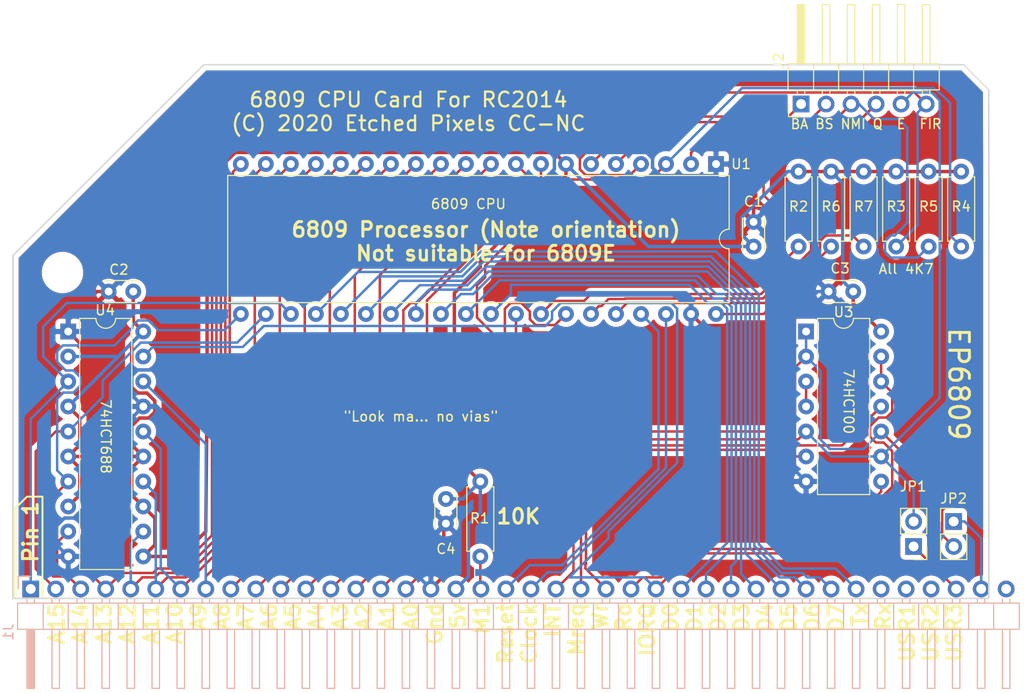
<source format=kicad_pcb>
(kicad_pcb (version 20171130) (host pcbnew 5.1.6-1.fc31)

  (general
    (thickness 1.6)
    (drawings 26)
    (tracks 516)
    (zones 0)
    (modules 19)
    (nets 48)
  )

  (page A4)
  (layers
    (0 F.Cu signal)
    (31 B.Cu signal)
    (32 B.Adhes user)
    (33 F.Adhes user)
    (34 B.Paste user)
    (35 F.Paste user)
    (36 B.SilkS user)
    (37 F.SilkS user)
    (38 B.Mask user)
    (39 F.Mask user)
    (40 Dwgs.User user)
    (41 Cmts.User user)
    (42 Eco1.User user)
    (43 Eco2.User user)
    (44 Edge.Cuts user)
    (45 Margin user)
    (46 B.CrtYd user)
    (47 F.CrtYd user)
    (48 B.Fab user hide)
    (49 F.Fab user hide)
  )

  (setup
    (last_trace_width 0.25)
    (trace_clearance 0.2)
    (zone_clearance 0.508)
    (zone_45_only no)
    (trace_min 0.2)
    (via_size 0.6)
    (via_drill 0.4)
    (via_min_size 0.4)
    (via_min_drill 0.3)
    (uvia_size 0.3)
    (uvia_drill 0.1)
    (uvias_allowed no)
    (uvia_min_size 0.2)
    (uvia_min_drill 0.1)
    (edge_width 0.15)
    (segment_width 0.2)
    (pcb_text_width 0.3)
    (pcb_text_size 1.5 1.5)
    (mod_edge_width 0.15)
    (mod_text_size 1 1)
    (mod_text_width 0.15)
    (pad_size 3.2 3.2)
    (pad_drill 3.2)
    (pad_to_mask_clearance 0.2)
    (aux_axis_origin 0 0)
    (visible_elements 7FFFFFFF)
    (pcbplotparams
      (layerselection 0x010f0_ffffffff)
      (usegerberextensions false)
      (usegerberattributes false)
      (usegerberadvancedattributes false)
      (creategerberjobfile false)
      (excludeedgelayer true)
      (linewidth 0.100000)
      (plotframeref false)
      (viasonmask false)
      (mode 1)
      (useauxorigin false)
      (hpglpennumber 1)
      (hpglpenspeed 20)
      (hpglpendiameter 15.000000)
      (psnegative false)
      (psa4output false)
      (plotreference true)
      (plotvalue true)
      (plotinvisibletext false)
      (padsonsilk false)
      (subtractmaskfromsilk false)
      (outputformat 1)
      (mirror false)
      (drillshape 0)
      (scaleselection 1)
      (outputdirectory "/tmp/6809"))
  )

  (net 0 "")
  (net 1 GND)
  (net 2 RD)
  (net 3 A15)
  (net 4 A14)
  (net 5 A13)
  (net 6 A12)
  (net 7 A11)
  (net 8 A10)
  (net 9 A9)
  (net 10 A8)
  (net 11 A7)
  (net 12 A6)
  (net 13 A5)
  (net 14 A4)
  (net 15 A3)
  (net 16 IORQ)
  (net 17 D1)
  (net 18 D2)
  (net 19 D3)
  (net 20 D4)
  (net 21 D5)
  (net 22 D6)
  (net 23 D7)
  (net 24 A2)
  (net 25 A1)
  (net 26 A0)
  (net 27 RESET)
  (net 28 CLK)
  (net 29 INT)
  (net 30 MREQ)
  (net 31 WR)
  (net 32 VCC)
  (net 33 "Net-(J1-Pad19)")
  (net 34 D0)
  (net 35 "Net-(J1-Pad39)")
  (net 36 E)
  (net 37 "Net-(U3-Pad3)")
  (net 38 "Net-(J1-Pad38)")
  (net 39 RW)
  (net 40 BA)
  (net 41 BS)
  (net 42 NMI)
  (net 43 Q)
  (net 44 FIR)
  (net 45 "Net-(R2-Pad2)")
  (net 46 "Net-(R6-Pad2)")
  (net 47 "Net-(R7-Pad2)")

  (net_class Default "This is the default net class."
    (clearance 0.2)
    (trace_width 0.25)
    (via_dia 0.6)
    (via_drill 0.4)
    (uvia_dia 0.3)
    (uvia_drill 0.1)
    (add_net A0)
    (add_net A1)
    (add_net A10)
    (add_net A11)
    (add_net A12)
    (add_net A13)
    (add_net A14)
    (add_net A15)
    (add_net A2)
    (add_net A3)
    (add_net A4)
    (add_net A5)
    (add_net A6)
    (add_net A7)
    (add_net A8)
    (add_net A9)
    (add_net BA)
    (add_net BS)
    (add_net CLK)
    (add_net D0)
    (add_net D1)
    (add_net D2)
    (add_net D3)
    (add_net D4)
    (add_net D5)
    (add_net D6)
    (add_net D7)
    (add_net E)
    (add_net FIR)
    (add_net INT)
    (add_net IORQ)
    (add_net MREQ)
    (add_net NMI)
    (add_net "Net-(J1-Pad19)")
    (add_net "Net-(J1-Pad38)")
    (add_net "Net-(J1-Pad39)")
    (add_net "Net-(R2-Pad2)")
    (add_net "Net-(R6-Pad2)")
    (add_net "Net-(R7-Pad2)")
    (add_net "Net-(U3-Pad3)")
    (add_net Q)
    (add_net RD)
    (add_net RESET)
    (add_net RW)
    (add_net WR)
  )

  (net_class Power ""
    (clearance 0.2)
    (trace_width 0.35)
    (via_dia 0.6)
    (via_drill 0.4)
    (uvia_dia 0.3)
    (uvia_drill 0.1)
    (add_net GND)
    (add_net VCC)
  )

  (module Connector_PinHeader_2.54mm:PinHeader_1x40_P2.54mm_Horizontal (layer B.Cu) (tedit 59FED5CB) (tstamp 5D4E77A0)
    (at 155.702 152.4 270)
    (descr "Through hole angled pin header, 1x40, 2.54mm pitch, 6mm pin length, single row")
    (tags "Through hole angled pin header THT 1x40 2.54mm single row")
    (path /5D4D81A3)
    (fp_text reference J1 (at 4.385 2.27 270) (layer B.SilkS)
      (effects (font (size 1 1) (thickness 0.15)) (justify mirror))
    )
    (fp_text value Conn_01x40 (at 4.385 -101.33 270) (layer B.Fab)
      (effects (font (size 1 1) (thickness 0.15)) (justify mirror))
    )
    (fp_line (start 10.55 1.8) (end -1.8 1.8) (layer B.CrtYd) (width 0.05))
    (fp_line (start 10.55 -100.85) (end 10.55 1.8) (layer B.CrtYd) (width 0.05))
    (fp_line (start -1.8 -100.85) (end 10.55 -100.85) (layer B.CrtYd) (width 0.05))
    (fp_line (start -1.8 1.8) (end -1.8 -100.85) (layer B.CrtYd) (width 0.05))
    (fp_line (start -1.27 1.27) (end 0 1.27) (layer B.SilkS) (width 0.12))
    (fp_line (start -1.27 0) (end -1.27 1.27) (layer B.SilkS) (width 0.12))
    (fp_line (start 1.042929 -99.44) (end 1.44 -99.44) (layer B.SilkS) (width 0.12))
    (fp_line (start 1.042929 -98.68) (end 1.44 -98.68) (layer B.SilkS) (width 0.12))
    (fp_line (start 10.1 -99.44) (end 4.1 -99.44) (layer B.SilkS) (width 0.12))
    (fp_line (start 10.1 -98.68) (end 10.1 -99.44) (layer B.SilkS) (width 0.12))
    (fp_line (start 4.1 -98.68) (end 10.1 -98.68) (layer B.SilkS) (width 0.12))
    (fp_line (start 1.44 -97.79) (end 4.1 -97.79) (layer B.SilkS) (width 0.12))
    (fp_line (start 1.042929 -96.9) (end 1.44 -96.9) (layer B.SilkS) (width 0.12))
    (fp_line (start 1.042929 -96.14) (end 1.44 -96.14) (layer B.SilkS) (width 0.12))
    (fp_line (start 10.1 -96.9) (end 4.1 -96.9) (layer B.SilkS) (width 0.12))
    (fp_line (start 10.1 -96.14) (end 10.1 -96.9) (layer B.SilkS) (width 0.12))
    (fp_line (start 4.1 -96.14) (end 10.1 -96.14) (layer B.SilkS) (width 0.12))
    (fp_line (start 1.44 -95.25) (end 4.1 -95.25) (layer B.SilkS) (width 0.12))
    (fp_line (start 1.042929 -94.36) (end 1.44 -94.36) (layer B.SilkS) (width 0.12))
    (fp_line (start 1.042929 -93.6) (end 1.44 -93.6) (layer B.SilkS) (width 0.12))
    (fp_line (start 10.1 -94.36) (end 4.1 -94.36) (layer B.SilkS) (width 0.12))
    (fp_line (start 10.1 -93.6) (end 10.1 -94.36) (layer B.SilkS) (width 0.12))
    (fp_line (start 4.1 -93.6) (end 10.1 -93.6) (layer B.SilkS) (width 0.12))
    (fp_line (start 1.44 -92.71) (end 4.1 -92.71) (layer B.SilkS) (width 0.12))
    (fp_line (start 1.042929 -91.82) (end 1.44 -91.82) (layer B.SilkS) (width 0.12))
    (fp_line (start 1.042929 -91.06) (end 1.44 -91.06) (layer B.SilkS) (width 0.12))
    (fp_line (start 10.1 -91.82) (end 4.1 -91.82) (layer B.SilkS) (width 0.12))
    (fp_line (start 10.1 -91.06) (end 10.1 -91.82) (layer B.SilkS) (width 0.12))
    (fp_line (start 4.1 -91.06) (end 10.1 -91.06) (layer B.SilkS) (width 0.12))
    (fp_line (start 1.44 -90.17) (end 4.1 -90.17) (layer B.SilkS) (width 0.12))
    (fp_line (start 1.042929 -89.28) (end 1.44 -89.28) (layer B.SilkS) (width 0.12))
    (fp_line (start 1.042929 -88.52) (end 1.44 -88.52) (layer B.SilkS) (width 0.12))
    (fp_line (start 10.1 -89.28) (end 4.1 -89.28) (layer B.SilkS) (width 0.12))
    (fp_line (start 10.1 -88.52) (end 10.1 -89.28) (layer B.SilkS) (width 0.12))
    (fp_line (start 4.1 -88.52) (end 10.1 -88.52) (layer B.SilkS) (width 0.12))
    (fp_line (start 1.44 -87.63) (end 4.1 -87.63) (layer B.SilkS) (width 0.12))
    (fp_line (start 1.042929 -86.74) (end 1.44 -86.74) (layer B.SilkS) (width 0.12))
    (fp_line (start 1.042929 -85.98) (end 1.44 -85.98) (layer B.SilkS) (width 0.12))
    (fp_line (start 10.1 -86.74) (end 4.1 -86.74) (layer B.SilkS) (width 0.12))
    (fp_line (start 10.1 -85.98) (end 10.1 -86.74) (layer B.SilkS) (width 0.12))
    (fp_line (start 4.1 -85.98) (end 10.1 -85.98) (layer B.SilkS) (width 0.12))
    (fp_line (start 1.44 -85.09) (end 4.1 -85.09) (layer B.SilkS) (width 0.12))
    (fp_line (start 1.042929 -84.2) (end 1.44 -84.2) (layer B.SilkS) (width 0.12))
    (fp_line (start 1.042929 -83.44) (end 1.44 -83.44) (layer B.SilkS) (width 0.12))
    (fp_line (start 10.1 -84.2) (end 4.1 -84.2) (layer B.SilkS) (width 0.12))
    (fp_line (start 10.1 -83.44) (end 10.1 -84.2) (layer B.SilkS) (width 0.12))
    (fp_line (start 4.1 -83.44) (end 10.1 -83.44) (layer B.SilkS) (width 0.12))
    (fp_line (start 1.44 -82.55) (end 4.1 -82.55) (layer B.SilkS) (width 0.12))
    (fp_line (start 1.042929 -81.66) (end 1.44 -81.66) (layer B.SilkS) (width 0.12))
    (fp_line (start 1.042929 -80.9) (end 1.44 -80.9) (layer B.SilkS) (width 0.12))
    (fp_line (start 10.1 -81.66) (end 4.1 -81.66) (layer B.SilkS) (width 0.12))
    (fp_line (start 10.1 -80.9) (end 10.1 -81.66) (layer B.SilkS) (width 0.12))
    (fp_line (start 4.1 -80.9) (end 10.1 -80.9) (layer B.SilkS) (width 0.12))
    (fp_line (start 1.44 -80.01) (end 4.1 -80.01) (layer B.SilkS) (width 0.12))
    (fp_line (start 1.042929 -79.12) (end 1.44 -79.12) (layer B.SilkS) (width 0.12))
    (fp_line (start 1.042929 -78.36) (end 1.44 -78.36) (layer B.SilkS) (width 0.12))
    (fp_line (start 10.1 -79.12) (end 4.1 -79.12) (layer B.SilkS) (width 0.12))
    (fp_line (start 10.1 -78.36) (end 10.1 -79.12) (layer B.SilkS) (width 0.12))
    (fp_line (start 4.1 -78.36) (end 10.1 -78.36) (layer B.SilkS) (width 0.12))
    (fp_line (start 1.44 -77.47) (end 4.1 -77.47) (layer B.SilkS) (width 0.12))
    (fp_line (start 1.042929 -76.58) (end 1.44 -76.58) (layer B.SilkS) (width 0.12))
    (fp_line (start 1.042929 -75.82) (end 1.44 -75.82) (layer B.SilkS) (width 0.12))
    (fp_line (start 10.1 -76.58) (end 4.1 -76.58) (layer B.SilkS) (width 0.12))
    (fp_line (start 10.1 -75.82) (end 10.1 -76.58) (layer B.SilkS) (width 0.12))
    (fp_line (start 4.1 -75.82) (end 10.1 -75.82) (layer B.SilkS) (width 0.12))
    (fp_line (start 1.44 -74.93) (end 4.1 -74.93) (layer B.SilkS) (width 0.12))
    (fp_line (start 1.042929 -74.04) (end 1.44 -74.04) (layer B.SilkS) (width 0.12))
    (fp_line (start 1.042929 -73.28) (end 1.44 -73.28) (layer B.SilkS) (width 0.12))
    (fp_line (start 10.1 -74.04) (end 4.1 -74.04) (layer B.SilkS) (width 0.12))
    (fp_line (start 10.1 -73.28) (end 10.1 -74.04) (layer B.SilkS) (width 0.12))
    (fp_line (start 4.1 -73.28) (end 10.1 -73.28) (layer B.SilkS) (width 0.12))
    (fp_line (start 1.44 -72.39) (end 4.1 -72.39) (layer B.SilkS) (width 0.12))
    (fp_line (start 1.042929 -71.5) (end 1.44 -71.5) (layer B.SilkS) (width 0.12))
    (fp_line (start 1.042929 -70.74) (end 1.44 -70.74) (layer B.SilkS) (width 0.12))
    (fp_line (start 10.1 -71.5) (end 4.1 -71.5) (layer B.SilkS) (width 0.12))
    (fp_line (start 10.1 -70.74) (end 10.1 -71.5) (layer B.SilkS) (width 0.12))
    (fp_line (start 4.1 -70.74) (end 10.1 -70.74) (layer B.SilkS) (width 0.12))
    (fp_line (start 1.44 -69.85) (end 4.1 -69.85) (layer B.SilkS) (width 0.12))
    (fp_line (start 1.042929 -68.96) (end 1.44 -68.96) (layer B.SilkS) (width 0.12))
    (fp_line (start 1.042929 -68.2) (end 1.44 -68.2) (layer B.SilkS) (width 0.12))
    (fp_line (start 10.1 -68.96) (end 4.1 -68.96) (layer B.SilkS) (width 0.12))
    (fp_line (start 10.1 -68.2) (end 10.1 -68.96) (layer B.SilkS) (width 0.12))
    (fp_line (start 4.1 -68.2) (end 10.1 -68.2) (layer B.SilkS) (width 0.12))
    (fp_line (start 1.44 -67.31) (end 4.1 -67.31) (layer B.SilkS) (width 0.12))
    (fp_line (start 1.042929 -66.42) (end 1.44 -66.42) (layer B.SilkS) (width 0.12))
    (fp_line (start 1.042929 -65.66) (end 1.44 -65.66) (layer B.SilkS) (width 0.12))
    (fp_line (start 10.1 -66.42) (end 4.1 -66.42) (layer B.SilkS) (width 0.12))
    (fp_line (start 10.1 -65.66) (end 10.1 -66.42) (layer B.SilkS) (width 0.12))
    (fp_line (start 4.1 -65.66) (end 10.1 -65.66) (layer B.SilkS) (width 0.12))
    (fp_line (start 1.44 -64.77) (end 4.1 -64.77) (layer B.SilkS) (width 0.12))
    (fp_line (start 1.042929 -63.88) (end 1.44 -63.88) (layer B.SilkS) (width 0.12))
    (fp_line (start 1.042929 -63.12) (end 1.44 -63.12) (layer B.SilkS) (width 0.12))
    (fp_line (start 10.1 -63.88) (end 4.1 -63.88) (layer B.SilkS) (width 0.12))
    (fp_line (start 10.1 -63.12) (end 10.1 -63.88) (layer B.SilkS) (width 0.12))
    (fp_line (start 4.1 -63.12) (end 10.1 -63.12) (layer B.SilkS) (width 0.12))
    (fp_line (start 1.44 -62.23) (end 4.1 -62.23) (layer B.SilkS) (width 0.12))
    (fp_line (start 1.042929 -61.34) (end 1.44 -61.34) (layer B.SilkS) (width 0.12))
    (fp_line (start 1.042929 -60.58) (end 1.44 -60.58) (layer B.SilkS) (width 0.12))
    (fp_line (start 10.1 -61.34) (end 4.1 -61.34) (layer B.SilkS) (width 0.12))
    (fp_line (start 10.1 -60.58) (end 10.1 -61.34) (layer B.SilkS) (width 0.12))
    (fp_line (start 4.1 -60.58) (end 10.1 -60.58) (layer B.SilkS) (width 0.12))
    (fp_line (start 1.44 -59.69) (end 4.1 -59.69) (layer B.SilkS) (width 0.12))
    (fp_line (start 1.042929 -58.8) (end 1.44 -58.8) (layer B.SilkS) (width 0.12))
    (fp_line (start 1.042929 -58.04) (end 1.44 -58.04) (layer B.SilkS) (width 0.12))
    (fp_line (start 10.1 -58.8) (end 4.1 -58.8) (layer B.SilkS) (width 0.12))
    (fp_line (start 10.1 -58.04) (end 10.1 -58.8) (layer B.SilkS) (width 0.12))
    (fp_line (start 4.1 -58.04) (end 10.1 -58.04) (layer B.SilkS) (width 0.12))
    (fp_line (start 1.44 -57.15) (end 4.1 -57.15) (layer B.SilkS) (width 0.12))
    (fp_line (start 1.042929 -56.26) (end 1.44 -56.26) (layer B.SilkS) (width 0.12))
    (fp_line (start 1.042929 -55.5) (end 1.44 -55.5) (layer B.SilkS) (width 0.12))
    (fp_line (start 10.1 -56.26) (end 4.1 -56.26) (layer B.SilkS) (width 0.12))
    (fp_line (start 10.1 -55.5) (end 10.1 -56.26) (layer B.SilkS) (width 0.12))
    (fp_line (start 4.1 -55.5) (end 10.1 -55.5) (layer B.SilkS) (width 0.12))
    (fp_line (start 1.44 -54.61) (end 4.1 -54.61) (layer B.SilkS) (width 0.12))
    (fp_line (start 1.042929 -53.72) (end 1.44 -53.72) (layer B.SilkS) (width 0.12))
    (fp_line (start 1.042929 -52.96) (end 1.44 -52.96) (layer B.SilkS) (width 0.12))
    (fp_line (start 10.1 -53.72) (end 4.1 -53.72) (layer B.SilkS) (width 0.12))
    (fp_line (start 10.1 -52.96) (end 10.1 -53.72) (layer B.SilkS) (width 0.12))
    (fp_line (start 4.1 -52.96) (end 10.1 -52.96) (layer B.SilkS) (width 0.12))
    (fp_line (start 1.44 -52.07) (end 4.1 -52.07) (layer B.SilkS) (width 0.12))
    (fp_line (start 1.042929 -51.18) (end 1.44 -51.18) (layer B.SilkS) (width 0.12))
    (fp_line (start 1.042929 -50.42) (end 1.44 -50.42) (layer B.SilkS) (width 0.12))
    (fp_line (start 10.1 -51.18) (end 4.1 -51.18) (layer B.SilkS) (width 0.12))
    (fp_line (start 10.1 -50.42) (end 10.1 -51.18) (layer B.SilkS) (width 0.12))
    (fp_line (start 4.1 -50.42) (end 10.1 -50.42) (layer B.SilkS) (width 0.12))
    (fp_line (start 1.44 -49.53) (end 4.1 -49.53) (layer B.SilkS) (width 0.12))
    (fp_line (start 1.042929 -48.64) (end 1.44 -48.64) (layer B.SilkS) (width 0.12))
    (fp_line (start 1.042929 -47.88) (end 1.44 -47.88) (layer B.SilkS) (width 0.12))
    (fp_line (start 10.1 -48.64) (end 4.1 -48.64) (layer B.SilkS) (width 0.12))
    (fp_line (start 10.1 -47.88) (end 10.1 -48.64) (layer B.SilkS) (width 0.12))
    (fp_line (start 4.1 -47.88) (end 10.1 -47.88) (layer B.SilkS) (width 0.12))
    (fp_line (start 1.44 -46.99) (end 4.1 -46.99) (layer B.SilkS) (width 0.12))
    (fp_line (start 1.042929 -46.1) (end 1.44 -46.1) (layer B.SilkS) (width 0.12))
    (fp_line (start 1.042929 -45.34) (end 1.44 -45.34) (layer B.SilkS) (width 0.12))
    (fp_line (start 10.1 -46.1) (end 4.1 -46.1) (layer B.SilkS) (width 0.12))
    (fp_line (start 10.1 -45.34) (end 10.1 -46.1) (layer B.SilkS) (width 0.12))
    (fp_line (start 4.1 -45.34) (end 10.1 -45.34) (layer B.SilkS) (width 0.12))
    (fp_line (start 1.44 -44.45) (end 4.1 -44.45) (layer B.SilkS) (width 0.12))
    (fp_line (start 1.042929 -43.56) (end 1.44 -43.56) (layer B.SilkS) (width 0.12))
    (fp_line (start 1.042929 -42.8) (end 1.44 -42.8) (layer B.SilkS) (width 0.12))
    (fp_line (start 10.1 -43.56) (end 4.1 -43.56) (layer B.SilkS) (width 0.12))
    (fp_line (start 10.1 -42.8) (end 10.1 -43.56) (layer B.SilkS) (width 0.12))
    (fp_line (start 4.1 -42.8) (end 10.1 -42.8) (layer B.SilkS) (width 0.12))
    (fp_line (start 1.44 -41.91) (end 4.1 -41.91) (layer B.SilkS) (width 0.12))
    (fp_line (start 1.042929 -41.02) (end 1.44 -41.02) (layer B.SilkS) (width 0.12))
    (fp_line (start 1.042929 -40.26) (end 1.44 -40.26) (layer B.SilkS) (width 0.12))
    (fp_line (start 10.1 -41.02) (end 4.1 -41.02) (layer B.SilkS) (width 0.12))
    (fp_line (start 10.1 -40.26) (end 10.1 -41.02) (layer B.SilkS) (width 0.12))
    (fp_line (start 4.1 -40.26) (end 10.1 -40.26) (layer B.SilkS) (width 0.12))
    (fp_line (start 1.44 -39.37) (end 4.1 -39.37) (layer B.SilkS) (width 0.12))
    (fp_line (start 1.042929 -38.48) (end 1.44 -38.48) (layer B.SilkS) (width 0.12))
    (fp_line (start 1.042929 -37.72) (end 1.44 -37.72) (layer B.SilkS) (width 0.12))
    (fp_line (start 10.1 -38.48) (end 4.1 -38.48) (layer B.SilkS) (width 0.12))
    (fp_line (start 10.1 -37.72) (end 10.1 -38.48) (layer B.SilkS) (width 0.12))
    (fp_line (start 4.1 -37.72) (end 10.1 -37.72) (layer B.SilkS) (width 0.12))
    (fp_line (start 1.44 -36.83) (end 4.1 -36.83) (layer B.SilkS) (width 0.12))
    (fp_line (start 1.042929 -35.94) (end 1.44 -35.94) (layer B.SilkS) (width 0.12))
    (fp_line (start 1.042929 -35.18) (end 1.44 -35.18) (layer B.SilkS) (width 0.12))
    (fp_line (start 10.1 -35.94) (end 4.1 -35.94) (layer B.SilkS) (width 0.12))
    (fp_line (start 10.1 -35.18) (end 10.1 -35.94) (layer B.SilkS) (width 0.12))
    (fp_line (start 4.1 -35.18) (end 10.1 -35.18) (layer B.SilkS) (width 0.12))
    (fp_line (start 1.44 -34.29) (end 4.1 -34.29) (layer B.SilkS) (width 0.12))
    (fp_line (start 1.042929 -33.4) (end 1.44 -33.4) (layer B.SilkS) (width 0.12))
    (fp_line (start 1.042929 -32.64) (end 1.44 -32.64) (layer B.SilkS) (width 0.12))
    (fp_line (start 10.1 -33.4) (end 4.1 -33.4) (layer B.SilkS) (width 0.12))
    (fp_line (start 10.1 -32.64) (end 10.1 -33.4) (layer B.SilkS) (width 0.12))
    (fp_line (start 4.1 -32.64) (end 10.1 -32.64) (layer B.SilkS) (width 0.12))
    (fp_line (start 1.44 -31.75) (end 4.1 -31.75) (layer B.SilkS) (width 0.12))
    (fp_line (start 1.042929 -30.86) (end 1.44 -30.86) (layer B.SilkS) (width 0.12))
    (fp_line (start 1.042929 -30.1) (end 1.44 -30.1) (layer B.SilkS) (width 0.12))
    (fp_line (start 10.1 -30.86) (end 4.1 -30.86) (layer B.SilkS) (width 0.12))
    (fp_line (start 10.1 -30.1) (end 10.1 -30.86) (layer B.SilkS) (width 0.12))
    (fp_line (start 4.1 -30.1) (end 10.1 -30.1) (layer B.SilkS) (width 0.12))
    (fp_line (start 1.44 -29.21) (end 4.1 -29.21) (layer B.SilkS) (width 0.12))
    (fp_line (start 1.042929 -28.32) (end 1.44 -28.32) (layer B.SilkS) (width 0.12))
    (fp_line (start 1.042929 -27.56) (end 1.44 -27.56) (layer B.SilkS) (width 0.12))
    (fp_line (start 10.1 -28.32) (end 4.1 -28.32) (layer B.SilkS) (width 0.12))
    (fp_line (start 10.1 -27.56) (end 10.1 -28.32) (layer B.SilkS) (width 0.12))
    (fp_line (start 4.1 -27.56) (end 10.1 -27.56) (layer B.SilkS) (width 0.12))
    (fp_line (start 1.44 -26.67) (end 4.1 -26.67) (layer B.SilkS) (width 0.12))
    (fp_line (start 1.042929 -25.78) (end 1.44 -25.78) (layer B.SilkS) (width 0.12))
    (fp_line (start 1.042929 -25.02) (end 1.44 -25.02) (layer B.SilkS) (width 0.12))
    (fp_line (start 10.1 -25.78) (end 4.1 -25.78) (layer B.SilkS) (width 0.12))
    (fp_line (start 10.1 -25.02) (end 10.1 -25.78) (layer B.SilkS) (width 0.12))
    (fp_line (start 4.1 -25.02) (end 10.1 -25.02) (layer B.SilkS) (width 0.12))
    (fp_line (start 1.44 -24.13) (end 4.1 -24.13) (layer B.SilkS) (width 0.12))
    (fp_line (start 1.042929 -23.24) (end 1.44 -23.24) (layer B.SilkS) (width 0.12))
    (fp_line (start 1.042929 -22.48) (end 1.44 -22.48) (layer B.SilkS) (width 0.12))
    (fp_line (start 10.1 -23.24) (end 4.1 -23.24) (layer B.SilkS) (width 0.12))
    (fp_line (start 10.1 -22.48) (end 10.1 -23.24) (layer B.SilkS) (width 0.12))
    (fp_line (start 4.1 -22.48) (end 10.1 -22.48) (layer B.SilkS) (width 0.12))
    (fp_line (start 1.44 -21.59) (end 4.1 -21.59) (layer B.SilkS) (width 0.12))
    (fp_line (start 1.042929 -20.7) (end 1.44 -20.7) (layer B.SilkS) (width 0.12))
    (fp_line (start 1.042929 -19.94) (end 1.44 -19.94) (layer B.SilkS) (width 0.12))
    (fp_line (start 10.1 -20.7) (end 4.1 -20.7) (layer B.SilkS) (width 0.12))
    (fp_line (start 10.1 -19.94) (end 10.1 -20.7) (layer B.SilkS) (width 0.12))
    (fp_line (start 4.1 -19.94) (end 10.1 -19.94) (layer B.SilkS) (width 0.12))
    (fp_line (start 1.44 -19.05) (end 4.1 -19.05) (layer B.SilkS) (width 0.12))
    (fp_line (start 1.042929 -18.16) (end 1.44 -18.16) (layer B.SilkS) (width 0.12))
    (fp_line (start 1.042929 -17.4) (end 1.44 -17.4) (layer B.SilkS) (width 0.12))
    (fp_line (start 10.1 -18.16) (end 4.1 -18.16) (layer B.SilkS) (width 0.12))
    (fp_line (start 10.1 -17.4) (end 10.1 -18.16) (layer B.SilkS) (width 0.12))
    (fp_line (start 4.1 -17.4) (end 10.1 -17.4) (layer B.SilkS) (width 0.12))
    (fp_line (start 1.44 -16.51) (end 4.1 -16.51) (layer B.SilkS) (width 0.12))
    (fp_line (start 1.042929 -15.62) (end 1.44 -15.62) (layer B.SilkS) (width 0.12))
    (fp_line (start 1.042929 -14.86) (end 1.44 -14.86) (layer B.SilkS) (width 0.12))
    (fp_line (start 10.1 -15.62) (end 4.1 -15.62) (layer B.SilkS) (width 0.12))
    (fp_line (start 10.1 -14.86) (end 10.1 -15.62) (layer B.SilkS) (width 0.12))
    (fp_line (start 4.1 -14.86) (end 10.1 -14.86) (layer B.SilkS) (width 0.12))
    (fp_line (start 1.44 -13.97) (end 4.1 -13.97) (layer B.SilkS) (width 0.12))
    (fp_line (start 1.042929 -13.08) (end 1.44 -13.08) (layer B.SilkS) (width 0.12))
    (fp_line (start 1.042929 -12.32) (end 1.44 -12.32) (layer B.SilkS) (width 0.12))
    (fp_line (start 10.1 -13.08) (end 4.1 -13.08) (layer B.SilkS) (width 0.12))
    (fp_line (start 10.1 -12.32) (end 10.1 -13.08) (layer B.SilkS) (width 0.12))
    (fp_line (start 4.1 -12.32) (end 10.1 -12.32) (layer B.SilkS) (width 0.12))
    (fp_line (start 1.44 -11.43) (end 4.1 -11.43) (layer B.SilkS) (width 0.12))
    (fp_line (start 1.042929 -10.54) (end 1.44 -10.54) (layer B.SilkS) (width 0.12))
    (fp_line (start 1.042929 -9.78) (end 1.44 -9.78) (layer B.SilkS) (width 0.12))
    (fp_line (start 10.1 -10.54) (end 4.1 -10.54) (layer B.SilkS) (width 0.12))
    (fp_line (start 10.1 -9.78) (end 10.1 -10.54) (layer B.SilkS) (width 0.12))
    (fp_line (start 4.1 -9.78) (end 10.1 -9.78) (layer B.SilkS) (width 0.12))
    (fp_line (start 1.44 -8.89) (end 4.1 -8.89) (layer B.SilkS) (width 0.12))
    (fp_line (start 1.042929 -8) (end 1.44 -8) (layer B.SilkS) (width 0.12))
    (fp_line (start 1.042929 -7.24) (end 1.44 -7.24) (layer B.SilkS) (width 0.12))
    (fp_line (start 10.1 -8) (end 4.1 -8) (layer B.SilkS) (width 0.12))
    (fp_line (start 10.1 -7.24) (end 10.1 -8) (layer B.SilkS) (width 0.12))
    (fp_line (start 4.1 -7.24) (end 10.1 -7.24) (layer B.SilkS) (width 0.12))
    (fp_line (start 1.44 -6.35) (end 4.1 -6.35) (layer B.SilkS) (width 0.12))
    (fp_line (start 1.042929 -5.46) (end 1.44 -5.46) (layer B.SilkS) (width 0.12))
    (fp_line (start 1.042929 -4.7) (end 1.44 -4.7) (layer B.SilkS) (width 0.12))
    (fp_line (start 10.1 -5.46) (end 4.1 -5.46) (layer B.SilkS) (width 0.12))
    (fp_line (start 10.1 -4.7) (end 10.1 -5.46) (layer B.SilkS) (width 0.12))
    (fp_line (start 4.1 -4.7) (end 10.1 -4.7) (layer B.SilkS) (width 0.12))
    (fp_line (start 1.44 -3.81) (end 4.1 -3.81) (layer B.SilkS) (width 0.12))
    (fp_line (start 1.042929 -2.92) (end 1.44 -2.92) (layer B.SilkS) (width 0.12))
    (fp_line (start 1.042929 -2.16) (end 1.44 -2.16) (layer B.SilkS) (width 0.12))
    (fp_line (start 10.1 -2.92) (end 4.1 -2.92) (layer B.SilkS) (width 0.12))
    (fp_line (start 10.1 -2.16) (end 10.1 -2.92) (layer B.SilkS) (width 0.12))
    (fp_line (start 4.1 -2.16) (end 10.1 -2.16) (layer B.SilkS) (width 0.12))
    (fp_line (start 1.44 -1.27) (end 4.1 -1.27) (layer B.SilkS) (width 0.12))
    (fp_line (start 1.11 -0.38) (end 1.44 -0.38) (layer B.SilkS) (width 0.12))
    (fp_line (start 1.11 0.38) (end 1.44 0.38) (layer B.SilkS) (width 0.12))
    (fp_line (start 4.1 -0.28) (end 10.1 -0.28) (layer B.SilkS) (width 0.12))
    (fp_line (start 4.1 -0.16) (end 10.1 -0.16) (layer B.SilkS) (width 0.12))
    (fp_line (start 4.1 -0.04) (end 10.1 -0.04) (layer B.SilkS) (width 0.12))
    (fp_line (start 4.1 0.08) (end 10.1 0.08) (layer B.SilkS) (width 0.12))
    (fp_line (start 4.1 0.2) (end 10.1 0.2) (layer B.SilkS) (width 0.12))
    (fp_line (start 4.1 0.32) (end 10.1 0.32) (layer B.SilkS) (width 0.12))
    (fp_line (start 10.1 -0.38) (end 4.1 -0.38) (layer B.SilkS) (width 0.12))
    (fp_line (start 10.1 0.38) (end 10.1 -0.38) (layer B.SilkS) (width 0.12))
    (fp_line (start 4.1 0.38) (end 10.1 0.38) (layer B.SilkS) (width 0.12))
    (fp_line (start 4.1 1.33) (end 1.44 1.33) (layer B.SilkS) (width 0.12))
    (fp_line (start 4.1 -100.39) (end 4.1 1.33) (layer B.SilkS) (width 0.12))
    (fp_line (start 1.44 -100.39) (end 4.1 -100.39) (layer B.SilkS) (width 0.12))
    (fp_line (start 1.44 1.33) (end 1.44 -100.39) (layer B.SilkS) (width 0.12))
    (fp_line (start 4.04 -99.38) (end 10.04 -99.38) (layer B.Fab) (width 0.1))
    (fp_line (start 10.04 -98.74) (end 10.04 -99.38) (layer B.Fab) (width 0.1))
    (fp_line (start 4.04 -98.74) (end 10.04 -98.74) (layer B.Fab) (width 0.1))
    (fp_line (start -0.32 -99.38) (end 1.5 -99.38) (layer B.Fab) (width 0.1))
    (fp_line (start -0.32 -98.74) (end -0.32 -99.38) (layer B.Fab) (width 0.1))
    (fp_line (start -0.32 -98.74) (end 1.5 -98.74) (layer B.Fab) (width 0.1))
    (fp_line (start 4.04 -96.84) (end 10.04 -96.84) (layer B.Fab) (width 0.1))
    (fp_line (start 10.04 -96.2) (end 10.04 -96.84) (layer B.Fab) (width 0.1))
    (fp_line (start 4.04 -96.2) (end 10.04 -96.2) (layer B.Fab) (width 0.1))
    (fp_line (start -0.32 -96.84) (end 1.5 -96.84) (layer B.Fab) (width 0.1))
    (fp_line (start -0.32 -96.2) (end -0.32 -96.84) (layer B.Fab) (width 0.1))
    (fp_line (start -0.32 -96.2) (end 1.5 -96.2) (layer B.Fab) (width 0.1))
    (fp_line (start 4.04 -94.3) (end 10.04 -94.3) (layer B.Fab) (width 0.1))
    (fp_line (start 10.04 -93.66) (end 10.04 -94.3) (layer B.Fab) (width 0.1))
    (fp_line (start 4.04 -93.66) (end 10.04 -93.66) (layer B.Fab) (width 0.1))
    (fp_line (start -0.32 -94.3) (end 1.5 -94.3) (layer B.Fab) (width 0.1))
    (fp_line (start -0.32 -93.66) (end -0.32 -94.3) (layer B.Fab) (width 0.1))
    (fp_line (start -0.32 -93.66) (end 1.5 -93.66) (layer B.Fab) (width 0.1))
    (fp_line (start 4.04 -91.76) (end 10.04 -91.76) (layer B.Fab) (width 0.1))
    (fp_line (start 10.04 -91.12) (end 10.04 -91.76) (layer B.Fab) (width 0.1))
    (fp_line (start 4.04 -91.12) (end 10.04 -91.12) (layer B.Fab) (width 0.1))
    (fp_line (start -0.32 -91.76) (end 1.5 -91.76) (layer B.Fab) (width 0.1))
    (fp_line (start -0.32 -91.12) (end -0.32 -91.76) (layer B.Fab) (width 0.1))
    (fp_line (start -0.32 -91.12) (end 1.5 -91.12) (layer B.Fab) (width 0.1))
    (fp_line (start 4.04 -89.22) (end 10.04 -89.22) (layer B.Fab) (width 0.1))
    (fp_line (start 10.04 -88.58) (end 10.04 -89.22) (layer B.Fab) (width 0.1))
    (fp_line (start 4.04 -88.58) (end 10.04 -88.58) (layer B.Fab) (width 0.1))
    (fp_line (start -0.32 -89.22) (end 1.5 -89.22) (layer B.Fab) (width 0.1))
    (fp_line (start -0.32 -88.58) (end -0.32 -89.22) (layer B.Fab) (width 0.1))
    (fp_line (start -0.32 -88.58) (end 1.5 -88.58) (layer B.Fab) (width 0.1))
    (fp_line (start 4.04 -86.68) (end 10.04 -86.68) (layer B.Fab) (width 0.1))
    (fp_line (start 10.04 -86.04) (end 10.04 -86.68) (layer B.Fab) (width 0.1))
    (fp_line (start 4.04 -86.04) (end 10.04 -86.04) (layer B.Fab) (width 0.1))
    (fp_line (start -0.32 -86.68) (end 1.5 -86.68) (layer B.Fab) (width 0.1))
    (fp_line (start -0.32 -86.04) (end -0.32 -86.68) (layer B.Fab) (width 0.1))
    (fp_line (start -0.32 -86.04) (end 1.5 -86.04) (layer B.Fab) (width 0.1))
    (fp_line (start 4.04 -84.14) (end 10.04 -84.14) (layer B.Fab) (width 0.1))
    (fp_line (start 10.04 -83.5) (end 10.04 -84.14) (layer B.Fab) (width 0.1))
    (fp_line (start 4.04 -83.5) (end 10.04 -83.5) (layer B.Fab) (width 0.1))
    (fp_line (start -0.32 -84.14) (end 1.5 -84.14) (layer B.Fab) (width 0.1))
    (fp_line (start -0.32 -83.5) (end -0.32 -84.14) (layer B.Fab) (width 0.1))
    (fp_line (start -0.32 -83.5) (end 1.5 -83.5) (layer B.Fab) (width 0.1))
    (fp_line (start 4.04 -81.6) (end 10.04 -81.6) (layer B.Fab) (width 0.1))
    (fp_line (start 10.04 -80.96) (end 10.04 -81.6) (layer B.Fab) (width 0.1))
    (fp_line (start 4.04 -80.96) (end 10.04 -80.96) (layer B.Fab) (width 0.1))
    (fp_line (start -0.32 -81.6) (end 1.5 -81.6) (layer B.Fab) (width 0.1))
    (fp_line (start -0.32 -80.96) (end -0.32 -81.6) (layer B.Fab) (width 0.1))
    (fp_line (start -0.32 -80.96) (end 1.5 -80.96) (layer B.Fab) (width 0.1))
    (fp_line (start 4.04 -79.06) (end 10.04 -79.06) (layer B.Fab) (width 0.1))
    (fp_line (start 10.04 -78.42) (end 10.04 -79.06) (layer B.Fab) (width 0.1))
    (fp_line (start 4.04 -78.42) (end 10.04 -78.42) (layer B.Fab) (width 0.1))
    (fp_line (start -0.32 -79.06) (end 1.5 -79.06) (layer B.Fab) (width 0.1))
    (fp_line (start -0.32 -78.42) (end -0.32 -79.06) (layer B.Fab) (width 0.1))
    (fp_line (start -0.32 -78.42) (end 1.5 -78.42) (layer B.Fab) (width 0.1))
    (fp_line (start 4.04 -76.52) (end 10.04 -76.52) (layer B.Fab) (width 0.1))
    (fp_line (start 10.04 -75.88) (end 10.04 -76.52) (layer B.Fab) (width 0.1))
    (fp_line (start 4.04 -75.88) (end 10.04 -75.88) (layer B.Fab) (width 0.1))
    (fp_line (start -0.32 -76.52) (end 1.5 -76.52) (layer B.Fab) (width 0.1))
    (fp_line (start -0.32 -75.88) (end -0.32 -76.52) (layer B.Fab) (width 0.1))
    (fp_line (start -0.32 -75.88) (end 1.5 -75.88) (layer B.Fab) (width 0.1))
    (fp_line (start 4.04 -73.98) (end 10.04 -73.98) (layer B.Fab) (width 0.1))
    (fp_line (start 10.04 -73.34) (end 10.04 -73.98) (layer B.Fab) (width 0.1))
    (fp_line (start 4.04 -73.34) (end 10.04 -73.34) (layer B.Fab) (width 0.1))
    (fp_line (start -0.32 -73.98) (end 1.5 -73.98) (layer B.Fab) (width 0.1))
    (fp_line (start -0.32 -73.34) (end -0.32 -73.98) (layer B.Fab) (width 0.1))
    (fp_line (start -0.32 -73.34) (end 1.5 -73.34) (layer B.Fab) (width 0.1))
    (fp_line (start 4.04 -71.44) (end 10.04 -71.44) (layer B.Fab) (width 0.1))
    (fp_line (start 10.04 -70.8) (end 10.04 -71.44) (layer B.Fab) (width 0.1))
    (fp_line (start 4.04 -70.8) (end 10.04 -70.8) (layer B.Fab) (width 0.1))
    (fp_line (start -0.32 -71.44) (end 1.5 -71.44) (layer B.Fab) (width 0.1))
    (fp_line (start -0.32 -70.8) (end -0.32 -71.44) (layer B.Fab) (width 0.1))
    (fp_line (start -0.32 -70.8) (end 1.5 -70.8) (layer B.Fab) (width 0.1))
    (fp_line (start 4.04 -68.9) (end 10.04 -68.9) (layer B.Fab) (width 0.1))
    (fp_line (start 10.04 -68.26) (end 10.04 -68.9) (layer B.Fab) (width 0.1))
    (fp_line (start 4.04 -68.26) (end 10.04 -68.26) (layer B.Fab) (width 0.1))
    (fp_line (start -0.32 -68.9) (end 1.5 -68.9) (layer B.Fab) (width 0.1))
    (fp_line (start -0.32 -68.26) (end -0.32 -68.9) (layer B.Fab) (width 0.1))
    (fp_line (start -0.32 -68.26) (end 1.5 -68.26) (layer B.Fab) (width 0.1))
    (fp_line (start 4.04 -66.36) (end 10.04 -66.36) (layer B.Fab) (width 0.1))
    (fp_line (start 10.04 -65.72) (end 10.04 -66.36) (layer B.Fab) (width 0.1))
    (fp_line (start 4.04 -65.72) (end 10.04 -65.72) (layer B.Fab) (width 0.1))
    (fp_line (start -0.32 -66.36) (end 1.5 -66.36) (layer B.Fab) (width 0.1))
    (fp_line (start -0.32 -65.72) (end -0.32 -66.36) (layer B.Fab) (width 0.1))
    (fp_line (start -0.32 -65.72) (end 1.5 -65.72) (layer B.Fab) (width 0.1))
    (fp_line (start 4.04 -63.82) (end 10.04 -63.82) (layer B.Fab) (width 0.1))
    (fp_line (start 10.04 -63.18) (end 10.04 -63.82) (layer B.Fab) (width 0.1))
    (fp_line (start 4.04 -63.18) (end 10.04 -63.18) (layer B.Fab) (width 0.1))
    (fp_line (start -0.32 -63.82) (end 1.5 -63.82) (layer B.Fab) (width 0.1))
    (fp_line (start -0.32 -63.18) (end -0.32 -63.82) (layer B.Fab) (width 0.1))
    (fp_line (start -0.32 -63.18) (end 1.5 -63.18) (layer B.Fab) (width 0.1))
    (fp_line (start 4.04 -61.28) (end 10.04 -61.28) (layer B.Fab) (width 0.1))
    (fp_line (start 10.04 -60.64) (end 10.04 -61.28) (layer B.Fab) (width 0.1))
    (fp_line (start 4.04 -60.64) (end 10.04 -60.64) (layer B.Fab) (width 0.1))
    (fp_line (start -0.32 -61.28) (end 1.5 -61.28) (layer B.Fab) (width 0.1))
    (fp_line (start -0.32 -60.64) (end -0.32 -61.28) (layer B.Fab) (width 0.1))
    (fp_line (start -0.32 -60.64) (end 1.5 -60.64) (layer B.Fab) (width 0.1))
    (fp_line (start 4.04 -58.74) (end 10.04 -58.74) (layer B.Fab) (width 0.1))
    (fp_line (start 10.04 -58.1) (end 10.04 -58.74) (layer B.Fab) (width 0.1))
    (fp_line (start 4.04 -58.1) (end 10.04 -58.1) (layer B.Fab) (width 0.1))
    (fp_line (start -0.32 -58.74) (end 1.5 -58.74) (layer B.Fab) (width 0.1))
    (fp_line (start -0.32 -58.1) (end -0.32 -58.74) (layer B.Fab) (width 0.1))
    (fp_line (start -0.32 -58.1) (end 1.5 -58.1) (layer B.Fab) (width 0.1))
    (fp_line (start 4.04 -56.2) (end 10.04 -56.2) (layer B.Fab) (width 0.1))
    (fp_line (start 10.04 -55.56) (end 10.04 -56.2) (layer B.Fab) (width 0.1))
    (fp_line (start 4.04 -55.56) (end 10.04 -55.56) (layer B.Fab) (width 0.1))
    (fp_line (start -0.32 -56.2) (end 1.5 -56.2) (layer B.Fab) (width 0.1))
    (fp_line (start -0.32 -55.56) (end -0.32 -56.2) (layer B.Fab) (width 0.1))
    (fp_line (start -0.32 -55.56) (end 1.5 -55.56) (layer B.Fab) (width 0.1))
    (fp_line (start 4.04 -53.66) (end 10.04 -53.66) (layer B.Fab) (width 0.1))
    (fp_line (start 10.04 -53.02) (end 10.04 -53.66) (layer B.Fab) (width 0.1))
    (fp_line (start 4.04 -53.02) (end 10.04 -53.02) (layer B.Fab) (width 0.1))
    (fp_line (start -0.32 -53.66) (end 1.5 -53.66) (layer B.Fab) (width 0.1))
    (fp_line (start -0.32 -53.02) (end -0.32 -53.66) (layer B.Fab) (width 0.1))
    (fp_line (start -0.32 -53.02) (end 1.5 -53.02) (layer B.Fab) (width 0.1))
    (fp_line (start 4.04 -51.12) (end 10.04 -51.12) (layer B.Fab) (width 0.1))
    (fp_line (start 10.04 -50.48) (end 10.04 -51.12) (layer B.Fab) (width 0.1))
    (fp_line (start 4.04 -50.48) (end 10.04 -50.48) (layer B.Fab) (width 0.1))
    (fp_line (start -0.32 -51.12) (end 1.5 -51.12) (layer B.Fab) (width 0.1))
    (fp_line (start -0.32 -50.48) (end -0.32 -51.12) (layer B.Fab) (width 0.1))
    (fp_line (start -0.32 -50.48) (end 1.5 -50.48) (layer B.Fab) (width 0.1))
    (fp_line (start 4.04 -48.58) (end 10.04 -48.58) (layer B.Fab) (width 0.1))
    (fp_line (start 10.04 -47.94) (end 10.04 -48.58) (layer B.Fab) (width 0.1))
    (fp_line (start 4.04 -47.94) (end 10.04 -47.94) (layer B.Fab) (width 0.1))
    (fp_line (start -0.32 -48.58) (end 1.5 -48.58) (layer B.Fab) (width 0.1))
    (fp_line (start -0.32 -47.94) (end -0.32 -48.58) (layer B.Fab) (width 0.1))
    (fp_line (start -0.32 -47.94) (end 1.5 -47.94) (layer B.Fab) (width 0.1))
    (fp_line (start 4.04 -46.04) (end 10.04 -46.04) (layer B.Fab) (width 0.1))
    (fp_line (start 10.04 -45.4) (end 10.04 -46.04) (layer B.Fab) (width 0.1))
    (fp_line (start 4.04 -45.4) (end 10.04 -45.4) (layer B.Fab) (width 0.1))
    (fp_line (start -0.32 -46.04) (end 1.5 -46.04) (layer B.Fab) (width 0.1))
    (fp_line (start -0.32 -45.4) (end -0.32 -46.04) (layer B.Fab) (width 0.1))
    (fp_line (start -0.32 -45.4) (end 1.5 -45.4) (layer B.Fab) (width 0.1))
    (fp_line (start 4.04 -43.5) (end 10.04 -43.5) (layer B.Fab) (width 0.1))
    (fp_line (start 10.04 -42.86) (end 10.04 -43.5) (layer B.Fab) (width 0.1))
    (fp_line (start 4.04 -42.86) (end 10.04 -42.86) (layer B.Fab) (width 0.1))
    (fp_line (start -0.32 -43.5) (end 1.5 -43.5) (layer B.Fab) (width 0.1))
    (fp_line (start -0.32 -42.86) (end -0.32 -43.5) (layer B.Fab) (width 0.1))
    (fp_line (start -0.32 -42.86) (end 1.5 -42.86) (layer B.Fab) (width 0.1))
    (fp_line (start 4.04 -40.96) (end 10.04 -40.96) (layer B.Fab) (width 0.1))
    (fp_line (start 10.04 -40.32) (end 10.04 -40.96) (layer B.Fab) (width 0.1))
    (fp_line (start 4.04 -40.32) (end 10.04 -40.32) (layer B.Fab) (width 0.1))
    (fp_line (start -0.32 -40.96) (end 1.5 -40.96) (layer B.Fab) (width 0.1))
    (fp_line (start -0.32 -40.32) (end -0.32 -40.96) (layer B.Fab) (width 0.1))
    (fp_line (start -0.32 -40.32) (end 1.5 -40.32) (layer B.Fab) (width 0.1))
    (fp_line (start 4.04 -38.42) (end 10.04 -38.42) (layer B.Fab) (width 0.1))
    (fp_line (start 10.04 -37.78) (end 10.04 -38.42) (layer B.Fab) (width 0.1))
    (fp_line (start 4.04 -37.78) (end 10.04 -37.78) (layer B.Fab) (width 0.1))
    (fp_line (start -0.32 -38.42) (end 1.5 -38.42) (layer B.Fab) (width 0.1))
    (fp_line (start -0.32 -37.78) (end -0.32 -38.42) (layer B.Fab) (width 0.1))
    (fp_line (start -0.32 -37.78) (end 1.5 -37.78) (layer B.Fab) (width 0.1))
    (fp_line (start 4.04 -35.88) (end 10.04 -35.88) (layer B.Fab) (width 0.1))
    (fp_line (start 10.04 -35.24) (end 10.04 -35.88) (layer B.Fab) (width 0.1))
    (fp_line (start 4.04 -35.24) (end 10.04 -35.24) (layer B.Fab) (width 0.1))
    (fp_line (start -0.32 -35.88) (end 1.5 -35.88) (layer B.Fab) (width 0.1))
    (fp_line (start -0.32 -35.24) (end -0.32 -35.88) (layer B.Fab) (width 0.1))
    (fp_line (start -0.32 -35.24) (end 1.5 -35.24) (layer B.Fab) (width 0.1))
    (fp_line (start 4.04 -33.34) (end 10.04 -33.34) (layer B.Fab) (width 0.1))
    (fp_line (start 10.04 -32.7) (end 10.04 -33.34) (layer B.Fab) (width 0.1))
    (fp_line (start 4.04 -32.7) (end 10.04 -32.7) (layer B.Fab) (width 0.1))
    (fp_line (start -0.32 -33.34) (end 1.5 -33.34) (layer B.Fab) (width 0.1))
    (fp_line (start -0.32 -32.7) (end -0.32 -33.34) (layer B.Fab) (width 0.1))
    (fp_line (start -0.32 -32.7) (end 1.5 -32.7) (layer B.Fab) (width 0.1))
    (fp_line (start 4.04 -30.8) (end 10.04 -30.8) (layer B.Fab) (width 0.1))
    (fp_line (start 10.04 -30.16) (end 10.04 -30.8) (layer B.Fab) (width 0.1))
    (fp_line (start 4.04 -30.16) (end 10.04 -30.16) (layer B.Fab) (width 0.1))
    (fp_line (start -0.32 -30.8) (end 1.5 -30.8) (layer B.Fab) (width 0.1))
    (fp_line (start -0.32 -30.16) (end -0.32 -30.8) (layer B.Fab) (width 0.1))
    (fp_line (start -0.32 -30.16) (end 1.5 -30.16) (layer B.Fab) (width 0.1))
    (fp_line (start 4.04 -28.26) (end 10.04 -28.26) (layer B.Fab) (width 0.1))
    (fp_line (start 10.04 -27.62) (end 10.04 -28.26) (layer B.Fab) (width 0.1))
    (fp_line (start 4.04 -27.62) (end 10.04 -27.62) (layer B.Fab) (width 0.1))
    (fp_line (start -0.32 -28.26) (end 1.5 -28.26) (layer B.Fab) (width 0.1))
    (fp_line (start -0.32 -27.62) (end -0.32 -28.26) (layer B.Fab) (width 0.1))
    (fp_line (start -0.32 -27.62) (end 1.5 -27.62) (layer B.Fab) (width 0.1))
    (fp_line (start 4.04 -25.72) (end 10.04 -25.72) (layer B.Fab) (width 0.1))
    (fp_line (start 10.04 -25.08) (end 10.04 -25.72) (layer B.Fab) (width 0.1))
    (fp_line (start 4.04 -25.08) (end 10.04 -25.08) (layer B.Fab) (width 0.1))
    (fp_line (start -0.32 -25.72) (end 1.5 -25.72) (layer B.Fab) (width 0.1))
    (fp_line (start -0.32 -25.08) (end -0.32 -25.72) (layer B.Fab) (width 0.1))
    (fp_line (start -0.32 -25.08) (end 1.5 -25.08) (layer B.Fab) (width 0.1))
    (fp_line (start 4.04 -23.18) (end 10.04 -23.18) (layer B.Fab) (width 0.1))
    (fp_line (start 10.04 -22.54) (end 10.04 -23.18) (layer B.Fab) (width 0.1))
    (fp_line (start 4.04 -22.54) (end 10.04 -22.54) (layer B.Fab) (width 0.1))
    (fp_line (start -0.32 -23.18) (end 1.5 -23.18) (layer B.Fab) (width 0.1))
    (fp_line (start -0.32 -22.54) (end -0.32 -23.18) (layer B.Fab) (width 0.1))
    (fp_line (start -0.32 -22.54) (end 1.5 -22.54) (layer B.Fab) (width 0.1))
    (fp_line (start 4.04 -20.64) (end 10.04 -20.64) (layer B.Fab) (width 0.1))
    (fp_line (start 10.04 -20) (end 10.04 -20.64) (layer B.Fab) (width 0.1))
    (fp_line (start 4.04 -20) (end 10.04 -20) (layer B.Fab) (width 0.1))
    (fp_line (start -0.32 -20.64) (end 1.5 -20.64) (layer B.Fab) (width 0.1))
    (fp_line (start -0.32 -20) (end -0.32 -20.64) (layer B.Fab) (width 0.1))
    (fp_line (start -0.32 -20) (end 1.5 -20) (layer B.Fab) (width 0.1))
    (fp_line (start 4.04 -18.1) (end 10.04 -18.1) (layer B.Fab) (width 0.1))
    (fp_line (start 10.04 -17.46) (end 10.04 -18.1) (layer B.Fab) (width 0.1))
    (fp_line (start 4.04 -17.46) (end 10.04 -17.46) (layer B.Fab) (width 0.1))
    (fp_line (start -0.32 -18.1) (end 1.5 -18.1) (layer B.Fab) (width 0.1))
    (fp_line (start -0.32 -17.46) (end -0.32 -18.1) (layer B.Fab) (width 0.1))
    (fp_line (start -0.32 -17.46) (end 1.5 -17.46) (layer B.Fab) (width 0.1))
    (fp_line (start 4.04 -15.56) (end 10.04 -15.56) (layer B.Fab) (width 0.1))
    (fp_line (start 10.04 -14.92) (end 10.04 -15.56) (layer B.Fab) (width 0.1))
    (fp_line (start 4.04 -14.92) (end 10.04 -14.92) (layer B.Fab) (width 0.1))
    (fp_line (start -0.32 -15.56) (end 1.5 -15.56) (layer B.Fab) (width 0.1))
    (fp_line (start -0.32 -14.92) (end -0.32 -15.56) (layer B.Fab) (width 0.1))
    (fp_line (start -0.32 -14.92) (end 1.5 -14.92) (layer B.Fab) (width 0.1))
    (fp_line (start 4.04 -13.02) (end 10.04 -13.02) (layer B.Fab) (width 0.1))
    (fp_line (start 10.04 -12.38) (end 10.04 -13.02) (layer B.Fab) (width 0.1))
    (fp_line (start 4.04 -12.38) (end 10.04 -12.38) (layer B.Fab) (width 0.1))
    (fp_line (start -0.32 -13.02) (end 1.5 -13.02) (layer B.Fab) (width 0.1))
    (fp_line (start -0.32 -12.38) (end -0.32 -13.02) (layer B.Fab) (width 0.1))
    (fp_line (start -0.32 -12.38) (end 1.5 -12.38) (layer B.Fab) (width 0.1))
    (fp_line (start 4.04 -10.48) (end 10.04 -10.48) (layer B.Fab) (width 0.1))
    (fp_line (start 10.04 -9.84) (end 10.04 -10.48) (layer B.Fab) (width 0.1))
    (fp_line (start 4.04 -9.84) (end 10.04 -9.84) (layer B.Fab) (width 0.1))
    (fp_line (start -0.32 -10.48) (end 1.5 -10.48) (layer B.Fab) (width 0.1))
    (fp_line (start -0.32 -9.84) (end -0.32 -10.48) (layer B.Fab) (width 0.1))
    (fp_line (start -0.32 -9.84) (end 1.5 -9.84) (layer B.Fab) (width 0.1))
    (fp_line (start 4.04 -7.94) (end 10.04 -7.94) (layer B.Fab) (width 0.1))
    (fp_line (start 10.04 -7.3) (end 10.04 -7.94) (layer B.Fab) (width 0.1))
    (fp_line (start 4.04 -7.3) (end 10.04 -7.3) (layer B.Fab) (width 0.1))
    (fp_line (start -0.32 -7.94) (end 1.5 -7.94) (layer B.Fab) (width 0.1))
    (fp_line (start -0.32 -7.3) (end -0.32 -7.94) (layer B.Fab) (width 0.1))
    (fp_line (start -0.32 -7.3) (end 1.5 -7.3) (layer B.Fab) (width 0.1))
    (fp_line (start 4.04 -5.4) (end 10.04 -5.4) (layer B.Fab) (width 0.1))
    (fp_line (start 10.04 -4.76) (end 10.04 -5.4) (layer B.Fab) (width 0.1))
    (fp_line (start 4.04 -4.76) (end 10.04 -4.76) (layer B.Fab) (width 0.1))
    (fp_line (start -0.32 -5.4) (end 1.5 -5.4) (layer B.Fab) (width 0.1))
    (fp_line (start -0.32 -4.76) (end -0.32 -5.4) (layer B.Fab) (width 0.1))
    (fp_line (start -0.32 -4.76) (end 1.5 -4.76) (layer B.Fab) (width 0.1))
    (fp_line (start 4.04 -2.86) (end 10.04 -2.86) (layer B.Fab) (width 0.1))
    (fp_line (start 10.04 -2.22) (end 10.04 -2.86) (layer B.Fab) (width 0.1))
    (fp_line (start 4.04 -2.22) (end 10.04 -2.22) (layer B.Fab) (width 0.1))
    (fp_line (start -0.32 -2.86) (end 1.5 -2.86) (layer B.Fab) (width 0.1))
    (fp_line (start -0.32 -2.22) (end -0.32 -2.86) (layer B.Fab) (width 0.1))
    (fp_line (start -0.32 -2.22) (end 1.5 -2.22) (layer B.Fab) (width 0.1))
    (fp_line (start 4.04 -0.32) (end 10.04 -0.32) (layer B.Fab) (width 0.1))
    (fp_line (start 10.04 0.32) (end 10.04 -0.32) (layer B.Fab) (width 0.1))
    (fp_line (start 4.04 0.32) (end 10.04 0.32) (layer B.Fab) (width 0.1))
    (fp_line (start -0.32 -0.32) (end 1.5 -0.32) (layer B.Fab) (width 0.1))
    (fp_line (start -0.32 0.32) (end -0.32 -0.32) (layer B.Fab) (width 0.1))
    (fp_line (start -0.32 0.32) (end 1.5 0.32) (layer B.Fab) (width 0.1))
    (fp_line (start 1.5 0.635) (end 2.135 1.27) (layer B.Fab) (width 0.1))
    (fp_line (start 1.5 -100.33) (end 1.5 0.635) (layer B.Fab) (width 0.1))
    (fp_line (start 4.04 -100.33) (end 1.5 -100.33) (layer B.Fab) (width 0.1))
    (fp_line (start 4.04 1.27) (end 4.04 -100.33) (layer B.Fab) (width 0.1))
    (fp_line (start 2.135 1.27) (end 4.04 1.27) (layer B.Fab) (width 0.1))
    (fp_text user %R (at 2.77 -49.53) (layer B.Fab)
      (effects (font (size 1 1) (thickness 0.15)) (justify mirror))
    )
    (pad 1 thru_hole rect (at 0 0 270) (size 1.7 1.7) (drill 1) (layers *.Cu *.Mask)
      (net 3 A15))
    (pad 2 thru_hole oval (at 0 -2.54 270) (size 1.7 1.7) (drill 1) (layers *.Cu *.Mask)
      (net 4 A14))
    (pad 3 thru_hole oval (at 0 -5.08 270) (size 1.7 1.7) (drill 1) (layers *.Cu *.Mask)
      (net 5 A13))
    (pad 4 thru_hole oval (at 0 -7.62 270) (size 1.7 1.7) (drill 1) (layers *.Cu *.Mask)
      (net 6 A12))
    (pad 5 thru_hole oval (at 0 -10.16 270) (size 1.7 1.7) (drill 1) (layers *.Cu *.Mask)
      (net 7 A11))
    (pad 6 thru_hole oval (at 0 -12.7 270) (size 1.7 1.7) (drill 1) (layers *.Cu *.Mask)
      (net 8 A10))
    (pad 7 thru_hole oval (at 0 -15.24 270) (size 1.7 1.7) (drill 1) (layers *.Cu *.Mask)
      (net 9 A9))
    (pad 8 thru_hole oval (at 0 -17.78 270) (size 1.7 1.7) (drill 1) (layers *.Cu *.Mask)
      (net 10 A8))
    (pad 9 thru_hole oval (at 0 -20.32 270) (size 1.7 1.7) (drill 1) (layers *.Cu *.Mask)
      (net 11 A7))
    (pad 10 thru_hole oval (at 0 -22.86 270) (size 1.7 1.7) (drill 1) (layers *.Cu *.Mask)
      (net 12 A6))
    (pad 11 thru_hole oval (at 0 -25.4 270) (size 1.7 1.7) (drill 1) (layers *.Cu *.Mask)
      (net 13 A5))
    (pad 12 thru_hole oval (at 0 -27.94 270) (size 1.7 1.7) (drill 1) (layers *.Cu *.Mask)
      (net 14 A4))
    (pad 13 thru_hole oval (at 0 -30.48 270) (size 1.7 1.7) (drill 1) (layers *.Cu *.Mask)
      (net 15 A3))
    (pad 14 thru_hole oval (at 0 -33.02 270) (size 1.7 1.7) (drill 1) (layers *.Cu *.Mask)
      (net 24 A2))
    (pad 15 thru_hole oval (at 0 -35.56 270) (size 1.7 1.7) (drill 1) (layers *.Cu *.Mask)
      (net 25 A1))
    (pad 16 thru_hole oval (at 0 -38.1 270) (size 1.7 1.7) (drill 1) (layers *.Cu *.Mask)
      (net 26 A0))
    (pad 17 thru_hole oval (at 0 -40.64 270) (size 1.7 1.7) (drill 1) (layers *.Cu *.Mask)
      (net 1 GND))
    (pad 18 thru_hole oval (at 0 -43.18 270) (size 1.7 1.7) (drill 1) (layers *.Cu *.Mask)
      (net 32 VCC))
    (pad 19 thru_hole oval (at 0 -45.72 270) (size 1.7 1.7) (drill 1) (layers *.Cu *.Mask)
      (net 33 "Net-(J1-Pad19)"))
    (pad 20 thru_hole oval (at 0 -48.26 270) (size 1.7 1.7) (drill 1) (layers *.Cu *.Mask)
      (net 27 RESET))
    (pad 21 thru_hole oval (at 0 -50.8 270) (size 1.7 1.7) (drill 1) (layers *.Cu *.Mask)
      (net 28 CLK))
    (pad 22 thru_hole oval (at 0 -53.34 270) (size 1.7 1.7) (drill 1) (layers *.Cu *.Mask)
      (net 29 INT))
    (pad 23 thru_hole oval (at 0 -55.88 270) (size 1.7 1.7) (drill 1) (layers *.Cu *.Mask)
      (net 30 MREQ))
    (pad 24 thru_hole oval (at 0 -58.42 270) (size 1.7 1.7) (drill 1) (layers *.Cu *.Mask)
      (net 31 WR))
    (pad 25 thru_hole oval (at 0 -60.96 270) (size 1.7 1.7) (drill 1) (layers *.Cu *.Mask)
      (net 2 RD))
    (pad 26 thru_hole oval (at 0 -63.5 270) (size 1.7 1.7) (drill 1) (layers *.Cu *.Mask)
      (net 16 IORQ))
    (pad 27 thru_hole oval (at 0 -66.04 270) (size 1.7 1.7) (drill 1) (layers *.Cu *.Mask)
      (net 34 D0))
    (pad 28 thru_hole oval (at 0 -68.58 270) (size 1.7 1.7) (drill 1) (layers *.Cu *.Mask)
      (net 17 D1))
    (pad 29 thru_hole oval (at 0 -71.12 270) (size 1.7 1.7) (drill 1) (layers *.Cu *.Mask)
      (net 18 D2))
    (pad 30 thru_hole oval (at 0 -73.66 270) (size 1.7 1.7) (drill 1) (layers *.Cu *.Mask)
      (net 19 D3))
    (pad 31 thru_hole oval (at 0 -76.2 270) (size 1.7 1.7) (drill 1) (layers *.Cu *.Mask)
      (net 20 D4))
    (pad 32 thru_hole oval (at 0 -78.74 270) (size 1.7 1.7) (drill 1) (layers *.Cu *.Mask)
      (net 21 D5))
    (pad 33 thru_hole oval (at 0 -81.28 270) (size 1.7 1.7) (drill 1) (layers *.Cu *.Mask)
      (net 22 D6))
    (pad 34 thru_hole oval (at 0 -83.82 270) (size 1.7 1.7) (drill 1) (layers *.Cu *.Mask)
      (net 23 D7))
    (pad 35 thru_hole oval (at 0 -86.36 270) (size 1.7 1.7) (drill 1) (layers *.Cu *.Mask))
    (pad 36 thru_hole oval (at 0 -88.9 270) (size 1.7 1.7) (drill 1) (layers *.Cu *.Mask))
    (pad 37 thru_hole oval (at 0 -91.44 270) (size 1.7 1.7) (drill 1) (layers *.Cu *.Mask))
    (pad 38 thru_hole oval (at 0 -93.98 270) (size 1.7 1.7) (drill 1) (layers *.Cu *.Mask)
      (net 38 "Net-(J1-Pad38)"))
    (pad 39 thru_hole oval (at 0 -96.52 270) (size 1.7 1.7) (drill 1) (layers *.Cu *.Mask)
      (net 35 "Net-(J1-Pad39)"))
    (pad 40 thru_hole oval (at 0 -99.06 270) (size 1.7 1.7) (drill 1) (layers *.Cu *.Mask))
    (model ${KISYS3DMOD}/Connector_PinHeader_2.54mm.3dshapes/PinHeader_1x40_P2.54mm_Horizontal.wrl
      (at (xyz 0 0 0))
      (scale (xyz 1 1 1))
      (rotate (xyz 0 0 0))
    )
  )

  (module Package_DIP:DIP-20_W7.62mm (layer F.Cu) (tedit 5A02E8C5) (tstamp 5D72ED22)
    (at 159.512 126.238)
    (descr "20-lead though-hole mounted DIP package, row spacing 7.62 mm (300 mils)")
    (tags "THT DIP DIL PDIP 2.54mm 7.62mm 300mil")
    (path /5D7C2D6D)
    (fp_text reference U4 (at 3.7465 -2.159) (layer F.SilkS)
      (effects (font (size 1 1) (thickness 0.15)))
    )
    (fp_text value 74HC688 (at 3.81 25.19) (layer F.Fab)
      (effects (font (size 1 1) (thickness 0.15)))
    )
    (fp_line (start 8.7 -1.55) (end -1.1 -1.55) (layer F.CrtYd) (width 0.05))
    (fp_line (start 8.7 24.4) (end 8.7 -1.55) (layer F.CrtYd) (width 0.05))
    (fp_line (start -1.1 24.4) (end 8.7 24.4) (layer F.CrtYd) (width 0.05))
    (fp_line (start -1.1 -1.55) (end -1.1 24.4) (layer F.CrtYd) (width 0.05))
    (fp_line (start 6.46 -1.33) (end 4.81 -1.33) (layer F.SilkS) (width 0.12))
    (fp_line (start 6.46 24.19) (end 6.46 -1.33) (layer F.SilkS) (width 0.12))
    (fp_line (start 1.16 24.19) (end 6.46 24.19) (layer F.SilkS) (width 0.12))
    (fp_line (start 1.16 -1.33) (end 1.16 24.19) (layer F.SilkS) (width 0.12))
    (fp_line (start 2.81 -1.33) (end 1.16 -1.33) (layer F.SilkS) (width 0.12))
    (fp_line (start 0.635 -0.27) (end 1.635 -1.27) (layer F.Fab) (width 0.1))
    (fp_line (start 0.635 24.13) (end 0.635 -0.27) (layer F.Fab) (width 0.1))
    (fp_line (start 6.985 24.13) (end 0.635 24.13) (layer F.Fab) (width 0.1))
    (fp_line (start 6.985 -1.27) (end 6.985 24.13) (layer F.Fab) (width 0.1))
    (fp_line (start 1.635 -1.27) (end 6.985 -1.27) (layer F.Fab) (width 0.1))
    (fp_arc (start 3.81 -1.33) (end 2.81 -1.33) (angle -180) (layer F.SilkS) (width 0.12))
    (fp_text user %R (at 3.81 11.43) (layer F.Fab)
      (effects (font (size 1 1) (thickness 0.15)))
    )
    (pad 1 thru_hole rect (at 0 0) (size 1.6 1.6) (drill 0.8) (layers *.Cu *.Mask)
      (net 1 GND))
    (pad 11 thru_hole oval (at 7.62 22.86) (size 1.6 1.6) (drill 0.8) (layers *.Cu *.Mask)
      (net 32 VCC))
    (pad 2 thru_hole oval (at 0 2.54) (size 1.6 1.6) (drill 0.8) (layers *.Cu *.Mask)
      (net 32 VCC))
    (pad 12 thru_hole oval (at 7.62 20.32) (size 1.6 1.6) (drill 0.8) (layers *.Cu *.Mask)
      (net 7 A11))
    (pad 3 thru_hole oval (at 0 5.08) (size 1.6 1.6) (drill 0.8) (layers *.Cu *.Mask)
      (net 3 A15))
    (pad 13 thru_hole oval (at 7.62 17.78) (size 1.6 1.6) (drill 0.8) (layers *.Cu *.Mask)
      (net 32 VCC))
    (pad 4 thru_hole oval (at 0 7.62) (size 1.6 1.6) (drill 0.8) (layers *.Cu *.Mask)
      (net 32 VCC))
    (pad 14 thru_hole oval (at 7.62 15.24) (size 1.6 1.6) (drill 0.8) (layers *.Cu *.Mask)
      (net 8 A10))
    (pad 5 thru_hole oval (at 0 10.16) (size 1.6 1.6) (drill 0.8) (layers *.Cu *.Mask)
      (net 4 A14))
    (pad 15 thru_hole oval (at 7.62 12.7) (size 1.6 1.6) (drill 0.8) (layers *.Cu *.Mask)
      (net 32 VCC))
    (pad 6 thru_hole oval (at 0 12.7) (size 1.6 1.6) (drill 0.8) (layers *.Cu *.Mask)
      (net 32 VCC))
    (pad 16 thru_hole oval (at 7.62 10.16) (size 1.6 1.6) (drill 0.8) (layers *.Cu *.Mask)
      (net 9 A9))
    (pad 7 thru_hole oval (at 0 15.24) (size 1.6 1.6) (drill 0.8) (layers *.Cu *.Mask)
      (net 5 A13))
    (pad 17 thru_hole oval (at 7.62 7.62) (size 1.6 1.6) (drill 0.8) (layers *.Cu *.Mask)
      (net 1 GND))
    (pad 8 thru_hole oval (at 0 17.78) (size 1.6 1.6) (drill 0.8) (layers *.Cu *.Mask)
      (net 32 VCC))
    (pad 18 thru_hole oval (at 7.62 5.08) (size 1.6 1.6) (drill 0.8) (layers *.Cu *.Mask)
      (net 10 A8))
    (pad 9 thru_hole oval (at 0 20.32) (size 1.6 1.6) (drill 0.8) (layers *.Cu *.Mask)
      (net 6 A12))
    (pad 19 thru_hole oval (at 7.62 2.54) (size 1.6 1.6) (drill 0.8) (layers *.Cu *.Mask)
      (net 16 IORQ))
    (pad 10 thru_hole oval (at 0 22.86) (size 1.6 1.6) (drill 0.8) (layers *.Cu *.Mask)
      (net 1 GND))
    (pad 20 thru_hole oval (at 7.62 0) (size 1.6 1.6) (drill 0.8) (layers *.Cu *.Mask)
      (net 32 VCC))
    (model ${KISYS3DMOD}/Package_DIP.3dshapes/DIP-20_W7.62mm.wrl
      (at (xyz 0 0 0))
      (scale (xyz 1 1 1))
      (rotate (xyz 0 0 0))
    )
  )

  (module Package_DIP:DIP-40_W15.24mm (layer F.Cu) (tedit 5A02E8C5) (tstamp 5EBC1A17)
    (at 225.298 109.22 270)
    (descr "40-lead though-hole mounted DIP package, row spacing 15.24 mm (600 mils)")
    (tags "THT DIP DIL PDIP 2.54mm 15.24mm 600mil")
    (path /5EC15497)
    (fp_text reference U1 (at 0 -2.54 180) (layer F.SilkS)
      (effects (font (size 1 1) (thickness 0.15)))
    )
    (fp_text value MC6809 (at 7.62 50.59 90) (layer F.Fab)
      (effects (font (size 1 1) (thickness 0.15)))
    )
    (fp_line (start 16.3 -1.55) (end -1.05 -1.55) (layer F.CrtYd) (width 0.05))
    (fp_line (start 16.3 49.8) (end 16.3 -1.55) (layer F.CrtYd) (width 0.05))
    (fp_line (start -1.05 49.8) (end 16.3 49.8) (layer F.CrtYd) (width 0.05))
    (fp_line (start -1.05 -1.55) (end -1.05 49.8) (layer F.CrtYd) (width 0.05))
    (fp_line (start 14.08 -1.33) (end 8.62 -1.33) (layer F.SilkS) (width 0.12))
    (fp_line (start 14.08 49.59) (end 14.08 -1.33) (layer F.SilkS) (width 0.12))
    (fp_line (start 1.16 49.59) (end 14.08 49.59) (layer F.SilkS) (width 0.12))
    (fp_line (start 1.16 -1.33) (end 1.16 49.59) (layer F.SilkS) (width 0.12))
    (fp_line (start 6.62 -1.33) (end 1.16 -1.33) (layer F.SilkS) (width 0.12))
    (fp_line (start 0.255 -0.27) (end 1.255 -1.27) (layer F.Fab) (width 0.1))
    (fp_line (start 0.255 49.53) (end 0.255 -0.27) (layer F.Fab) (width 0.1))
    (fp_line (start 14.985 49.53) (end 0.255 49.53) (layer F.Fab) (width 0.1))
    (fp_line (start 14.985 -1.27) (end 14.985 49.53) (layer F.Fab) (width 0.1))
    (fp_line (start 1.255 -1.27) (end 14.985 -1.27) (layer F.Fab) (width 0.1))
    (fp_arc (start 7.62 -1.33) (end 6.62 -1.33) (angle -180) (layer F.SilkS) (width 0.12))
    (fp_text user %R (at 7.62 24.13 90) (layer F.Fab)
      (effects (font (size 1 1) (thickness 0.15)))
    )
    (pad 1 thru_hole rect (at 0 0 270) (size 1.6 1.6) (drill 0.8) (layers *.Cu *.Mask)
      (net 1 GND))
    (pad 21 thru_hole oval (at 15.24 48.26 270) (size 1.6 1.6) (drill 0.8) (layers *.Cu *.Mask)
      (net 5 A13))
    (pad 2 thru_hole oval (at 0 2.54 270) (size 1.6 1.6) (drill 0.8) (layers *.Cu *.Mask)
      (net 42 NMI))
    (pad 22 thru_hole oval (at 15.24 45.72 270) (size 1.6 1.6) (drill 0.8) (layers *.Cu *.Mask)
      (net 4 A14))
    (pad 3 thru_hole oval (at 0 5.08 270) (size 1.6 1.6) (drill 0.8) (layers *.Cu *.Mask)
      (net 29 INT))
    (pad 23 thru_hole oval (at 15.24 43.18 270) (size 1.6 1.6) (drill 0.8) (layers *.Cu *.Mask)
      (net 3 A15))
    (pad 4 thru_hole oval (at 0 7.62 270) (size 1.6 1.6) (drill 0.8) (layers *.Cu *.Mask)
      (net 44 FIR))
    (pad 24 thru_hole oval (at 15.24 40.64 270) (size 1.6 1.6) (drill 0.8) (layers *.Cu *.Mask)
      (net 23 D7))
    (pad 5 thru_hole oval (at 0 10.16 270) (size 1.6 1.6) (drill 0.8) (layers *.Cu *.Mask)
      (net 41 BS))
    (pad 25 thru_hole oval (at 15.24 38.1 270) (size 1.6 1.6) (drill 0.8) (layers *.Cu *.Mask)
      (net 22 D6))
    (pad 6 thru_hole oval (at 0 12.7 270) (size 1.6 1.6) (drill 0.8) (layers *.Cu *.Mask)
      (net 40 BA))
    (pad 26 thru_hole oval (at 15.24 35.56 270) (size 1.6 1.6) (drill 0.8) (layers *.Cu *.Mask)
      (net 21 D5))
    (pad 7 thru_hole oval (at 0 15.24 270) (size 1.6 1.6) (drill 0.8) (layers *.Cu *.Mask)
      (net 32 VCC))
    (pad 27 thru_hole oval (at 15.24 33.02 270) (size 1.6 1.6) (drill 0.8) (layers *.Cu *.Mask)
      (net 20 D4))
    (pad 8 thru_hole oval (at 0 17.78 270) (size 1.6 1.6) (drill 0.8) (layers *.Cu *.Mask)
      (net 26 A0))
    (pad 28 thru_hole oval (at 15.24 30.48 270) (size 1.6 1.6) (drill 0.8) (layers *.Cu *.Mask)
      (net 19 D3))
    (pad 9 thru_hole oval (at 0 20.32 270) (size 1.6 1.6) (drill 0.8) (layers *.Cu *.Mask)
      (net 25 A1))
    (pad 29 thru_hole oval (at 15.24 27.94 270) (size 1.6 1.6) (drill 0.8) (layers *.Cu *.Mask)
      (net 18 D2))
    (pad 10 thru_hole oval (at 0 22.86 270) (size 1.6 1.6) (drill 0.8) (layers *.Cu *.Mask)
      (net 24 A2))
    (pad 30 thru_hole oval (at 15.24 25.4 270) (size 1.6 1.6) (drill 0.8) (layers *.Cu *.Mask)
      (net 17 D1))
    (pad 11 thru_hole oval (at 0 25.4 270) (size 1.6 1.6) (drill 0.8) (layers *.Cu *.Mask)
      (net 15 A3))
    (pad 31 thru_hole oval (at 15.24 22.86 270) (size 1.6 1.6) (drill 0.8) (layers *.Cu *.Mask)
      (net 34 D0))
    (pad 12 thru_hole oval (at 0 27.94 270) (size 1.6 1.6) (drill 0.8) (layers *.Cu *.Mask)
      (net 14 A4))
    (pad 32 thru_hole oval (at 15.24 20.32 270) (size 1.6 1.6) (drill 0.8) (layers *.Cu *.Mask)
      (net 39 RW))
    (pad 13 thru_hole oval (at 0 30.48 270) (size 1.6 1.6) (drill 0.8) (layers *.Cu *.Mask)
      (net 13 A5))
    (pad 33 thru_hole oval (at 15.24 17.78 270) (size 1.6 1.6) (drill 0.8) (layers *.Cu *.Mask)
      (net 45 "Net-(R2-Pad2)"))
    (pad 14 thru_hole oval (at 0 33.02 270) (size 1.6 1.6) (drill 0.8) (layers *.Cu *.Mask)
      (net 12 A6))
    (pad 34 thru_hole oval (at 15.24 15.24 270) (size 1.6 1.6) (drill 0.8) (layers *.Cu *.Mask)
      (net 36 E))
    (pad 15 thru_hole oval (at 0 35.56 270) (size 1.6 1.6) (drill 0.8) (layers *.Cu *.Mask)
      (net 11 A7))
    (pad 35 thru_hole oval (at 15.24 12.7 270) (size 1.6 1.6) (drill 0.8) (layers *.Cu *.Mask)
      (net 43 Q))
    (pad 16 thru_hole oval (at 0 38.1 270) (size 1.6 1.6) (drill 0.8) (layers *.Cu *.Mask)
      (net 10 A8))
    (pad 36 thru_hole oval (at 15.24 10.16 270) (size 1.6 1.6) (drill 0.8) (layers *.Cu *.Mask)
      (net 47 "Net-(R7-Pad2)"))
    (pad 17 thru_hole oval (at 0 40.64 270) (size 1.6 1.6) (drill 0.8) (layers *.Cu *.Mask)
      (net 9 A9))
    (pad 37 thru_hole oval (at 15.24 7.62 270) (size 1.6 1.6) (drill 0.8) (layers *.Cu *.Mask)
      (net 27 RESET))
    (pad 18 thru_hole oval (at 0 43.18 270) (size 1.6 1.6) (drill 0.8) (layers *.Cu *.Mask)
      (net 8 A10))
    (pad 38 thru_hole oval (at 15.24 5.08 270) (size 1.6 1.6) (drill 0.8) (layers *.Cu *.Mask)
      (net 28 CLK))
    (pad 19 thru_hole oval (at 0 45.72 270) (size 1.6 1.6) (drill 0.8) (layers *.Cu *.Mask)
      (net 7 A11))
    (pad 39 thru_hole oval (at 15.24 2.54 270) (size 1.6 1.6) (drill 0.8) (layers *.Cu *.Mask)
      (net 1 GND))
    (pad 20 thru_hole oval (at 0 48.26 270) (size 1.6 1.6) (drill 0.8) (layers *.Cu *.Mask)
      (net 6 A12))
    (pad 40 thru_hole oval (at 15.24 0 270) (size 1.6 1.6) (drill 0.8) (layers *.Cu *.Mask)
      (net 46 "Net-(R6-Pad2)"))
    (model ${KISYS3DMOD}/Package_DIP.3dshapes/DIP-40_W15.24mm.wrl
      (at (xyz 0 0 0))
      (scale (xyz 1 1 1))
      (rotate (xyz 0 0 0))
    )
  )

  (module Mounting_Holes:MountingHole_3.2mm_M3 locked (layer F.Cu) (tedit 583F5ADB) (tstamp 574B179B)
    (at 158.9278 120.2436)
    (descr "Mounting Hole 3.2mm, no annular, M3")
    (tags "mounting hole 3.2mm no annular m3")
    (fp_text reference "" (at 26.6446 -55.0545) (layer F.SilkS) hide
      (effects (font (size 1 1) (thickness 0.15)))
    )
    (fp_text value "" (at 2.3368 -73.0631 90) (layer F.Fab) hide
      (effects (font (size 1 1) (thickness 0.15)))
    )
    (fp_circle (center 0 0) (end 3.45 0) (layer F.CrtYd) (width 0.05))
    (fp_circle (center 0 0) (end 3.2 0) (layer Cmts.User) (width 0.15))
    (pad "" np_thru_hole circle (at 0 0) (size 3.2 3.2) (drill 3.2) (layers *.Cu *.Mask F.SilkS))
  )

  (module Capacitor_THT:C_Disc_D3.0mm_W2.0mm_P2.50mm (layer F.Cu) (tedit 5AE50EF0) (tstamp 5D72EB7E)
    (at 229.108 117.602 90)
    (descr "C, Disc series, Radial, pin pitch=2.50mm, , diameter*width=3*2mm^2, Capacitor")
    (tags "C Disc series Radial pin pitch 2.50mm  diameter 3mm width 2mm Capacitor")
    (path /5D796D91)
    (fp_text reference C1 (at 4.572 0 180) (layer F.SilkS)
      (effects (font (size 1 1) (thickness 0.15)))
    )
    (fp_text value 0.1uF (at 1.25 2.25 90) (layer F.Fab)
      (effects (font (size 1 1) (thickness 0.15)))
    )
    (fp_line (start 3.55 -1.25) (end -1.05 -1.25) (layer F.CrtYd) (width 0.05))
    (fp_line (start 3.55 1.25) (end 3.55 -1.25) (layer F.CrtYd) (width 0.05))
    (fp_line (start -1.05 1.25) (end 3.55 1.25) (layer F.CrtYd) (width 0.05))
    (fp_line (start -1.05 -1.25) (end -1.05 1.25) (layer F.CrtYd) (width 0.05))
    (fp_line (start 2.87 1.055) (end 2.87 1.12) (layer F.SilkS) (width 0.12))
    (fp_line (start 2.87 -1.12) (end 2.87 -1.055) (layer F.SilkS) (width 0.12))
    (fp_line (start -0.37 1.055) (end -0.37 1.12) (layer F.SilkS) (width 0.12))
    (fp_line (start -0.37 -1.12) (end -0.37 -1.055) (layer F.SilkS) (width 0.12))
    (fp_line (start -0.37 1.12) (end 2.87 1.12) (layer F.SilkS) (width 0.12))
    (fp_line (start -0.37 -1.12) (end 2.87 -1.12) (layer F.SilkS) (width 0.12))
    (fp_line (start 2.75 -1) (end -0.25 -1) (layer F.Fab) (width 0.1))
    (fp_line (start 2.75 1) (end 2.75 -1) (layer F.Fab) (width 0.1))
    (fp_line (start -0.25 1) (end 2.75 1) (layer F.Fab) (width 0.1))
    (fp_line (start -0.25 -1) (end -0.25 1) (layer F.Fab) (width 0.1))
    (fp_text user %R (at 1.25 0 90) (layer F.Fab)
      (effects (font (size 0.6 0.6) (thickness 0.09)))
    )
    (pad 1 thru_hole circle (at 0 0 90) (size 1.6 1.6) (drill 0.8) (layers *.Cu *.Mask)
      (net 32 VCC))
    (pad 2 thru_hole circle (at 2.5 0 90) (size 1.6 1.6) (drill 0.8) (layers *.Cu *.Mask)
      (net 1 GND))
    (model ${KISYS3DMOD}/Capacitor_THT.3dshapes/C_Disc_D3.0mm_W2.0mm_P2.50mm.wrl
      (at (xyz 0 0 0))
      (scale (xyz 1 1 1))
      (rotate (xyz 0 0 0))
    )
  )

  (module Capacitor_THT:C_Disc_D3.0mm_W2.0mm_P2.50mm (layer F.Cu) (tedit 5AE50EF0) (tstamp 5D72EB93)
    (at 166.116 122.174 180)
    (descr "C, Disc series, Radial, pin pitch=2.50mm, , diameter*width=3*2mm^2, Capacitor")
    (tags "C Disc series Radial pin pitch 2.50mm  diameter 3mm width 2mm Capacitor")
    (path /5D79C1E9)
    (fp_text reference C2 (at 1.4605 2.2225) (layer F.SilkS)
      (effects (font (size 1 1) (thickness 0.15)))
    )
    (fp_text value 0.1uF (at 1.25 2.25) (layer F.Fab)
      (effects (font (size 1 1) (thickness 0.15)))
    )
    (fp_line (start -0.25 -1) (end -0.25 1) (layer F.Fab) (width 0.1))
    (fp_line (start -0.25 1) (end 2.75 1) (layer F.Fab) (width 0.1))
    (fp_line (start 2.75 1) (end 2.75 -1) (layer F.Fab) (width 0.1))
    (fp_line (start 2.75 -1) (end -0.25 -1) (layer F.Fab) (width 0.1))
    (fp_line (start -0.37 -1.12) (end 2.87 -1.12) (layer F.SilkS) (width 0.12))
    (fp_line (start -0.37 1.12) (end 2.87 1.12) (layer F.SilkS) (width 0.12))
    (fp_line (start -0.37 -1.12) (end -0.37 -1.055) (layer F.SilkS) (width 0.12))
    (fp_line (start -0.37 1.055) (end -0.37 1.12) (layer F.SilkS) (width 0.12))
    (fp_line (start 2.87 -1.12) (end 2.87 -1.055) (layer F.SilkS) (width 0.12))
    (fp_line (start 2.87 1.055) (end 2.87 1.12) (layer F.SilkS) (width 0.12))
    (fp_line (start -1.05 -1.25) (end -1.05 1.25) (layer F.CrtYd) (width 0.05))
    (fp_line (start -1.05 1.25) (end 3.55 1.25) (layer F.CrtYd) (width 0.05))
    (fp_line (start 3.55 1.25) (end 3.55 -1.25) (layer F.CrtYd) (width 0.05))
    (fp_line (start 3.55 -1.25) (end -1.05 -1.25) (layer F.CrtYd) (width 0.05))
    (fp_text user %R (at 1.25 0) (layer F.Fab)
      (effects (font (size 0.6 0.6) (thickness 0.09)))
    )
    (pad 2 thru_hole circle (at 2.5 0 180) (size 1.6 1.6) (drill 0.8) (layers *.Cu *.Mask)
      (net 1 GND))
    (pad 1 thru_hole circle (at 0 0 180) (size 1.6 1.6) (drill 0.8) (layers *.Cu *.Mask)
      (net 32 VCC))
    (model ${KISYS3DMOD}/Capacitor_THT.3dshapes/C_Disc_D3.0mm_W2.0mm_P2.50mm.wrl
      (at (xyz 0 0 0))
      (scale (xyz 1 1 1))
      (rotate (xyz 0 0 0))
    )
  )

  (module Capacitor_THT:C_Disc_D3.0mm_W2.0mm_P2.50mm (layer F.Cu) (tedit 5AE50EF0) (tstamp 5D72EBA8)
    (at 239.228 122.174 180)
    (descr "C, Disc series, Radial, pin pitch=2.50mm, , diameter*width=3*2mm^2, Capacitor")
    (tags "C Disc series Radial pin pitch 2.50mm  diameter 3mm width 2mm Capacitor")
    (path /5D7A60A9)
    (fp_text reference C3 (at 1.3335 2.3495) (layer F.SilkS)
      (effects (font (size 1 1) (thickness 0.15)))
    )
    (fp_text value 0.1uF (at 1.25 2.25) (layer F.Fab)
      (effects (font (size 1 1) (thickness 0.15)))
    )
    (fp_line (start 3.55 -1.25) (end -1.05 -1.25) (layer F.CrtYd) (width 0.05))
    (fp_line (start 3.55 1.25) (end 3.55 -1.25) (layer F.CrtYd) (width 0.05))
    (fp_line (start -1.05 1.25) (end 3.55 1.25) (layer F.CrtYd) (width 0.05))
    (fp_line (start -1.05 -1.25) (end -1.05 1.25) (layer F.CrtYd) (width 0.05))
    (fp_line (start 2.87 1.055) (end 2.87 1.12) (layer F.SilkS) (width 0.12))
    (fp_line (start 2.87 -1.12) (end 2.87 -1.055) (layer F.SilkS) (width 0.12))
    (fp_line (start -0.37 1.055) (end -0.37 1.12) (layer F.SilkS) (width 0.12))
    (fp_line (start -0.37 -1.12) (end -0.37 -1.055) (layer F.SilkS) (width 0.12))
    (fp_line (start -0.37 1.12) (end 2.87 1.12) (layer F.SilkS) (width 0.12))
    (fp_line (start -0.37 -1.12) (end 2.87 -1.12) (layer F.SilkS) (width 0.12))
    (fp_line (start 2.75 -1) (end -0.25 -1) (layer F.Fab) (width 0.1))
    (fp_line (start 2.75 1) (end 2.75 -1) (layer F.Fab) (width 0.1))
    (fp_line (start -0.25 1) (end 2.75 1) (layer F.Fab) (width 0.1))
    (fp_line (start -0.25 -1) (end -0.25 1) (layer F.Fab) (width 0.1))
    (fp_text user %R (at 1.25 0) (layer F.Fab)
      (effects (font (size 0.6 0.6) (thickness 0.09)))
    )
    (pad 1 thru_hole circle (at 0 0 180) (size 1.6 1.6) (drill 0.8) (layers *.Cu *.Mask)
      (net 32 VCC))
    (pad 2 thru_hole circle (at 2.5 0 180) (size 1.6 1.6) (drill 0.8) (layers *.Cu *.Mask)
      (net 1 GND))
    (model ${KISYS3DMOD}/Capacitor_THT.3dshapes/C_Disc_D3.0mm_W2.0mm_P2.50mm.wrl
      (at (xyz 0 0 0))
      (scale (xyz 1 1 1))
      (rotate (xyz 0 0 0))
    )
  )

  (module Connector_PinHeader_2.54mm:PinHeader_1x02_P2.54mm_Vertical (layer F.Cu) (tedit 59FED5CC) (tstamp 5D72EBD3)
    (at 245.364 148.082 180)
    (descr "Through hole straight pin header, 1x02, 2.54mm pitch, single row")
    (tags "Through hole pin header THT 1x02 2.54mm single row")
    (path /5D763796)
    (fp_text reference JP1 (at 0.05 6.096) (layer F.SilkS)
      (effects (font (size 1 1) (thickness 0.15)))
    )
    (fp_text value Jumper_2_Open (at 0 4.87) (layer F.Fab)
      (effects (font (size 1 1) (thickness 0.15)))
    )
    (fp_line (start 1.8 -1.8) (end -1.8 -1.8) (layer F.CrtYd) (width 0.05))
    (fp_line (start 1.8 4.35) (end 1.8 -1.8) (layer F.CrtYd) (width 0.05))
    (fp_line (start -1.8 4.35) (end 1.8 4.35) (layer F.CrtYd) (width 0.05))
    (fp_line (start -1.8 -1.8) (end -1.8 4.35) (layer F.CrtYd) (width 0.05))
    (fp_line (start -1.33 -1.33) (end 0 -1.33) (layer F.SilkS) (width 0.12))
    (fp_line (start -1.33 0) (end -1.33 -1.33) (layer F.SilkS) (width 0.12))
    (fp_line (start -1.33 1.27) (end 1.33 1.27) (layer F.SilkS) (width 0.12))
    (fp_line (start 1.33 1.27) (end 1.33 3.87) (layer F.SilkS) (width 0.12))
    (fp_line (start -1.33 1.27) (end -1.33 3.87) (layer F.SilkS) (width 0.12))
    (fp_line (start -1.33 3.87) (end 1.33 3.87) (layer F.SilkS) (width 0.12))
    (fp_line (start -1.27 -0.635) (end -0.635 -1.27) (layer F.Fab) (width 0.1))
    (fp_line (start -1.27 3.81) (end -1.27 -0.635) (layer F.Fab) (width 0.1))
    (fp_line (start 1.27 3.81) (end -1.27 3.81) (layer F.Fab) (width 0.1))
    (fp_line (start 1.27 -1.27) (end 1.27 3.81) (layer F.Fab) (width 0.1))
    (fp_line (start -0.635 -1.27) (end 1.27 -1.27) (layer F.Fab) (width 0.1))
    (fp_text user %R (at 0 1.27 90) (layer F.Fab)
      (effects (font (size 1 1) (thickness 0.15)))
    )
    (pad 1 thru_hole rect (at 0 0 180) (size 1.7 1.7) (drill 1) (layers *.Cu *.Mask)
      (net 38 "Net-(J1-Pad38)"))
    (pad 2 thru_hole oval (at 0 2.54 180) (size 1.7 1.7) (drill 1) (layers *.Cu *.Mask)
      (net 36 E))
    (model ${KISYS3DMOD}/Connector_PinHeader_2.54mm.3dshapes/PinHeader_1x02_P2.54mm_Vertical.wrl
      (at (xyz 0 0 0))
      (scale (xyz 1 1 1))
      (rotate (xyz 0 0 0))
    )
  )

  (module Resistor_THT:R_Axial_DIN0207_L6.3mm_D2.5mm_P7.62mm_Horizontal (layer F.Cu) (tedit 5AE5139B) (tstamp 5D72EBEA)
    (at 201.3585 141.478 270)
    (descr "Resistor, Axial_DIN0207 series, Axial, Horizontal, pin pitch=7.62mm, 0.25W = 1/4W, length*diameter=6.3*2.5mm^2, http://cdn-reichelt.de/documents/datenblatt/B400/1_4W%23YAG.pdf")
    (tags "Resistor Axial_DIN0207 series Axial Horizontal pin pitch 7.62mm 0.25W = 1/4W length 6.3mm diameter 2.5mm")
    (path /5D843054)
    (fp_text reference R1 (at 3.7465 0.0635 180) (layer F.SilkS)
      (effects (font (size 1 1) (thickness 0.15)))
    )
    (fp_text value 10K (at 3.81 2.37 90) (layer F.Fab)
      (effects (font (size 1 1) (thickness 0.15)))
    )
    (fp_line (start 8.67 -1.5) (end -1.05 -1.5) (layer F.CrtYd) (width 0.05))
    (fp_line (start 8.67 1.5) (end 8.67 -1.5) (layer F.CrtYd) (width 0.05))
    (fp_line (start -1.05 1.5) (end 8.67 1.5) (layer F.CrtYd) (width 0.05))
    (fp_line (start -1.05 -1.5) (end -1.05 1.5) (layer F.CrtYd) (width 0.05))
    (fp_line (start 7.08 1.37) (end 7.08 1.04) (layer F.SilkS) (width 0.12))
    (fp_line (start 0.54 1.37) (end 7.08 1.37) (layer F.SilkS) (width 0.12))
    (fp_line (start 0.54 1.04) (end 0.54 1.37) (layer F.SilkS) (width 0.12))
    (fp_line (start 7.08 -1.37) (end 7.08 -1.04) (layer F.SilkS) (width 0.12))
    (fp_line (start 0.54 -1.37) (end 7.08 -1.37) (layer F.SilkS) (width 0.12))
    (fp_line (start 0.54 -1.04) (end 0.54 -1.37) (layer F.SilkS) (width 0.12))
    (fp_line (start 7.62 0) (end 6.96 0) (layer F.Fab) (width 0.1))
    (fp_line (start 0 0) (end 0.66 0) (layer F.Fab) (width 0.1))
    (fp_line (start 6.96 -1.25) (end 0.66 -1.25) (layer F.Fab) (width 0.1))
    (fp_line (start 6.96 1.25) (end 6.96 -1.25) (layer F.Fab) (width 0.1))
    (fp_line (start 0.66 1.25) (end 6.96 1.25) (layer F.Fab) (width 0.1))
    (fp_line (start 0.66 -1.25) (end 0.66 1.25) (layer F.Fab) (width 0.1))
    (fp_text user %R (at 3.81 0 90) (layer F.Fab)
      (effects (font (size 1 1) (thickness 0.15)))
    )
    (pad 1 thru_hole circle (at 0 0 270) (size 1.6 1.6) (drill 0.8) (layers *.Cu *.Mask)
      (net 32 VCC))
    (pad 2 thru_hole oval (at 7.62 0 270) (size 1.6 1.6) (drill 0.8) (layers *.Cu *.Mask)
      (net 33 "Net-(J1-Pad19)"))
    (model ${KISYS3DMOD}/Resistor_THT.3dshapes/R_Axial_DIN0207_L6.3mm_D2.5mm_P7.62mm_Horizontal.wrl
      (at (xyz 0 0 0))
      (scale (xyz 1 1 1))
      (rotate (xyz 0 0 0))
    )
  )

  (module Resistor_THT:R_Axial_DIN0207_L6.3mm_D2.5mm_P7.62mm_Horizontal (layer F.Cu) (tedit 5AE5139B) (tstamp 5E8532BD)
    (at 243.586 109.982 270)
    (descr "Resistor, Axial_DIN0207 series, Axial, Horizontal, pin pitch=7.62mm, 0.25W = 1/4W, length*diameter=6.3*2.5mm^2, http://cdn-reichelt.de/documents/datenblatt/B400/1_4W%23YAG.pdf")
    (tags "Resistor Axial_DIN0207 series Axial Horizontal pin pitch 7.62mm 0.25W = 1/4W length 6.3mm diameter 2.5mm")
    (path /5D8B5BA0)
    (fp_text reference R3 (at 3.556 0 180) (layer F.SilkS)
      (effects (font (size 1 1) (thickness 0.15)))
    )
    (fp_text value 4K7 (at 3.81 2.37 90) (layer F.Fab)
      (effects (font (size 1 1) (thickness 0.15)))
    )
    (fp_line (start 8.67 -1.5) (end -1.05 -1.5) (layer F.CrtYd) (width 0.05))
    (fp_line (start 8.67 1.5) (end 8.67 -1.5) (layer F.CrtYd) (width 0.05))
    (fp_line (start -1.05 1.5) (end 8.67 1.5) (layer F.CrtYd) (width 0.05))
    (fp_line (start -1.05 -1.5) (end -1.05 1.5) (layer F.CrtYd) (width 0.05))
    (fp_line (start 7.08 1.37) (end 7.08 1.04) (layer F.SilkS) (width 0.12))
    (fp_line (start 0.54 1.37) (end 7.08 1.37) (layer F.SilkS) (width 0.12))
    (fp_line (start 0.54 1.04) (end 0.54 1.37) (layer F.SilkS) (width 0.12))
    (fp_line (start 7.08 -1.37) (end 7.08 -1.04) (layer F.SilkS) (width 0.12))
    (fp_line (start 0.54 -1.37) (end 7.08 -1.37) (layer F.SilkS) (width 0.12))
    (fp_line (start 0.54 -1.04) (end 0.54 -1.37) (layer F.SilkS) (width 0.12))
    (fp_line (start 7.62 0) (end 6.96 0) (layer F.Fab) (width 0.1))
    (fp_line (start 0 0) (end 0.66 0) (layer F.Fab) (width 0.1))
    (fp_line (start 6.96 -1.25) (end 0.66 -1.25) (layer F.Fab) (width 0.1))
    (fp_line (start 6.96 1.25) (end 6.96 -1.25) (layer F.Fab) (width 0.1))
    (fp_line (start 0.66 1.25) (end 6.96 1.25) (layer F.Fab) (width 0.1))
    (fp_line (start 0.66 -1.25) (end 0.66 1.25) (layer F.Fab) (width 0.1))
    (fp_text user %R (at 3.81 0 90) (layer F.Fab)
      (effects (font (size 1 1) (thickness 0.15)))
    )
    (pad 1 thru_hole circle (at 0 0 270) (size 1.6 1.6) (drill 0.8) (layers *.Cu *.Mask)
      (net 32 VCC))
    (pad 2 thru_hole oval (at 7.62 0 270) (size 1.6 1.6) (drill 0.8) (layers *.Cu *.Mask)
      (net 44 FIR))
    (model ${KISYS3DMOD}/Resistor_THT.3dshapes/R_Axial_DIN0207_L6.3mm_D2.5mm_P7.62mm_Horizontal.wrl
      (at (xyz 0 0 0))
      (scale (xyz 1 1 1))
      (rotate (xyz 0 0 0))
    )
  )

  (module Resistor_THT:R_Axial_DIN0207_L6.3mm_D2.5mm_P7.62mm_Horizontal (layer F.Cu) (tedit 5AE5139B) (tstamp 5E853387)
    (at 250.19 109.982 270)
    (descr "Resistor, Axial_DIN0207 series, Axial, Horizontal, pin pitch=7.62mm, 0.25W = 1/4W, length*diameter=6.3*2.5mm^2, http://cdn-reichelt.de/documents/datenblatt/B400/1_4W%23YAG.pdf")
    (tags "Resistor Axial_DIN0207 series Axial Horizontal pin pitch 7.62mm 0.25W = 1/4W length 6.3mm diameter 2.5mm")
    (path /5D732C8D)
    (fp_text reference R4 (at 3.556 0 180) (layer F.SilkS)
      (effects (font (size 1 1) (thickness 0.15)))
    )
    (fp_text value 4K7 (at 3.81 2.37 90) (layer F.Fab)
      (effects (font (size 1 1) (thickness 0.15)))
    )
    (fp_line (start 8.67 -1.5) (end -1.05 -1.5) (layer F.CrtYd) (width 0.05))
    (fp_line (start 8.67 1.5) (end 8.67 -1.5) (layer F.CrtYd) (width 0.05))
    (fp_line (start -1.05 1.5) (end 8.67 1.5) (layer F.CrtYd) (width 0.05))
    (fp_line (start -1.05 -1.5) (end -1.05 1.5) (layer F.CrtYd) (width 0.05))
    (fp_line (start 7.08 1.37) (end 7.08 1.04) (layer F.SilkS) (width 0.12))
    (fp_line (start 0.54 1.37) (end 7.08 1.37) (layer F.SilkS) (width 0.12))
    (fp_line (start 0.54 1.04) (end 0.54 1.37) (layer F.SilkS) (width 0.12))
    (fp_line (start 7.08 -1.37) (end 7.08 -1.04) (layer F.SilkS) (width 0.12))
    (fp_line (start 0.54 -1.37) (end 7.08 -1.37) (layer F.SilkS) (width 0.12))
    (fp_line (start 0.54 -1.04) (end 0.54 -1.37) (layer F.SilkS) (width 0.12))
    (fp_line (start 7.62 0) (end 6.96 0) (layer F.Fab) (width 0.1))
    (fp_line (start 0 0) (end 0.66 0) (layer F.Fab) (width 0.1))
    (fp_line (start 6.96 -1.25) (end 0.66 -1.25) (layer F.Fab) (width 0.1))
    (fp_line (start 6.96 1.25) (end 6.96 -1.25) (layer F.Fab) (width 0.1))
    (fp_line (start 0.66 1.25) (end 6.96 1.25) (layer F.Fab) (width 0.1))
    (fp_line (start 0.66 -1.25) (end 0.66 1.25) (layer F.Fab) (width 0.1))
    (fp_text user %R (at 3.81 0 90) (layer F.Fab)
      (effects (font (size 1 1) (thickness 0.15)))
    )
    (pad 1 thru_hole circle (at 0 0 270) (size 1.6 1.6) (drill 0.8) (layers *.Cu *.Mask)
      (net 32 VCC))
    (pad 2 thru_hole oval (at 7.62 0 270) (size 1.6 1.6) (drill 0.8) (layers *.Cu *.Mask)
      (net 29 INT))
    (model ${KISYS3DMOD}/Resistor_THT.3dshapes/R_Axial_DIN0207_L6.3mm_D2.5mm_P7.62mm_Horizontal.wrl
      (at (xyz 0 0 0))
      (scale (xyz 1 1 1))
      (rotate (xyz 0 0 0))
    )
  )

  (module Resistor_THT:R_Axial_DIN0207_L6.3mm_D2.5mm_P7.62mm_Horizontal (layer F.Cu) (tedit 5AE5139B) (tstamp 5D72EC46)
    (at 246.888 109.982 270)
    (descr "Resistor, Axial_DIN0207 series, Axial, Horizontal, pin pitch=7.62mm, 0.25W = 1/4W, length*diameter=6.3*2.5mm^2, http://cdn-reichelt.de/documents/datenblatt/B400/1_4W%23YAG.pdf")
    (tags "Resistor Axial_DIN0207 series Axial Horizontal pin pitch 7.62mm 0.25W = 1/4W length 6.3mm diameter 2.5mm")
    (path /5D732F58)
    (fp_text reference R5 (at 3.556 0 180) (layer F.SilkS)
      (effects (font (size 1 1) (thickness 0.15)))
    )
    (fp_text value 4K7 (at 3.81 2.37 90) (layer F.Fab)
      (effects (font (size 1 1) (thickness 0.15)))
    )
    (fp_line (start 8.67 -1.5) (end -1.05 -1.5) (layer F.CrtYd) (width 0.05))
    (fp_line (start 8.67 1.5) (end 8.67 -1.5) (layer F.CrtYd) (width 0.05))
    (fp_line (start -1.05 1.5) (end 8.67 1.5) (layer F.CrtYd) (width 0.05))
    (fp_line (start -1.05 -1.5) (end -1.05 1.5) (layer F.CrtYd) (width 0.05))
    (fp_line (start 7.08 1.37) (end 7.08 1.04) (layer F.SilkS) (width 0.12))
    (fp_line (start 0.54 1.37) (end 7.08 1.37) (layer F.SilkS) (width 0.12))
    (fp_line (start 0.54 1.04) (end 0.54 1.37) (layer F.SilkS) (width 0.12))
    (fp_line (start 7.08 -1.37) (end 7.08 -1.04) (layer F.SilkS) (width 0.12))
    (fp_line (start 0.54 -1.37) (end 7.08 -1.37) (layer F.SilkS) (width 0.12))
    (fp_line (start 0.54 -1.04) (end 0.54 -1.37) (layer F.SilkS) (width 0.12))
    (fp_line (start 7.62 0) (end 6.96 0) (layer F.Fab) (width 0.1))
    (fp_line (start 0 0) (end 0.66 0) (layer F.Fab) (width 0.1))
    (fp_line (start 6.96 -1.25) (end 0.66 -1.25) (layer F.Fab) (width 0.1))
    (fp_line (start 6.96 1.25) (end 6.96 -1.25) (layer F.Fab) (width 0.1))
    (fp_line (start 0.66 1.25) (end 6.96 1.25) (layer F.Fab) (width 0.1))
    (fp_line (start 0.66 -1.25) (end 0.66 1.25) (layer F.Fab) (width 0.1))
    (fp_text user %R (at 3.81 0 90) (layer F.Fab)
      (effects (font (size 1 1) (thickness 0.15)))
    )
    (pad 1 thru_hole circle (at 0 0 270) (size 1.6 1.6) (drill 0.8) (layers *.Cu *.Mask)
      (net 32 VCC))
    (pad 2 thru_hole oval (at 7.62 0 270) (size 1.6 1.6) (drill 0.8) (layers *.Cu *.Mask)
      (net 42 NMI))
    (model ${KISYS3DMOD}/Resistor_THT.3dshapes/R_Axial_DIN0207_L6.3mm_D2.5mm_P7.62mm_Horizontal.wrl
      (at (xyz 0 0 0))
      (scale (xyz 1 1 1))
      (rotate (xyz 0 0 0))
    )
  )

  (module Package_DIP:DIP-14_W7.62mm (layer F.Cu) (tedit 5A02E8C5) (tstamp 5D7316F6)
    (at 234.442 126.238)
    (descr "14-lead though-hole mounted DIP package, row spacing 7.62 mm (300 mils)")
    (tags "THT DIP DIL PDIP 2.54mm 7.62mm 300mil")
    (path /5D75BDF6)
    (fp_text reference U3 (at 3.81 -1.9685) (layer F.SilkS)
      (effects (font (size 1 1) (thickness 0.15)))
    )
    (fp_text value 74HC00 (at 3.81 17.57) (layer F.Fab)
      (effects (font (size 1 1) (thickness 0.15)))
    )
    (fp_line (start 8.7 -1.55) (end -1.1 -1.55) (layer F.CrtYd) (width 0.05))
    (fp_line (start 8.7 16.8) (end 8.7 -1.55) (layer F.CrtYd) (width 0.05))
    (fp_line (start -1.1 16.8) (end 8.7 16.8) (layer F.CrtYd) (width 0.05))
    (fp_line (start -1.1 -1.55) (end -1.1 16.8) (layer F.CrtYd) (width 0.05))
    (fp_line (start 6.46 -1.33) (end 4.81 -1.33) (layer F.SilkS) (width 0.12))
    (fp_line (start 6.46 16.57) (end 6.46 -1.33) (layer F.SilkS) (width 0.12))
    (fp_line (start 1.16 16.57) (end 6.46 16.57) (layer F.SilkS) (width 0.12))
    (fp_line (start 1.16 -1.33) (end 1.16 16.57) (layer F.SilkS) (width 0.12))
    (fp_line (start 2.81 -1.33) (end 1.16 -1.33) (layer F.SilkS) (width 0.12))
    (fp_line (start 0.635 -0.27) (end 1.635 -1.27) (layer F.Fab) (width 0.1))
    (fp_line (start 0.635 16.51) (end 0.635 -0.27) (layer F.Fab) (width 0.1))
    (fp_line (start 6.985 16.51) (end 0.635 16.51) (layer F.Fab) (width 0.1))
    (fp_line (start 6.985 -1.27) (end 6.985 16.51) (layer F.Fab) (width 0.1))
    (fp_line (start 1.635 -1.27) (end 6.985 -1.27) (layer F.Fab) (width 0.1))
    (fp_arc (start 3.81 -1.33) (end 2.81 -1.33) (angle -180) (layer F.SilkS) (width 0.12))
    (fp_text user %R (at 3.81 7.62) (layer F.Fab)
      (effects (font (size 1 1) (thickness 0.15)))
    )
    (pad 1 thru_hole rect (at 0 0) (size 1.6 1.6) (drill 0.8) (layers *.Cu *.Mask)
      (net 39 RW))
    (pad 8 thru_hole oval (at 7.62 15.24) (size 1.6 1.6) (drill 0.8) (layers *.Cu *.Mask)
      (net 2 RD))
    (pad 2 thru_hole oval (at 0 2.54) (size 1.6 1.6) (drill 0.8) (layers *.Cu *.Mask)
      (net 39 RW))
    (pad 9 thru_hole oval (at 7.62 12.7) (size 1.6 1.6) (drill 0.8) (layers *.Cu *.Mask)
      (net 36 E))
    (pad 3 thru_hole oval (at 0 5.08) (size 1.6 1.6) (drill 0.8) (layers *.Cu *.Mask)
      (net 37 "Net-(U3-Pad3)"))
    (pad 10 thru_hole oval (at 7.62 10.16) (size 1.6 1.6) (drill 0.8) (layers *.Cu *.Mask)
      (net 39 RW))
    (pad 4 thru_hole oval (at 0 7.62) (size 1.6 1.6) (drill 0.8) (layers *.Cu *.Mask)
      (net 37 "Net-(U3-Pad3)"))
    (pad 11 thru_hole oval (at 7.62 7.62) (size 1.6 1.6) (drill 0.8) (layers *.Cu *.Mask)
      (net 30 MREQ))
    (pad 5 thru_hole oval (at 0 10.16) (size 1.6 1.6) (drill 0.8) (layers *.Cu *.Mask)
      (net 36 E))
    (pad 12 thru_hole oval (at 7.62 5.08) (size 1.6 1.6) (drill 0.8) (layers *.Cu *.Mask)
      (net 16 IORQ))
    (pad 6 thru_hole oval (at 0 12.7) (size 1.6 1.6) (drill 0.8) (layers *.Cu *.Mask)
      (net 31 WR))
    (pad 13 thru_hole oval (at 7.62 2.54) (size 1.6 1.6) (drill 0.8) (layers *.Cu *.Mask)
      (net 16 IORQ))
    (pad 7 thru_hole oval (at 0 15.24) (size 1.6 1.6) (drill 0.8) (layers *.Cu *.Mask)
      (net 1 GND))
    (pad 14 thru_hole oval (at 7.62 0) (size 1.6 1.6) (drill 0.8) (layers *.Cu *.Mask)
      (net 32 VCC))
    (model ${KISYS3DMOD}/Package_DIP.3dshapes/DIP-14_W7.62mm.wrl
      (at (xyz 0 0 0))
      (scale (xyz 1 1 1))
      (rotate (xyz 0 0 0))
    )
  )

  (module Connector_PinHeader_2.54mm:PinHeader_1x06_P2.54mm_Horizontal (layer F.Cu) (tedit 59FED5CB) (tstamp 5EBC1980)
    (at 233.934 103.124 90)
    (descr "Through hole angled pin header, 1x06, 2.54mm pitch, 6mm pin length, single row")
    (tags "Through hole angled pin header THT 1x06 2.54mm single row")
    (path /5ECF66F2)
    (fp_text reference J2 (at 4.385 -2.27 90) (layer F.SilkS)
      (effects (font (size 1 1) (thickness 0.15)))
    )
    (fp_text value Conn_01x06_Male (at 4.385 14.97 90) (layer F.Fab)
      (effects (font (size 1 1) (thickness 0.15)))
    )
    (fp_line (start 10.55 -1.8) (end -1.8 -1.8) (layer F.CrtYd) (width 0.05))
    (fp_line (start 10.55 14.5) (end 10.55 -1.8) (layer F.CrtYd) (width 0.05))
    (fp_line (start -1.8 14.5) (end 10.55 14.5) (layer F.CrtYd) (width 0.05))
    (fp_line (start -1.8 -1.8) (end -1.8 14.5) (layer F.CrtYd) (width 0.05))
    (fp_line (start -1.27 -1.27) (end 0 -1.27) (layer F.SilkS) (width 0.12))
    (fp_line (start -1.27 0) (end -1.27 -1.27) (layer F.SilkS) (width 0.12))
    (fp_line (start 1.042929 13.08) (end 1.44 13.08) (layer F.SilkS) (width 0.12))
    (fp_line (start 1.042929 12.32) (end 1.44 12.32) (layer F.SilkS) (width 0.12))
    (fp_line (start 10.1 13.08) (end 4.1 13.08) (layer F.SilkS) (width 0.12))
    (fp_line (start 10.1 12.32) (end 10.1 13.08) (layer F.SilkS) (width 0.12))
    (fp_line (start 4.1 12.32) (end 10.1 12.32) (layer F.SilkS) (width 0.12))
    (fp_line (start 1.44 11.43) (end 4.1 11.43) (layer F.SilkS) (width 0.12))
    (fp_line (start 1.042929 10.54) (end 1.44 10.54) (layer F.SilkS) (width 0.12))
    (fp_line (start 1.042929 9.78) (end 1.44 9.78) (layer F.SilkS) (width 0.12))
    (fp_line (start 10.1 10.54) (end 4.1 10.54) (layer F.SilkS) (width 0.12))
    (fp_line (start 10.1 9.78) (end 10.1 10.54) (layer F.SilkS) (width 0.12))
    (fp_line (start 4.1 9.78) (end 10.1 9.78) (layer F.SilkS) (width 0.12))
    (fp_line (start 1.44 8.89) (end 4.1 8.89) (layer F.SilkS) (width 0.12))
    (fp_line (start 1.042929 8) (end 1.44 8) (layer F.SilkS) (width 0.12))
    (fp_line (start 1.042929 7.24) (end 1.44 7.24) (layer F.SilkS) (width 0.12))
    (fp_line (start 10.1 8) (end 4.1 8) (layer F.SilkS) (width 0.12))
    (fp_line (start 10.1 7.24) (end 10.1 8) (layer F.SilkS) (width 0.12))
    (fp_line (start 4.1 7.24) (end 10.1 7.24) (layer F.SilkS) (width 0.12))
    (fp_line (start 1.44 6.35) (end 4.1 6.35) (layer F.SilkS) (width 0.12))
    (fp_line (start 1.042929 5.46) (end 1.44 5.46) (layer F.SilkS) (width 0.12))
    (fp_line (start 1.042929 4.7) (end 1.44 4.7) (layer F.SilkS) (width 0.12))
    (fp_line (start 10.1 5.46) (end 4.1 5.46) (layer F.SilkS) (width 0.12))
    (fp_line (start 10.1 4.7) (end 10.1 5.46) (layer F.SilkS) (width 0.12))
    (fp_line (start 4.1 4.7) (end 10.1 4.7) (layer F.SilkS) (width 0.12))
    (fp_line (start 1.44 3.81) (end 4.1 3.81) (layer F.SilkS) (width 0.12))
    (fp_line (start 1.042929 2.92) (end 1.44 2.92) (layer F.SilkS) (width 0.12))
    (fp_line (start 1.042929 2.16) (end 1.44 2.16) (layer F.SilkS) (width 0.12))
    (fp_line (start 10.1 2.92) (end 4.1 2.92) (layer F.SilkS) (width 0.12))
    (fp_line (start 10.1 2.16) (end 10.1 2.92) (layer F.SilkS) (width 0.12))
    (fp_line (start 4.1 2.16) (end 10.1 2.16) (layer F.SilkS) (width 0.12))
    (fp_line (start 1.44 1.27) (end 4.1 1.27) (layer F.SilkS) (width 0.12))
    (fp_line (start 1.11 0.38) (end 1.44 0.38) (layer F.SilkS) (width 0.12))
    (fp_line (start 1.11 -0.38) (end 1.44 -0.38) (layer F.SilkS) (width 0.12))
    (fp_line (start 4.1 0.28) (end 10.1 0.28) (layer F.SilkS) (width 0.12))
    (fp_line (start 4.1 0.16) (end 10.1 0.16) (layer F.SilkS) (width 0.12))
    (fp_line (start 4.1 0.04) (end 10.1 0.04) (layer F.SilkS) (width 0.12))
    (fp_line (start 4.1 -0.08) (end 10.1 -0.08) (layer F.SilkS) (width 0.12))
    (fp_line (start 4.1 -0.2) (end 10.1 -0.2) (layer F.SilkS) (width 0.12))
    (fp_line (start 4.1 -0.32) (end 10.1 -0.32) (layer F.SilkS) (width 0.12))
    (fp_line (start 10.1 0.38) (end 4.1 0.38) (layer F.SilkS) (width 0.12))
    (fp_line (start 10.1 -0.38) (end 10.1 0.38) (layer F.SilkS) (width 0.12))
    (fp_line (start 4.1 -0.38) (end 10.1 -0.38) (layer F.SilkS) (width 0.12))
    (fp_line (start 4.1 -1.33) (end 1.44 -1.33) (layer F.SilkS) (width 0.12))
    (fp_line (start 4.1 14.03) (end 4.1 -1.33) (layer F.SilkS) (width 0.12))
    (fp_line (start 1.44 14.03) (end 4.1 14.03) (layer F.SilkS) (width 0.12))
    (fp_line (start 1.44 -1.33) (end 1.44 14.03) (layer F.SilkS) (width 0.12))
    (fp_line (start 4.04 13.02) (end 10.04 13.02) (layer F.Fab) (width 0.1))
    (fp_line (start 10.04 12.38) (end 10.04 13.02) (layer F.Fab) (width 0.1))
    (fp_line (start 4.04 12.38) (end 10.04 12.38) (layer F.Fab) (width 0.1))
    (fp_line (start -0.32 13.02) (end 1.5 13.02) (layer F.Fab) (width 0.1))
    (fp_line (start -0.32 12.38) (end -0.32 13.02) (layer F.Fab) (width 0.1))
    (fp_line (start -0.32 12.38) (end 1.5 12.38) (layer F.Fab) (width 0.1))
    (fp_line (start 4.04 10.48) (end 10.04 10.48) (layer F.Fab) (width 0.1))
    (fp_line (start 10.04 9.84) (end 10.04 10.48) (layer F.Fab) (width 0.1))
    (fp_line (start 4.04 9.84) (end 10.04 9.84) (layer F.Fab) (width 0.1))
    (fp_line (start -0.32 10.48) (end 1.5 10.48) (layer F.Fab) (width 0.1))
    (fp_line (start -0.32 9.84) (end -0.32 10.48) (layer F.Fab) (width 0.1))
    (fp_line (start -0.32 9.84) (end 1.5 9.84) (layer F.Fab) (width 0.1))
    (fp_line (start 4.04 7.94) (end 10.04 7.94) (layer F.Fab) (width 0.1))
    (fp_line (start 10.04 7.3) (end 10.04 7.94) (layer F.Fab) (width 0.1))
    (fp_line (start 4.04 7.3) (end 10.04 7.3) (layer F.Fab) (width 0.1))
    (fp_line (start -0.32 7.94) (end 1.5 7.94) (layer F.Fab) (width 0.1))
    (fp_line (start -0.32 7.3) (end -0.32 7.94) (layer F.Fab) (width 0.1))
    (fp_line (start -0.32 7.3) (end 1.5 7.3) (layer F.Fab) (width 0.1))
    (fp_line (start 4.04 5.4) (end 10.04 5.4) (layer F.Fab) (width 0.1))
    (fp_line (start 10.04 4.76) (end 10.04 5.4) (layer F.Fab) (width 0.1))
    (fp_line (start 4.04 4.76) (end 10.04 4.76) (layer F.Fab) (width 0.1))
    (fp_line (start -0.32 5.4) (end 1.5 5.4) (layer F.Fab) (width 0.1))
    (fp_line (start -0.32 4.76) (end -0.32 5.4) (layer F.Fab) (width 0.1))
    (fp_line (start -0.32 4.76) (end 1.5 4.76) (layer F.Fab) (width 0.1))
    (fp_line (start 4.04 2.86) (end 10.04 2.86) (layer F.Fab) (width 0.1))
    (fp_line (start 10.04 2.22) (end 10.04 2.86) (layer F.Fab) (width 0.1))
    (fp_line (start 4.04 2.22) (end 10.04 2.22) (layer F.Fab) (width 0.1))
    (fp_line (start -0.32 2.86) (end 1.5 2.86) (layer F.Fab) (width 0.1))
    (fp_line (start -0.32 2.22) (end -0.32 2.86) (layer F.Fab) (width 0.1))
    (fp_line (start -0.32 2.22) (end 1.5 2.22) (layer F.Fab) (width 0.1))
    (fp_line (start 4.04 0.32) (end 10.04 0.32) (layer F.Fab) (width 0.1))
    (fp_line (start 10.04 -0.32) (end 10.04 0.32) (layer F.Fab) (width 0.1))
    (fp_line (start 4.04 -0.32) (end 10.04 -0.32) (layer F.Fab) (width 0.1))
    (fp_line (start -0.32 0.32) (end 1.5 0.32) (layer F.Fab) (width 0.1))
    (fp_line (start -0.32 -0.32) (end -0.32 0.32) (layer F.Fab) (width 0.1))
    (fp_line (start -0.32 -0.32) (end 1.5 -0.32) (layer F.Fab) (width 0.1))
    (fp_line (start 1.5 -0.635) (end 2.135 -1.27) (layer F.Fab) (width 0.1))
    (fp_line (start 1.5 13.97) (end 1.5 -0.635) (layer F.Fab) (width 0.1))
    (fp_line (start 4.04 13.97) (end 1.5 13.97) (layer F.Fab) (width 0.1))
    (fp_line (start 4.04 -1.27) (end 4.04 13.97) (layer F.Fab) (width 0.1))
    (fp_line (start 2.135 -1.27) (end 4.04 -1.27) (layer F.Fab) (width 0.1))
    (fp_text user %R (at 2.77 6.35) (layer F.Fab)
      (effects (font (size 1 1) (thickness 0.15)))
    )
    (pad 1 thru_hole rect (at 0 0 90) (size 1.7 1.7) (drill 1) (layers *.Cu *.Mask)
      (net 40 BA))
    (pad 2 thru_hole oval (at 0 2.54 90) (size 1.7 1.7) (drill 1) (layers *.Cu *.Mask)
      (net 41 BS))
    (pad 3 thru_hole oval (at 0 5.08 90) (size 1.7 1.7) (drill 1) (layers *.Cu *.Mask)
      (net 42 NMI))
    (pad 4 thru_hole oval (at 0 7.62 90) (size 1.7 1.7) (drill 1) (layers *.Cu *.Mask)
      (net 43 Q))
    (pad 5 thru_hole oval (at 0 10.16 90) (size 1.7 1.7) (drill 1) (layers *.Cu *.Mask)
      (net 36 E))
    (pad 6 thru_hole oval (at 0 12.7 90) (size 1.7 1.7) (drill 1) (layers *.Cu *.Mask)
      (net 44 FIR))
    (model ${KISYS3DMOD}/Connector_PinHeader_2.54mm.3dshapes/PinHeader_1x06_P2.54mm_Horizontal.wrl
      (at (xyz 0 0 0))
      (scale (xyz 1 1 1))
      (rotate (xyz 0 0 0))
    )
  )

  (module Connector_PinHeader_2.54mm:PinHeader_1x02_P2.54mm_Vertical (layer F.Cu) (tedit 59FED5CC) (tstamp 5EBC1996)
    (at 249.428 145.542)
    (descr "Through hole straight pin header, 1x02, 2.54mm pitch, single row")
    (tags "Through hole pin header THT 1x02 2.54mm single row")
    (path /5DABECBD)
    (fp_text reference JP2 (at 0 -2.33) (layer F.SilkS)
      (effects (font (size 1 1) (thickness 0.15)))
    )
    (fp_text value Jumper_2_Open (at 0 4.87) (layer F.Fab)
      (effects (font (size 1 1) (thickness 0.15)))
    )
    (fp_line (start 1.8 -1.8) (end -1.8 -1.8) (layer F.CrtYd) (width 0.05))
    (fp_line (start 1.8 4.35) (end 1.8 -1.8) (layer F.CrtYd) (width 0.05))
    (fp_line (start -1.8 4.35) (end 1.8 4.35) (layer F.CrtYd) (width 0.05))
    (fp_line (start -1.8 -1.8) (end -1.8 4.35) (layer F.CrtYd) (width 0.05))
    (fp_line (start -1.33 -1.33) (end 0 -1.33) (layer F.SilkS) (width 0.12))
    (fp_line (start -1.33 0) (end -1.33 -1.33) (layer F.SilkS) (width 0.12))
    (fp_line (start -1.33 1.27) (end 1.33 1.27) (layer F.SilkS) (width 0.12))
    (fp_line (start 1.33 1.27) (end 1.33 3.87) (layer F.SilkS) (width 0.12))
    (fp_line (start -1.33 1.27) (end -1.33 3.87) (layer F.SilkS) (width 0.12))
    (fp_line (start -1.33 3.87) (end 1.33 3.87) (layer F.SilkS) (width 0.12))
    (fp_line (start -1.27 -0.635) (end -0.635 -1.27) (layer F.Fab) (width 0.1))
    (fp_line (start -1.27 3.81) (end -1.27 -0.635) (layer F.Fab) (width 0.1))
    (fp_line (start 1.27 3.81) (end -1.27 3.81) (layer F.Fab) (width 0.1))
    (fp_line (start 1.27 -1.27) (end 1.27 3.81) (layer F.Fab) (width 0.1))
    (fp_line (start -0.635 -1.27) (end 1.27 -1.27) (layer F.Fab) (width 0.1))
    (fp_text user %R (at 0 1.27 90) (layer F.Fab)
      (effects (font (size 1 1) (thickness 0.15)))
    )
    (pad 1 thru_hole rect (at 0 0) (size 1.7 1.7) (drill 1) (layers *.Cu *.Mask)
      (net 35 "Net-(J1-Pad39)"))
    (pad 2 thru_hole oval (at 0 2.54) (size 1.7 1.7) (drill 1) (layers *.Cu *.Mask)
      (net 39 RW))
    (model ${KISYS3DMOD}/Connector_PinHeader_2.54mm.3dshapes/PinHeader_1x02_P2.54mm_Vertical.wrl
      (at (xyz 0 0 0))
      (scale (xyz 1 1 1))
      (rotate (xyz 0 0 0))
    )
  )

  (module Resistor_THT:R_Axial_DIN0207_L6.3mm_D2.5mm_P7.62mm_Horizontal (layer F.Cu) (tedit 5AE5139B) (tstamp 5EBC24CE)
    (at 233.68 109.982 270)
    (descr "Resistor, Axial_DIN0207 series, Axial, Horizontal, pin pitch=7.62mm, 0.25W = 1/4W, length*diameter=6.3*2.5mm^2, http://cdn-reichelt.de/documents/datenblatt/B400/1_4W%23YAG.pdf")
    (tags "Resistor Axial_DIN0207 series Axial Horizontal pin pitch 7.62mm 0.25W = 1/4W length 6.3mm diameter 2.5mm")
    (path /5D73258C)
    (fp_text reference R2 (at 3.556 0 180) (layer F.SilkS)
      (effects (font (size 1 1) (thickness 0.15)))
    )
    (fp_text value 4K7 (at 3.81 2.37 90) (layer F.Fab)
      (effects (font (size 1 1) (thickness 0.15)))
    )
    (fp_line (start 8.67 -1.5) (end -1.05 -1.5) (layer F.CrtYd) (width 0.05))
    (fp_line (start 8.67 1.5) (end 8.67 -1.5) (layer F.CrtYd) (width 0.05))
    (fp_line (start -1.05 1.5) (end 8.67 1.5) (layer F.CrtYd) (width 0.05))
    (fp_line (start -1.05 -1.5) (end -1.05 1.5) (layer F.CrtYd) (width 0.05))
    (fp_line (start 7.08 1.37) (end 7.08 1.04) (layer F.SilkS) (width 0.12))
    (fp_line (start 0.54 1.37) (end 7.08 1.37) (layer F.SilkS) (width 0.12))
    (fp_line (start 0.54 1.04) (end 0.54 1.37) (layer F.SilkS) (width 0.12))
    (fp_line (start 7.08 -1.37) (end 7.08 -1.04) (layer F.SilkS) (width 0.12))
    (fp_line (start 0.54 -1.37) (end 7.08 -1.37) (layer F.SilkS) (width 0.12))
    (fp_line (start 0.54 -1.04) (end 0.54 -1.37) (layer F.SilkS) (width 0.12))
    (fp_line (start 7.62 0) (end 6.96 0) (layer F.Fab) (width 0.1))
    (fp_line (start 0 0) (end 0.66 0) (layer F.Fab) (width 0.1))
    (fp_line (start 6.96 -1.25) (end 0.66 -1.25) (layer F.Fab) (width 0.1))
    (fp_line (start 6.96 1.25) (end 6.96 -1.25) (layer F.Fab) (width 0.1))
    (fp_line (start 0.66 1.25) (end 6.96 1.25) (layer F.Fab) (width 0.1))
    (fp_line (start 0.66 -1.25) (end 0.66 1.25) (layer F.Fab) (width 0.1))
    (fp_text user %R (at 3.81 0 90) (layer F.Fab)
      (effects (font (size 1 1) (thickness 0.15)))
    )
    (pad 1 thru_hole circle (at 0 0 270) (size 1.6 1.6) (drill 0.8) (layers *.Cu *.Mask)
      (net 32 VCC))
    (pad 2 thru_hole oval (at 7.62 0 270) (size 1.6 1.6) (drill 0.8) (layers *.Cu *.Mask)
      (net 45 "Net-(R2-Pad2)"))
    (model ${KISYS3DMOD}/Resistor_THT.3dshapes/R_Axial_DIN0207_L6.3mm_D2.5mm_P7.62mm_Horizontal.wrl
      (at (xyz 0 0 0))
      (scale (xyz 1 1 1))
      (rotate (xyz 0 0 0))
    )
  )

  (module Resistor_THT:R_Axial_DIN0207_L6.3mm_D2.5mm_P7.62mm_Horizontal (layer F.Cu) (tedit 5AE5139B) (tstamp 5EBC19C4)
    (at 236.982 109.982 270)
    (descr "Resistor, Axial_DIN0207 series, Axial, Horizontal, pin pitch=7.62mm, 0.25W = 1/4W, length*diameter=6.3*2.5mm^2, http://cdn-reichelt.de/documents/datenblatt/B400/1_4W%23YAG.pdf")
    (tags "Resistor Axial_DIN0207 series Axial Horizontal pin pitch 7.62mm 0.25W = 1/4W length 6.3mm diameter 2.5mm")
    (path /5ECD3E2D)
    (fp_text reference R6 (at 3.556 0 180) (layer F.SilkS)
      (effects (font (size 1 1) (thickness 0.15)))
    )
    (fp_text value 4K7 (at 3.81 2.37 90) (layer F.Fab)
      (effects (font (size 1 1) (thickness 0.15)))
    )
    (fp_line (start 8.67 -1.5) (end -1.05 -1.5) (layer F.CrtYd) (width 0.05))
    (fp_line (start 8.67 1.5) (end 8.67 -1.5) (layer F.CrtYd) (width 0.05))
    (fp_line (start -1.05 1.5) (end 8.67 1.5) (layer F.CrtYd) (width 0.05))
    (fp_line (start -1.05 -1.5) (end -1.05 1.5) (layer F.CrtYd) (width 0.05))
    (fp_line (start 7.08 1.37) (end 7.08 1.04) (layer F.SilkS) (width 0.12))
    (fp_line (start 0.54 1.37) (end 7.08 1.37) (layer F.SilkS) (width 0.12))
    (fp_line (start 0.54 1.04) (end 0.54 1.37) (layer F.SilkS) (width 0.12))
    (fp_line (start 7.08 -1.37) (end 7.08 -1.04) (layer F.SilkS) (width 0.12))
    (fp_line (start 0.54 -1.37) (end 7.08 -1.37) (layer F.SilkS) (width 0.12))
    (fp_line (start 0.54 -1.04) (end 0.54 -1.37) (layer F.SilkS) (width 0.12))
    (fp_line (start 7.62 0) (end 6.96 0) (layer F.Fab) (width 0.1))
    (fp_line (start 0 0) (end 0.66 0) (layer F.Fab) (width 0.1))
    (fp_line (start 6.96 -1.25) (end 0.66 -1.25) (layer F.Fab) (width 0.1))
    (fp_line (start 6.96 1.25) (end 6.96 -1.25) (layer F.Fab) (width 0.1))
    (fp_line (start 0.66 1.25) (end 6.96 1.25) (layer F.Fab) (width 0.1))
    (fp_line (start 0.66 -1.25) (end 0.66 1.25) (layer F.Fab) (width 0.1))
    (fp_text user %R (at 3.81 0 90) (layer F.Fab)
      (effects (font (size 1 1) (thickness 0.15)))
    )
    (pad 1 thru_hole circle (at 0 0 270) (size 1.6 1.6) (drill 0.8) (layers *.Cu *.Mask)
      (net 32 VCC))
    (pad 2 thru_hole oval (at 7.62 0 270) (size 1.6 1.6) (drill 0.8) (layers *.Cu *.Mask)
      (net 46 "Net-(R6-Pad2)"))
    (model ${KISYS3DMOD}/Resistor_THT.3dshapes/R_Axial_DIN0207_L6.3mm_D2.5mm_P7.62mm_Horizontal.wrl
      (at (xyz 0 0 0))
      (scale (xyz 1 1 1))
      (rotate (xyz 0 0 0))
    )
  )

  (module Resistor_THT:R_Axial_DIN0207_L6.3mm_D2.5mm_P7.62mm_Horizontal (layer F.Cu) (tedit 5AE5139B) (tstamp 5EBC19DB)
    (at 240.284 109.982 270)
    (descr "Resistor, Axial_DIN0207 series, Axial, Horizontal, pin pitch=7.62mm, 0.25W = 1/4W, length*diameter=6.3*2.5mm^2, http://cdn-reichelt.de/documents/datenblatt/B400/1_4W%23YAG.pdf")
    (tags "Resistor Axial_DIN0207 series Axial Horizontal pin pitch 7.62mm 0.25W = 1/4W length 6.3mm diameter 2.5mm")
    (path /5ECD8B8D)
    (fp_text reference R7 (at 3.556 0 180) (layer F.SilkS)
      (effects (font (size 1 1) (thickness 0.15)))
    )
    (fp_text value 4K7 (at 3.81 2.37 90) (layer F.Fab)
      (effects (font (size 1 1) (thickness 0.15)))
    )
    (fp_line (start 0.66 -1.25) (end 0.66 1.25) (layer F.Fab) (width 0.1))
    (fp_line (start 0.66 1.25) (end 6.96 1.25) (layer F.Fab) (width 0.1))
    (fp_line (start 6.96 1.25) (end 6.96 -1.25) (layer F.Fab) (width 0.1))
    (fp_line (start 6.96 -1.25) (end 0.66 -1.25) (layer F.Fab) (width 0.1))
    (fp_line (start 0 0) (end 0.66 0) (layer F.Fab) (width 0.1))
    (fp_line (start 7.62 0) (end 6.96 0) (layer F.Fab) (width 0.1))
    (fp_line (start 0.54 -1.04) (end 0.54 -1.37) (layer F.SilkS) (width 0.12))
    (fp_line (start 0.54 -1.37) (end 7.08 -1.37) (layer F.SilkS) (width 0.12))
    (fp_line (start 7.08 -1.37) (end 7.08 -1.04) (layer F.SilkS) (width 0.12))
    (fp_line (start 0.54 1.04) (end 0.54 1.37) (layer F.SilkS) (width 0.12))
    (fp_line (start 0.54 1.37) (end 7.08 1.37) (layer F.SilkS) (width 0.12))
    (fp_line (start 7.08 1.37) (end 7.08 1.04) (layer F.SilkS) (width 0.12))
    (fp_line (start -1.05 -1.5) (end -1.05 1.5) (layer F.CrtYd) (width 0.05))
    (fp_line (start -1.05 1.5) (end 8.67 1.5) (layer F.CrtYd) (width 0.05))
    (fp_line (start 8.67 1.5) (end 8.67 -1.5) (layer F.CrtYd) (width 0.05))
    (fp_line (start 8.67 -1.5) (end -1.05 -1.5) (layer F.CrtYd) (width 0.05))
    (fp_text user %R (at 3.81 0 90) (layer F.Fab)
      (effects (font (size 1 1) (thickness 0.15)))
    )
    (pad 2 thru_hole oval (at 7.62 0 270) (size 1.6 1.6) (drill 0.8) (layers *.Cu *.Mask)
      (net 47 "Net-(R7-Pad2)"))
    (pad 1 thru_hole circle (at 0 0 270) (size 1.6 1.6) (drill 0.8) (layers *.Cu *.Mask)
      (net 32 VCC))
    (model ${KISYS3DMOD}/Resistor_THT.3dshapes/R_Axial_DIN0207_L6.3mm_D2.5mm_P7.62mm_Horizontal.wrl
      (at (xyz 0 0 0))
      (scale (xyz 1 1 1))
      (rotate (xyz 0 0 0))
    )
  )

  (module Capacitor_THT:C_Disc_D3.0mm_W2.0mm_P2.50mm (layer F.Cu) (tedit 5AE50EF0) (tstamp 5EBC3F0A)
    (at 197.866 143.256 270)
    (descr "C, Disc series, Radial, pin pitch=2.50mm, , diameter*width=3*2mm^2, Capacitor")
    (tags "C Disc series Radial pin pitch 2.50mm  diameter 3mm width 2mm Capacitor")
    (path /5EC4A734)
    (fp_text reference C4 (at 5.08 0 180) (layer F.SilkS)
      (effects (font (size 1 1) (thickness 0.15)))
    )
    (fp_text value 0.1uF (at 1.25 2.25 90) (layer F.Fab)
      (effects (font (size 1 1) (thickness 0.15)))
    )
    (fp_line (start 3.55 -1.25) (end -1.05 -1.25) (layer F.CrtYd) (width 0.05))
    (fp_line (start 3.55 1.25) (end 3.55 -1.25) (layer F.CrtYd) (width 0.05))
    (fp_line (start -1.05 1.25) (end 3.55 1.25) (layer F.CrtYd) (width 0.05))
    (fp_line (start -1.05 -1.25) (end -1.05 1.25) (layer F.CrtYd) (width 0.05))
    (fp_line (start 2.87 1.055) (end 2.87 1.12) (layer F.SilkS) (width 0.12))
    (fp_line (start 2.87 -1.12) (end 2.87 -1.055) (layer F.SilkS) (width 0.12))
    (fp_line (start -0.37 1.055) (end -0.37 1.12) (layer F.SilkS) (width 0.12))
    (fp_line (start -0.37 -1.12) (end -0.37 -1.055) (layer F.SilkS) (width 0.12))
    (fp_line (start -0.37 1.12) (end 2.87 1.12) (layer F.SilkS) (width 0.12))
    (fp_line (start -0.37 -1.12) (end 2.87 -1.12) (layer F.SilkS) (width 0.12))
    (fp_line (start 2.75 -1) (end -0.25 -1) (layer F.Fab) (width 0.1))
    (fp_line (start 2.75 1) (end 2.75 -1) (layer F.Fab) (width 0.1))
    (fp_line (start -0.25 1) (end 2.75 1) (layer F.Fab) (width 0.1))
    (fp_line (start -0.25 -1) (end -0.25 1) (layer F.Fab) (width 0.1))
    (fp_text user %R (at 1.25 0 90) (layer F.Fab)
      (effects (font (size 0.6 0.6) (thickness 0.09)))
    )
    (pad 1 thru_hole circle (at 0 0 270) (size 1.6 1.6) (drill 0.8) (layers *.Cu *.Mask)
      (net 32 VCC))
    (pad 2 thru_hole circle (at 2.5 0 270) (size 1.6 1.6) (drill 0.8) (layers *.Cu *.Mask)
      (net 1 GND))
    (model ${KISYS3DMOD}/Capacitor_THT.3dshapes/C_Disc_D3.0mm_W2.0mm_P2.50mm.wrl
      (at (xyz 0 0 0))
      (scale (xyz 1 1 1))
      (rotate (xyz 0 0 0))
    )
  )

  (gr_text "\"Look ma... no vias\"" (at 195.326 134.874) (layer F.SilkS)
    (effects (font (size 1 1) (thickness 0.15)))
  )
  (gr_text "BA BS NMI Q  E  FIR" (at 240.538 105.156) (layer F.SilkS)
    (effects (font (size 1 0.95) (thickness 0.15)))
  )
  (gr_text "All 4K7" (at 244.602 119.888) (layer F.SilkS)
    (effects (font (size 1 1) (thickness 0.15)))
  )
  (gr_text 10K (at 205.232 145.034) (layer F.SilkS)
    (effects (font (size 1.5 1.5) (thickness 0.3)))
  )
  (gr_text "6809 Processor (Note orientation)\nNot suitable for 6809E" (at 201.93 117.094) (layer F.SilkS)
    (effects (font (size 1.5 1.5) (thickness 0.3)))
  )
  (gr_text "6809 CPU Card For RC2014\n(C) 2020 Etched Pixels CC-NC" (at 194.056 103.886) (layer F.SilkS)
    (effects (font (size 1.5 1.5) (thickness 0.23)))
  )
  (gr_text "6809 CPU" (at 200.152 113.284) (layer F.SilkS)
    (effects (font (size 1 1) (thickness 0.15)))
  )
  (gr_text 74HCT00 (at 238.76 133.35 270) (layer F.SilkS)
    (effects (font (size 1 1) (thickness 0.15)))
  )
  (gr_text 74HCT688 (at 163.322 136.906 270) (layer F.SilkS)
    (effects (font (size 1 1) (thickness 0.15)))
  )
  (gr_text EP6809 (at 249.936 131.572 270) (layer F.SilkS)
    (effects (font (size 2 2) (thickness 0.3)))
  )
  (gr_line (start 252.984 101.727) (end 253 108.685) (layer Edge.Cuts) (width 0.15) (tstamp 5D731408))
  (gr_line (start 252.857 101.5365) (end 252.984 101.727) (layer Edge.Cuts) (width 0.15))
  (gr_line (start 250.444 99.1235) (end 252.857 101.5365) (layer Edge.Cuts) (width 0.15))
  (gr_line (start 173.2915 99.1235) (end 250.444 99.1235) (layer Edge.Cuts) (width 0.15))
  (gr_line (start 168.91 103.505) (end 173.2915 99.1235) (layer Edge.Cuts) (width 0.15))
  (gr_line (start 156.8958 153.13152) (end 156.93136 153.13152) (angle 90) (layer F.SilkS) (width 0.2))
  (gr_line (start 156.8958 143.01978) (end 156.8958 153.13152) (angle 90) (layer F.SilkS) (width 0.2))
  (gr_line (start 155.32608 143.01978) (end 156.8958 143.01978) (angle 90) (layer F.SilkS) (width 0.2))
  (gr_line (start 154.14498 144.20088) (end 155.32608 143.01978) (angle 90) (layer F.SilkS) (width 0.2))
  (gr_line (start 154.14498 153.13152) (end 154.14498 144.20088) (angle 90) (layer F.SilkS) (width 0.2))
  (gr_text "Pin 1" (at 155.68168 146.60118 90) (layer F.SilkS)
    (effects (font (size 1.5 1.5) (thickness 0.3)))
  )
  (gr_text "A15\nA14\nA13\nA12\nA11\nA10\nA9\nA8\nA7\nA6\nA5\nA4\nA3\nA2\nA1\nA0\nGnd\n5v\nM1\nReset\nClock\nINT\nMreq\nWr\nRo\nIORQ\nD0\nD1\nD2\nD3\nD4\nD5\nD6\nD7\nTx\nRx\nUSR1\nUSR2\nUSR3" (at 203.9112 153.6573 90) (layer F.SilkS) (tstamp 5D4E2493)
    (effects (font (size 1.49 1.5) (thickness 0.3)) (justify right))
  )
  (gr_line (start 253 108.685) (end 253 153.3652) (angle 90) (layer Edge.Cuts) (width 0.15))
  (gr_line (start 153.8986 118.5164) (end 153.8986 153.3652) (angle 90) (layer Edge.Cuts) (width 0.15))
  (gr_line (start 168.91 103.505) (end 153.8986 118.5164) (angle 90) (layer Edge.Cuts) (width 0.15))
  (gr_line (start 153.8986 153.3652) (end 253 153.3652) (angle 90) (layer Edge.Cuts) (width 0.15))

  (segment (start 162.426 122.174) (end 163.616 122.174) (width 0.35) (layer F.Cu) (net 1) (status 20))
  (segment (start 159.512 125.088) (end 162.426 122.174) (width 0.35) (layer F.Cu) (net 1))
  (segment (start 159.512 126.238) (end 159.512 125.088) (width 0.35) (layer F.Cu) (net 1) (status 10))
  (segment (start 236.18 122.174) (end 236.728 122.174) (width 0.35) (layer F.Cu) (net 1) (status 30))
  (segment (start 165.956999 135.033001) (end 167.132 133.858) (width 0.35) (layer B.Cu) (net 1) (status 20))
  (segment (start 165.956999 139.312003) (end 165.956999 135.033001) (width 0.35) (layer B.Cu) (net 1))
  (segment (start 160.076001 145.193001) (end 165.956999 139.312003) (width 0.35) (layer B.Cu) (net 1))
  (segment (start 158.336999 145.993999) (end 159.137997 145.193001) (width 0.35) (layer B.Cu) (net 1))
  (segment (start 158.336999 147.922999) (end 158.336999 145.993999) (width 0.35) (layer B.Cu) (net 1))
  (segment (start 159.137997 145.193001) (end 160.076001 145.193001) (width 0.35) (layer B.Cu) (net 1))
  (segment (start 159.512 149.098) (end 158.336999 147.922999) (width 0.35) (layer B.Cu) (net 1) (status 10))
  (segment (start 195.492001 151.550001) (end 196.342 152.4) (width 0.35) (layer B.Cu) (net 1) (status 20))
  (segment (start 166.567999 130.142999) (end 174.084999 130.142999) (width 0.35) (layer B.Cu) (net 1))
  (segment (start 165.956999 130.753999) (end 166.567999 130.142999) (width 0.35) (layer B.Cu) (net 1))
  (segment (start 165.956999 132.682999) (end 165.956999 130.753999) (width 0.35) (layer B.Cu) (net 1))
  (segment (start 174.084999 130.142999) (end 195.492001 151.550001) (width 0.35) (layer B.Cu) (net 1))
  (segment (start 167.132 133.858) (end 165.956999 132.682999) (width 0.35) (layer B.Cu) (net 1) (status 10))
  (segment (start 235.928001 121.374001) (end 236.728 122.174) (width 0.35) (layer B.Cu) (net 1) (status 20))
  (segment (start 235.806999 117.989997) (end 235.806999 121.252999) (width 0.35) (layer B.Cu) (net 1))
  (segment (start 233.719001 115.901999) (end 235.806999 117.989997) (width 0.35) (layer B.Cu) (net 1))
  (segment (start 235.806999 121.252999) (end 235.928001 121.374001) (width 0.35) (layer B.Cu) (net 1))
  (segment (start 229.907999 115.901999) (end 233.719001 115.901999) (width 0.35) (layer B.Cu) (net 1))
  (segment (start 229.108 115.102) (end 229.907999 115.901999) (width 0.35) (layer B.Cu) (net 1) (status 10))
  (segment (start 166.105074 119.684926) (end 164.415999 121.374001) (width 0.35) (layer B.Cu) (net 1))
  (segment (start 198.926073 119.684926) (end 166.105074 119.684926) (width 0.35) (layer B.Cu) (net 1))
  (segment (start 164.415999 121.374001) (end 163.616 122.174) (width 0.35) (layer B.Cu) (net 1) (status 20))
  (segment (start 208.882999 108.655999) (end 208.882999 109.728) (width 0.35) (layer B.Cu) (net 1))
  (segment (start 209.493999 108.044999) (end 208.882999 108.655999) (width 0.35) (layer B.Cu) (net 1))
  (segment (start 218.242001 108.044999) (end 209.493999 108.044999) (width 0.35) (layer B.Cu) (net 1))
  (segment (start 218.853001 108.655999) (end 218.242001 108.044999) (width 0.35) (layer B.Cu) (net 1))
  (segment (start 218.853001 109.594003) (end 218.853001 108.655999) (width 0.35) (layer B.Cu) (net 1))
  (segment (start 219.653999 110.395001) (end 218.853001 109.594003) (width 0.35) (layer B.Cu) (net 1))
  (segment (start 225.272999 110.395001) (end 219.653999 110.395001) (width 0.35) (layer B.Cu) (net 1))
  (segment (start 225.298 110.37) (end 225.272999 110.395001) (width 0.35) (layer B.Cu) (net 1))
  (segment (start 208.882999 109.728) (end 198.926073 119.684926) (width 0.35) (layer B.Cu) (net 1))
  (segment (start 225.298 109.22) (end 225.298 110.37) (width 0.35) (layer B.Cu) (net 1) (status 10))
  (segment (start 229.108 111.88) (end 226.448 109.22) (width 0.35) (layer F.Cu) (net 1))
  (segment (start 226.448 109.22) (end 225.298 109.22) (width 0.35) (layer F.Cu) (net 1) (status 20))
  (segment (start 229.108 115.102) (end 229.108 111.88) (width 0.35) (layer F.Cu) (net 1) (status 10))
  (segment (start 223.933001 125.635001) (end 232.135629 125.635001) (width 0.35) (layer F.Cu) (net 1))
  (segment (start 235.59663 122.174) (end 236.728 122.174) (width 0.35) (layer F.Cu) (net 1) (status 20))
  (segment (start 232.135629 125.635001) (end 235.59663 122.174) (width 0.35) (layer F.Cu) (net 1))
  (segment (start 222.758 124.46) (end 223.933001 125.635001) (width 0.35) (layer F.Cu) (net 1) (status 10))
  (segment (start 235.59663 122.174) (end 236.728 122.174) (width 0.35) (layer B.Cu) (net 1) (status 20))
  (segment (start 233.266999 124.503631) (end 235.59663 122.174) (width 0.35) (layer B.Cu) (net 1))
  (segment (start 233.266999 140.302999) (end 233.266999 124.503631) (width 0.35) (layer B.Cu) (net 1))
  (segment (start 234.442 141.478) (end 233.266999 140.302999) (width 0.35) (layer B.Cu) (net 1) (status 10))
  (segment (start 159.512 126.238) (end 167.132 133.858) (width 0.35) (layer F.Cu) (net 1) (status 30))
  (segment (start 197.652 151.09) (end 197.652 145.796) (width 0.35) (layer F.Cu) (net 1))
  (segment (start 196.342 152.4) (end 197.652 151.09) (width 0.35) (layer F.Cu) (net 1))
  (segment (start 242.062 141.478) (end 242.062 142.506592) (width 0.25) (layer F.Cu) (net 2) (status 10))
  (segment (start 242.062 142.506592) (end 236.232592 148.336) (width 0.25) (layer F.Cu) (net 2))
  (segment (start 236.232592 148.336) (end 222.629589 148.336001) (width 0.25) (layer F.Cu) (net 2))
  (segment (start 217.837001 151.224999) (end 217.511999 151.550001) (width 0.25) (layer F.Cu) (net 2))
  (segment (start 217.511999 151.550001) (end 216.662 152.4) (width 0.25) (layer F.Cu) (net 2) (status 20))
  (segment (start 219.740591 151.224999) (end 217.837001 151.224999) (width 0.25) (layer F.Cu) (net 2))
  (segment (start 222.629589 148.336001) (end 219.740591 151.224999) (width 0.25) (layer F.Cu) (net 2))
  (segment (start 155.702 135.128) (end 159.512 131.318) (width 0.25) (layer B.Cu) (net 3) (status 20))
  (segment (start 155.702 152.4) (end 155.702 135.128) (width 0.25) (layer B.Cu) (net 3) (status 10))
  (segment (start 156.972 125.73) (end 156.972 128.778) (width 0.25) (layer B.Cu) (net 3))
  (segment (start 156.972 128.778) (end 159.512 131.318) (width 0.25) (layer B.Cu) (net 3) (status 20))
  (segment (start 182.118 124.46) (end 180.992999 123.334999) (width 0.25) (layer B.Cu) (net 3) (status 10))
  (segment (start 159.367001 123.334999) (end 156.972 125.73) (width 0.25) (layer B.Cu) (net 3))
  (segment (start 180.992999 123.334999) (end 159.367001 123.334999) (width 0.25) (layer B.Cu) (net 3))
  (segment (start 159.512 136.398) (end 158.242 136.398) (width 0.25) (layer F.Cu) (net 4) (status 10))
  (segment (start 158.242 136.398) (end 156.21 138.43) (width 0.25) (layer F.Cu) (net 4))
  (segment (start 156.21 150.368) (end 158.242 152.4) (width 0.25) (layer F.Cu) (net 4) (status 20))
  (segment (start 156.21 138.43) (end 156.21 150.368) (width 0.25) (layer F.Cu) (net 4))
  (segment (start 176.674999 127.363001) (end 178.778001 125.259999) (width 0.25) (layer B.Cu) (net 4))
  (segment (start 166.881997 127.363001) (end 176.674999 127.363001) (width 0.25) (layer B.Cu) (net 4))
  (segment (start 178.778001 125.259999) (end 179.578 124.46) (width 0.25) (layer B.Cu) (net 4) (status 20))
  (segment (start 163.01001 131.234988) (end 166.881997 127.363001) (width 0.25) (layer B.Cu) (net 4))
  (segment (start 163.01001 132.89999) (end 163.01001 131.234988) (width 0.25) (layer B.Cu) (net 4))
  (segment (start 159.512 136.398) (end 163.01001 132.89999) (width 0.25) (layer B.Cu) (net 4) (status 10))
  (segment (start 159.512 141.478) (end 156.972 144.018) (width 0.25) (layer F.Cu) (net 5) (status 10))
  (segment (start 156.972 144.018) (end 156.972 150.114) (width 0.25) (layer F.Cu) (net 5))
  (segment (start 159.512 151.13) (end 160.782 152.4) (width 0.25) (layer F.Cu) (net 5) (status 20))
  (segment (start 157.988 151.13) (end 159.512 151.13) (width 0.25) (layer F.Cu) (net 5))
  (segment (start 156.972 150.114) (end 157.988 151.13) (width 0.25) (layer F.Cu) (net 5))
  (segment (start 167.672001 125.112999) (end 168.656 126.096998) (width 0.25) (layer B.Cu) (net 5))
  (segment (start 175.401002 126.096998) (end 177.038 124.46) (width 0.25) (layer B.Cu) (net 5) (status 20))
  (segment (start 168.656 126.096998) (end 175.401002 126.096998) (width 0.25) (layer B.Cu) (net 5))
  (segment (start 166.591999 125.112999) (end 167.672001 125.112999) (width 0.25) (layer B.Cu) (net 5))
  (segment (start 160.782 130.922998) (end 160.052001 130.192999) (width 0.25) (layer B.Cu) (net 5))
  (segment (start 164.228999 127.652999) (end 166.006999 125.874999) (width 0.25) (layer B.Cu) (net 5))
  (segment (start 158.971999 127.652999) (end 164.228999 127.652999) (width 0.25) (layer B.Cu) (net 5))
  (segment (start 158.386999 133.079411) (end 159.023409 132.443001) (width 0.25) (layer B.Cu) (net 5))
  (segment (start 159.512 141.478) (end 158.386999 140.352999) (width 0.25) (layer B.Cu) (net 5) (status 10))
  (segment (start 159.023409 132.443001) (end 160.052001 132.443001) (width 0.25) (layer B.Cu) (net 5))
  (segment (start 160.052001 132.443001) (end 160.637001 131.858001) (width 0.25) (layer B.Cu) (net 5))
  (segment (start 160.052001 130.192999) (end 159.261997 130.192999) (width 0.25) (layer B.Cu) (net 5))
  (segment (start 159.261997 130.192999) (end 158.386999 129.318001) (width 0.25) (layer B.Cu) (net 5))
  (segment (start 158.386999 140.352999) (end 158.386999 133.079411) (width 0.25) (layer B.Cu) (net 5))
  (segment (start 166.006999 125.697999) (end 166.591999 125.112999) (width 0.25) (layer B.Cu) (net 5))
  (segment (start 160.637001 131.858001) (end 160.782 131.572) (width 0.25) (layer B.Cu) (net 5))
  (segment (start 166.006999 125.874999) (end 166.006999 125.697999) (width 0.25) (layer B.Cu) (net 5))
  (segment (start 158.386999 128.237999) (end 158.971999 127.652999) (width 0.25) (layer B.Cu) (net 5))
  (segment (start 160.782 131.572) (end 160.782 130.922998) (width 0.25) (layer B.Cu) (net 5))
  (segment (start 158.386999 129.318001) (end 158.386999 128.237999) (width 0.25) (layer B.Cu) (net 5))
  (segment (start 161.60199 150.67999) (end 163.322 152.4) (width 0.25) (layer F.Cu) (net 6) (status 20))
  (segment (start 158.80799 150.67999) (end 161.60199 150.67999) (width 0.25) (layer F.Cu) (net 6))
  (segment (start 158.386999 150.258999) (end 158.80799 150.67999) (width 0.25) (layer F.Cu) (net 6))
  (segment (start 158.386999 147.683001) (end 158.386999 150.258999) (width 0.25) (layer F.Cu) (net 6))
  (segment (start 159.512 146.558) (end 158.386999 147.683001) (width 0.25) (layer F.Cu) (net 6) (status 10))
  (segment (start 176.238001 111.923589) (end 174.112959 114.048631) (width 0.25) (layer F.Cu) (net 6))
  (segment (start 177.038 109.22) (end 176.238001 110.019999) (width 0.25) (layer F.Cu) (net 6) (status 10))
  (segment (start 176.238001 110.019999) (end 176.238001 111.923589) (width 0.25) (layer F.Cu) (net 6))
  (segment (start 174.112959 114.048631) (end 174.112959 146.943041) (width 0.25) (layer F.Cu) (net 6))
  (segment (start 174.112959 146.943041) (end 170.731021 150.324979) (width 0.25) (layer F.Cu) (net 6))
  (segment (start 168.57061 150.32498) (end 168.120601 150.774989) (width 0.25) (layer F.Cu) (net 6))
  (segment (start 170.731021 150.324979) (end 168.57061 150.32498) (width 0.25) (layer F.Cu) (net 6))
  (segment (start 164.947011 150.774989) (end 163.322 152.4) (width 0.25) (layer F.Cu) (net 6) (status 20))
  (segment (start 168.120601 150.774989) (end 164.947011 150.774989) (width 0.25) (layer F.Cu) (net 6))
  (segment (start 179.578 109.22) (end 174.562969 114.235031) (width 0.25) (layer F.Cu) (net 7) (status 10))
  (segment (start 174.562969 147.255031) (end 171.043011 150.774989) (width 0.25) (layer F.Cu) (net 7))
  (segment (start 174.562969 114.235031) (end 174.562969 147.255031) (width 0.25) (layer F.Cu) (net 7))
  (segment (start 166.711999 151.550001) (end 165.862 152.4) (width 0.25) (layer F.Cu) (net 7) (status 20))
  (segment (start 167.037001 151.224999) (end 166.711999 151.550001) (width 0.25) (layer F.Cu) (net 7))
  (segment (start 168.757011 150.774989) (end 168.307001 151.224999) (width 0.25) (layer F.Cu) (net 7))
  (segment (start 168.307001 151.224999) (end 167.037001 151.224999) (width 0.25) (layer F.Cu) (net 7))
  (segment (start 171.043011 150.774989) (end 168.757011 150.774989) (width 0.25) (layer F.Cu) (net 7))
  (segment (start 165.862 147.828) (end 167.132 146.558) (width 0.25) (layer B.Cu) (net 7) (status 20))
  (segment (start 165.862 152.4) (end 165.862 147.828) (width 0.25) (layer B.Cu) (net 7) (status 10))
  (segment (start 182.118 109.22) (end 175.012979 116.325021) (width 0.25) (layer F.Cu) (net 8) (status 10))
  (segment (start 175.012979 116.325021) (end 175.012979 147.567021) (width 0.25) (layer F.Cu) (net 8))
  (segment (start 172.212 150.368) (end 172.212 150.49359) (width 0.25) (layer F.Cu) (net 8))
  (segment (start 175.012979 147.567021) (end 172.212 150.368) (width 0.25) (layer F.Cu) (net 8))
  (segment (start 169.251999 151.550001) (end 168.402 152.4) (width 0.25) (layer F.Cu) (net 8) (status 20))
  (segment (start 169.577001 151.224999) (end 169.251999 151.550001) (width 0.25) (layer F.Cu) (net 8))
  (segment (start 171.480591 151.224999) (end 169.577001 151.224999) (width 0.25) (layer F.Cu) (net 8))
  (segment (start 172.212 150.49359) (end 171.480591 151.224999) (width 0.25) (layer F.Cu) (net 8))
  (segment (start 168.402 142.748) (end 167.132 141.478) (width 0.25) (layer B.Cu) (net 8) (status 20))
  (segment (start 168.402 152.4) (end 168.402 142.748) (width 0.25) (layer B.Cu) (net 8) (status 10))
  (segment (start 183.532999 112.248591) (end 175.462989 120.318601) (width 0.25) (layer F.Cu) (net 9))
  (segment (start 184.658 109.22) (end 183.532999 110.345001) (width 0.25) (layer F.Cu) (net 9) (status 10))
  (segment (start 183.532999 110.345001) (end 183.532999 112.248591) (width 0.25) (layer F.Cu) (net 9))
  (segment (start 175.462989 147.879011) (end 170.942 152.4) (width 0.25) (layer F.Cu) (net 9) (status 20))
  (segment (start 175.462989 120.318601) (end 175.462989 147.879011) (width 0.25) (layer F.Cu) (net 9))
  (segment (start 170.942 152.4) (end 168.91 150.368) (width 0.25) (layer B.Cu) (net 9) (status 10))
  (segment (start 168.91 138.176) (end 167.132 136.398) (width 0.25) (layer B.Cu) (net 9) (status 20))
  (segment (start 168.91 150.368) (end 168.91 138.176) (width 0.25) (layer B.Cu) (net 9))
  (segment (start 175.912999 120.505001) (end 175.912999 148.699001) (width 0.25) (layer F.Cu) (net 10))
  (segment (start 187.198 109.22) (end 175.912999 120.505001) (width 0.25) (layer F.Cu) (net 10) (status 10))
  (segment (start 173.482 151.13) (end 173.482 152.4) (width 0.25) (layer F.Cu) (net 10) (status 20))
  (segment (start 175.912999 148.699001) (end 173.482 151.13) (width 0.25) (layer F.Cu) (net 10))
  (segment (start 173.482 137.668) (end 173.482 152.4) (width 0.25) (layer B.Cu) (net 10) (status 20))
  (segment (start 167.132 131.318) (end 173.482 137.668) (width 0.25) (layer B.Cu) (net 10) (status 10))
  (segment (start 188.938001 110.019999) (end 189.738 109.22) (width 0.25) (layer F.Cu) (net 11) (status 20))
  (segment (start 178.452999 120.505001) (end 188.938001 110.019999) (width 0.25) (layer F.Cu) (net 11))
  (segment (start 178.452999 149.969001) (end 178.452999 120.505001) (width 0.25) (layer F.Cu) (net 11))
  (segment (start 176.022 152.4) (end 178.452999 149.969001) (width 0.25) (layer F.Cu) (net 11) (status 10))
  (segment (start 191.478001 110.019999) (end 192.278 109.22) (width 0.25) (layer F.Cu) (net 12) (status 20))
  (segment (start 180.992999 120.505001) (end 191.478001 110.019999) (width 0.25) (layer F.Cu) (net 12))
  (segment (start 180.992999 149.969001) (end 180.992999 120.505001) (width 0.25) (layer F.Cu) (net 12))
  (segment (start 178.562 152.4) (end 180.992999 149.969001) (width 0.25) (layer F.Cu) (net 12) (status 10))
  (segment (start 194.018001 110.019999) (end 194.818 109.22) (width 0.25) (layer F.Cu) (net 13) (status 20))
  (segment (start 183.532999 120.505001) (end 194.018001 110.019999) (width 0.25) (layer F.Cu) (net 13))
  (segment (start 183.532999 149.969001) (end 183.532999 120.505001) (width 0.25) (layer F.Cu) (net 13))
  (segment (start 181.102 152.4) (end 183.532999 149.969001) (width 0.25) (layer F.Cu) (net 13) (status 10))
  (segment (start 186.072999 120.505001) (end 196.558001 110.019999) (width 0.25) (layer F.Cu) (net 14))
  (segment (start 196.558001 110.019999) (end 197.358 109.22) (width 0.25) (layer F.Cu) (net 14) (status 20))
  (segment (start 186.072999 149.969001) (end 186.072999 120.505001) (width 0.25) (layer F.Cu) (net 14))
  (segment (start 183.642 152.4) (end 186.072999 149.969001) (width 0.25) (layer F.Cu) (net 14) (status 10))
  (segment (start 199.098001 110.019999) (end 199.898 109.22) (width 0.25) (layer F.Cu) (net 15) (status 20))
  (segment (start 188.612999 149.969001) (end 188.612999 120.505001) (width 0.25) (layer F.Cu) (net 15))
  (segment (start 188.612999 120.505001) (end 199.098001 110.019999) (width 0.25) (layer F.Cu) (net 15))
  (segment (start 186.182 152.4) (end 188.612999 149.969001) (width 0.25) (layer F.Cu) (net 15) (status 10))
  (segment (start 242.062 128.778) (end 242.062 131.318) (width 0.25) (layer F.Cu) (net 16) (status 30))
  (segment (start 242.861999 132.117999) (end 242.062 131.318) (width 0.25) (layer F.Cu) (net 16) (status 20))
  (segment (start 243.187001 134.398001) (end 243.187001 132.443001) (width 0.25) (layer F.Cu) (net 16))
  (segment (start 242.602001 134.983001) (end 243.187001 134.398001) (width 0.25) (layer F.Cu) (net 16))
  (segment (start 241.811997 134.983001) (end 242.602001 134.983001) (width 0.25) (layer F.Cu) (net 16))
  (segment (start 240.936999 135.857999) (end 241.811997 134.983001) (width 0.25) (layer F.Cu) (net 16))
  (segment (start 241.521999 137.523001) (end 240.936999 136.938001) (width 0.25) (layer F.Cu) (net 16))
  (segment (start 242.312003 137.523001) (end 241.521999 137.523001) (width 0.25) (layer F.Cu) (net 16))
  (segment (start 243.187001 138.397999) (end 242.312003 137.523001) (width 0.25) (layer F.Cu) (net 16))
  (segment (start 243.187001 142.018001) (end 243.187001 138.397999) (width 0.25) (layer F.Cu) (net 16))
  (segment (start 236.418992 148.78601) (end 243.187001 142.018001) (width 0.25) (layer F.Cu) (net 16))
  (segment (start 240.936999 136.938001) (end 240.936999 135.857999) (width 0.25) (layer F.Cu) (net 16))
  (segment (start 222.81599 148.78601) (end 236.418992 148.78601) (width 0.25) (layer F.Cu) (net 16))
  (segment (start 243.187001 132.443001) (end 242.861999 132.117999) (width 0.25) (layer F.Cu) (net 16))
  (segment (start 219.202 152.4) (end 222.81599 148.78601) (width 0.25) (layer F.Cu) (net 16) (status 10))
  (segment (start 168.096989 127.813011) (end 167.132 128.778) (width 0.25) (layer B.Cu) (net 16) (status 20))
  (segment (start 177.240989 127.813011) (end 168.096989 127.813011) (width 0.25) (layer B.Cu) (net 16))
  (segment (start 179.380499 125.673501) (end 177.240989 127.813011) (width 0.25) (layer B.Cu) (net 16))
  (segment (start 207.969501 125.673501) (end 179.380499 125.673501) (width 0.25) (layer B.Cu) (net 16))
  (segment (start 214.376 146.558) (end 221.343001 139.590999) (width 0.25) (layer B.Cu) (net 16))
  (segment (start 209.517999 123.334999) (end 208.643001 124.209997) (width 0.25) (layer B.Cu) (net 16))
  (segment (start 210.406999 151.224999) (end 214.376 147.255998) (width 0.25) (layer B.Cu) (net 16))
  (segment (start 214.376 147.255998) (end 214.376 146.558) (width 0.25) (layer B.Cu) (net 16))
  (segment (start 218.026999 151.224999) (end 210.406999 151.224999) (width 0.25) (layer B.Cu) (net 16))
  (segment (start 221.343001 139.590999) (end 221.343001 123.919999) (width 0.25) (layer B.Cu) (net 16))
  (segment (start 219.202 152.4) (end 218.026999 151.224999) (width 0.25) (layer B.Cu) (net 16) (status 10))
  (segment (start 221.343001 123.919999) (end 220.758001 123.334999) (width 0.25) (layer B.Cu) (net 16))
  (segment (start 220.758001 123.334999) (end 209.517999 123.334999) (width 0.25) (layer B.Cu) (net 16))
  (segment (start 208.643001 124.209997) (end 208.643001 125.000001) (width 0.25) (layer B.Cu) (net 16))
  (segment (start 208.643001 125.000001) (end 207.969501 125.673501) (width 0.25) (layer B.Cu) (net 16))
  (segment (start 226.873011 148.284989) (end 224.282 150.876) (width 0.25) (layer B.Cu) (net 17))
  (segment (start 226.873011 123.733599) (end 226.873011 148.284989) (width 0.25) (layer B.Cu) (net 17))
  (segment (start 224.282 150.876) (end 224.282 152.4) (width 0.25) (layer B.Cu) (net 17) (status 20))
  (segment (start 199.898 124.46) (end 203.31598 121.04202) (width 0.25) (layer B.Cu) (net 17) (status 10))
  (segment (start 203.31598 121.04202) (end 223.15002 121.04202) (width 0.25) (layer B.Cu) (net 17))
  (segment (start 223.15002 121.04202) (end 224.99299 122.88499) (width 0.25) (layer B.Cu) (net 17))
  (segment (start 224.99299 122.88499) (end 226.024402 122.88499) (width 0.25) (layer B.Cu) (net 17))
  (segment (start 226.024402 122.88499) (end 226.873011 123.733599) (width 0.25) (layer B.Cu) (net 17))
  (segment (start 227.323021 123.547199) (end 227.323021 149.612979) (width 0.25) (layer B.Cu) (net 18))
  (segment (start 226.210803 122.434981) (end 227.323021 123.547199) (width 0.25) (layer B.Cu) (net 18))
  (segment (start 226.06 122.428) (end 226.210803 122.434981) (width 0.25) (layer B.Cu) (net 18))
  (segment (start 225.298 122.428) (end 226.06 122.428) (width 0.25) (layer B.Cu) (net 18))
  (segment (start 197.358 124.46) (end 199.383019 122.434981) (width 0.25) (layer B.Cu) (net 18) (status 10))
  (segment (start 226.822 150.114) (end 226.822 152.4) (width 0.25) (layer B.Cu) (net 18) (status 20))
  (segment (start 227.323021 149.612979) (end 226.822 150.114) (width 0.25) (layer B.Cu) (net 18))
  (segment (start 199.383019 122.434981) (end 200.653019 122.434981) (width 0.25) (layer B.Cu) (net 18))
  (segment (start 200.653019 122.434981) (end 202.49599 120.59201) (width 0.25) (layer B.Cu) (net 18))
  (segment (start 223.46201 120.59201) (end 225.298 122.428) (width 0.25) (layer B.Cu) (net 18))
  (segment (start 202.49599 120.59201) (end 223.46201 120.59201) (width 0.25) (layer B.Cu) (net 18))
  (segment (start 227.838 150.876) (end 229.362 152.4) (width 0.25) (layer B.Cu) (net 19) (status 20))
  (segment (start 226.397203 121.984971) (end 227.838 123.425768) (width 0.25) (layer B.Cu) (net 19))
  (segment (start 226.247741 121.984971) (end 226.397203 121.984971) (width 0.25) (layer B.Cu) (net 19))
  (segment (start 202.184 120.142) (end 224.40477 120.142) (width 0.25) (layer B.Cu) (net 19))
  (segment (start 200.341028 121.984972) (end 202.184 120.142) (width 0.25) (layer B.Cu) (net 19))
  (segment (start 196.161658 121.984972) (end 200.341028 121.984972) (width 0.25) (layer B.Cu) (net 19))
  (segment (start 227.838 123.425768) (end 227.838 150.876) (width 0.25) (layer B.Cu) (net 19))
  (segment (start 194.818 123.32863) (end 196.161658 121.984972) (width 0.25) (layer B.Cu) (net 19))
  (segment (start 224.40477 120.142) (end 226.247741 121.984971) (width 0.25) (layer B.Cu) (net 19))
  (segment (start 194.818 124.46) (end 194.818 123.32863) (width 0.25) (layer B.Cu) (net 19) (status 10))
  (segment (start 228.28801 148.78601) (end 231.902 152.4) (width 0.25) (layer B.Cu) (net 20) (status 20))
  (segment (start 228.28801 123.239368) (end 228.28801 148.78601) (width 0.25) (layer B.Cu) (net 20))
  (segment (start 226.583604 121.534962) (end 228.28801 123.239368) (width 0.25) (layer B.Cu) (net 20))
  (segment (start 226.434142 121.534962) (end 226.583604 121.534962) (width 0.25) (layer B.Cu) (net 20))
  (segment (start 201.93 119.634) (end 224.53318 119.634) (width 0.25) (layer B.Cu) (net 20))
  (segment (start 195.203037 121.534963) (end 200.029037 121.534963) (width 0.25) (layer B.Cu) (net 20))
  (segment (start 224.53318 119.634) (end 226.434142 121.534962) (width 0.25) (layer B.Cu) (net 20))
  (segment (start 200.029037 121.534963) (end 201.93 119.634) (width 0.25) (layer B.Cu) (net 20))
  (segment (start 192.278 124.46) (end 195.203037 121.534963) (width 0.25) (layer B.Cu) (net 20) (status 10))
  (segment (start 233.592001 151.550001) (end 234.442 152.4) (width 0.25) (layer B.Cu) (net 21) (status 20))
  (segment (start 201.67882 119.126) (end 224.66159 119.126) (width 0.25) (layer B.Cu) (net 21))
  (segment (start 228.73802 148.22002) (end 231.742999 151.224999) (width 0.25) (layer B.Cu) (net 21))
  (segment (start 224.66159 119.126) (end 226.620544 121.084954) (width 0.25) (layer B.Cu) (net 21))
  (segment (start 199.719865 121.084955) (end 201.67882 119.126) (width 0.25) (layer B.Cu) (net 21))
  (segment (start 193.113046 121.084954) (end 199.719865 121.084955) (width 0.25) (layer B.Cu) (net 21))
  (segment (start 231.742999 151.224999) (end 233.266999 151.224999) (width 0.25) (layer B.Cu) (net 21))
  (segment (start 189.738 124.46) (end 193.113046 121.084954) (width 0.25) (layer B.Cu) (net 21) (status 10))
  (segment (start 226.620544 121.084954) (end 226.770006 121.084954) (width 0.25) (layer B.Cu) (net 21))
  (segment (start 226.770006 121.084954) (end 228.73802 123.052968) (width 0.25) (layer B.Cu) (net 21))
  (segment (start 233.266999 151.224999) (end 233.592001 151.550001) (width 0.25) (layer B.Cu) (net 21))
  (segment (start 228.73802 123.052968) (end 228.73802 148.22002) (width 0.25) (layer B.Cu) (net 21))
  (segment (start 235.806999 151.224999) (end 236.132001 151.550001) (width 0.25) (layer B.Cu) (net 22))
  (segment (start 229.18803 148.03362) (end 231.929399 150.774989) (width 0.25) (layer B.Cu) (net 22))
  (segment (start 199.533464 120.634946) (end 201.55041 118.618) (width 0.25) (layer B.Cu) (net 22))
  (segment (start 234.536999 151.224999) (end 235.806999 151.224999) (width 0.25) (layer B.Cu) (net 22))
  (segment (start 201.55041 118.618) (end 224.79 118.618) (width 0.25) (layer B.Cu) (net 22))
  (segment (start 191.023055 120.634945) (end 199.533464 120.634946) (width 0.25) (layer B.Cu) (net 22))
  (segment (start 226.806945 120.634945) (end 226.956407 120.634945) (width 0.25) (layer B.Cu) (net 22))
  (segment (start 236.132001 151.550001) (end 236.982 152.4) (width 0.25) (layer B.Cu) (net 22) (status 20))
  (segment (start 231.929399 150.774989) (end 234.086989 150.774989) (width 0.25) (layer B.Cu) (net 22))
  (segment (start 226.956407 120.634945) (end 229.18803 122.866568) (width 0.25) (layer B.Cu) (net 22))
  (segment (start 224.79 118.618) (end 226.806945 120.634945) (width 0.25) (layer B.Cu) (net 22))
  (segment (start 234.086989 150.774989) (end 234.536999 151.224999) (width 0.25) (layer B.Cu) (net 22))
  (segment (start 187.198 124.46) (end 191.023055 120.634945) (width 0.25) (layer B.Cu) (net 22) (status 10))
  (segment (start 229.18803 122.866568) (end 229.18803 148.03362) (width 0.25) (layer B.Cu) (net 22))
  (segment (start 184.658 124.46) (end 188.933064 120.184936) (width 0.25) (layer B.Cu) (net 23) (status 10))
  (segment (start 229.63804 122.45004) (end 229.63804 147.84722) (width 0.25) (layer B.Cu) (net 23))
  (segment (start 188.933064 120.184936) (end 199.347064 120.184936) (width 0.25) (layer B.Cu) (net 23))
  (segment (start 225.298 118.11) (end 229.63804 122.45004) (width 0.25) (layer B.Cu) (net 23))
  (segment (start 237.44698 150.32498) (end 239.522 152.4) (width 0.25) (layer B.Cu) (net 23) (status 20))
  (segment (start 232.115799 150.324979) (end 237.44698 150.32498) (width 0.25) (layer B.Cu) (net 23))
  (segment (start 229.63804 147.84722) (end 232.115799 150.324979) (width 0.25) (layer B.Cu) (net 23))
  (segment (start 199.347064 120.184936) (end 201.422 118.11) (width 0.25) (layer B.Cu) (net 23))
  (segment (start 201.422 118.11) (end 225.298 118.11) (width 0.25) (layer B.Cu) (net 23))
  (segment (start 201.638001 110.019999) (end 202.438 109.22) (width 0.25) (layer F.Cu) (net 24) (status 20))
  (segment (start 191.152999 120.505001) (end 201.638001 110.019999) (width 0.25) (layer F.Cu) (net 24))
  (segment (start 191.152999 149.969001) (end 191.152999 120.505001) (width 0.25) (layer F.Cu) (net 24))
  (segment (start 188.722 152.4) (end 191.152999 149.969001) (width 0.25) (layer F.Cu) (net 24) (status 10))
  (segment (start 191.262 152.4) (end 193.692999 149.969001) (width 0.25) (layer F.Cu) (net 25) (status 10))
  (segment (start 204.978 109.22) (end 206.756 110.998) (width 0.25) (layer F.Cu) (net 25) (status 10))
  (segment (start 206.756 110.998) (end 206.756 111.506) (width 0.25) (layer F.Cu) (net 25))
  (segment (start 193.548 124.064998) (end 193.548 124.714) (width 0.25) (layer F.Cu) (net 25))
  (segment (start 194.277999 123.334999) (end 193.548 124.064998) (width 0.25) (layer F.Cu) (net 25))
  (segment (start 194.927001 123.334999) (end 194.277999 123.334999) (width 0.25) (layer F.Cu) (net 25))
  (segment (start 206.756 111.506) (end 194.927001 123.334999) (width 0.25) (layer F.Cu) (net 25))
  (segment (start 193.692999 149.969001) (end 193.548 124.714) (width 0.25) (layer F.Cu) (net 25))
  (segment (start 195.943001 150.258999) (end 195.943001 123.080999) (width 0.25) (layer F.Cu) (net 26))
  (segment (start 193.802 152.4) (end 195.943001 150.258999) (width 0.25) (layer F.Cu) (net 26) (status 10))
  (segment (start 207.518 111.506) (end 207.518 109.22) (width 0.25) (layer F.Cu) (net 26) (status 20))
  (segment (start 195.943001 123.080999) (end 207.518 111.506) (width 0.25) (layer F.Cu) (net 26))
  (segment (start 206.37641 149.98559) (end 203.962 152.4) (width 0.25) (layer B.Cu) (net 27) (status 20))
  (segment (start 209.67559 149.98559) (end 206.37641 149.98559) (width 0.25) (layer B.Cu) (net 27))
  (segment (start 219.456 140.20518) (end 209.67559 149.98559) (width 0.25) (layer B.Cu) (net 27))
  (segment (start 219.456 126.238) (end 219.456 140.20518) (width 0.25) (layer B.Cu) (net 27))
  (segment (start 217.678 124.46) (end 219.456 126.238) (width 0.25) (layer B.Cu) (net 27) (status 10))
  (segment (start 206.248 152.146) (end 206.502 152.4) (width 0.25) (layer B.Cu) (net 28) (status 30))
  (segment (start 220.218 124.46) (end 220.218 140.07959) (width 0.25) (layer B.Cu) (net 28) (status 10))
  (segment (start 208.210411 150.691589) (end 207.351999 151.550001) (width 0.25) (layer B.Cu) (net 28))
  (segment (start 207.351999 151.550001) (end 206.502 152.4) (width 0.25) (layer B.Cu) (net 28) (status 20))
  (segment (start 209.606001 150.691589) (end 208.210411 150.691589) (width 0.25) (layer B.Cu) (net 28))
  (segment (start 220.218 140.07959) (end 209.606001 150.691589) (width 0.25) (layer B.Cu) (net 28))
  (segment (start 227.93901 101.49899) (end 247.384402 101.49899) (width 0.25) (layer B.Cu) (net 29))
  (segment (start 220.218 109.22) (end 227.93901 101.49899) (width 0.25) (layer B.Cu) (net 29) (status 10))
  (segment (start 249.064999 103.014999) (end 248.412 102.362) (width 0.25) (layer B.Cu) (net 29))
  (segment (start 249.064999 116.476999) (end 249.064999 103.014999) (width 0.25) (layer B.Cu) (net 29))
  (segment (start 250.19 117.602) (end 249.064999 116.476999) (width 0.25) (layer B.Cu) (net 29) (status 10))
  (segment (start 247.384402 101.49899) (end 248.412 102.362) (width 0.25) (layer B.Cu) (net 29))
  (segment (start 210.82 139.7) (end 210.82 150.622) (width 0.25) (layer F.Cu) (net 29))
  (segment (start 210.82 150.622) (end 209.042 152.4) (width 0.25) (layer F.Cu) (net 29))
  (segment (start 210.617011 110.795011) (end 201.852695 119.559327) (width 0.25) (layer F.Cu) (net 29))
  (segment (start 201.852695 120.727305) (end 201.023001 121.556999) (width 0.25) (layer F.Cu) (net 29))
  (segment (start 220.218 109.22) (end 218.642989 110.795011) (width 0.25) (layer F.Cu) (net 29))
  (segment (start 201.852695 119.559327) (end 201.852695 120.727305) (width 0.25) (layer F.Cu) (net 29))
  (segment (start 203.402989 127.202989) (end 203.40299 134.82581) (width 0.25) (layer F.Cu) (net 29))
  (segment (start 206.49918 137.922) (end 209.042 137.922) (width 0.25) (layer F.Cu) (net 29))
  (segment (start 218.642989 110.795011) (end 210.617011 110.795011) (width 0.25) (layer F.Cu) (net 29))
  (segment (start 201.023001 124.823001) (end 203.402989 127.202989) (width 0.25) (layer F.Cu) (net 29))
  (segment (start 201.023001 121.556999) (end 201.023001 124.823001) (width 0.25) (layer F.Cu) (net 29))
  (segment (start 209.042 137.922) (end 210.82 139.7) (width 0.25) (layer F.Cu) (net 29))
  (segment (start 203.40299 134.82581) (end 206.49918 137.922) (width 0.25) (layer F.Cu) (net 29))
  (segment (start 240.936999 134.983001) (end 242.062 133.858) (width 0.25) (layer F.Cu) (net 30) (status 20))
  (segment (start 211.582 139.7) (end 211.582 152.4) (width 0.25) (layer F.Cu) (net 30) (status 20))
  (segment (start 213.469001 137.812999) (end 211.582 139.7) (width 0.25) (layer F.Cu) (net 30))
  (segment (start 242.062 133.858) (end 238.107001 137.812999) (width 0.25) (layer F.Cu) (net 30) (status 10))
  (segment (start 238.107001 137.812999) (end 213.469001 137.812999) (width 0.25) (layer F.Cu) (net 30))
  (segment (start 212.03201 150.31001) (end 214.122 152.4) (width 0.25) (layer F.Cu) (net 31) (status 20))
  (segment (start 233.31063 138.938) (end 232.635639 138.263009) (width 0.25) (layer F.Cu) (net 31))
  (segment (start 234.442 138.938) (end 233.31063 138.938) (width 0.25) (layer F.Cu) (net 31) (status 10))
  (segment (start 212.09 149.86) (end 212.03201 149.91799) (width 0.25) (layer F.Cu) (net 31))
  (segment (start 232.635639 138.263009) (end 214.034991 138.263009) (width 0.25) (layer F.Cu) (net 31))
  (segment (start 212.03201 149.91799) (end 212.03201 150.31001) (width 0.25) (layer F.Cu) (net 31))
  (segment (start 214.034991 138.263009) (end 212.09 140.208) (width 0.25) (layer F.Cu) (net 31))
  (segment (start 212.09 140.208) (end 212.09 149.86) (width 0.25) (layer F.Cu) (net 31))
  (segment (start 165.956999 140.113001) (end 167.132 138.938) (width 0.35) (layer F.Cu) (net 32) (status 20))
  (segment (start 165.956999 142.842999) (end 165.956999 140.113001) (width 0.35) (layer F.Cu) (net 32))
  (segment (start 167.132 144.018) (end 165.956999 142.842999) (width 0.35) (layer F.Cu) (net 32) (status 10))
  (segment (start 165.956999 127.413001) (end 167.132 126.238) (width 0.35) (layer F.Cu) (net 32) (status 20))
  (segment (start 166.567999 132.493001) (end 165.956999 131.882001) (width 0.35) (layer F.Cu) (net 32))
  (segment (start 167.506003 132.493001) (end 166.567999 132.493001) (width 0.35) (layer F.Cu) (net 32))
  (segment (start 168.307001 133.293999) (end 167.506003 132.493001) (width 0.35) (layer F.Cu) (net 32))
  (segment (start 168.307001 134.422001) (end 168.307001 133.293999) (width 0.35) (layer F.Cu) (net 32))
  (segment (start 165.956999 131.882001) (end 165.956999 127.413001) (width 0.35) (layer F.Cu) (net 32))
  (segment (start 167.696001 135.033001) (end 168.307001 134.422001) (width 0.35) (layer F.Cu) (net 32))
  (segment (start 166.757997 135.033001) (end 167.696001 135.033001) (width 0.35) (layer F.Cu) (net 32))
  (segment (start 165.956999 135.833999) (end 166.757997 135.033001) (width 0.35) (layer F.Cu) (net 32))
  (segment (start 165.956999 137.762999) (end 165.956999 135.833999) (width 0.35) (layer F.Cu) (net 32))
  (segment (start 167.132 138.938) (end 165.956999 137.762999) (width 0.35) (layer F.Cu) (net 32) (status 10))
  (segment (start 166.116 125.222) (end 167.132 126.238) (width 0.35) (layer F.Cu) (net 32) (status 20))
  (segment (start 166.116 122.174) (end 166.116 125.222) (width 0.35) (layer F.Cu) (net 32) (status 10))
  (segment (start 160.687001 135.033001) (end 159.512 133.858) (width 0.35) (layer F.Cu) (net 32) (status 20))
  (segment (start 160.687001 137.762999) (end 160.687001 135.033001) (width 0.35) (layer F.Cu) (net 32))
  (segment (start 159.512 138.938) (end 160.687001 137.762999) (width 0.35) (layer F.Cu) (net 32) (status 10))
  (segment (start 160.687001 140.113001) (end 159.512 138.938) (width 0.35) (layer F.Cu) (net 32) (status 20))
  (segment (start 160.687001 142.842999) (end 160.687001 140.113001) (width 0.35) (layer F.Cu) (net 32))
  (segment (start 159.512 144.018) (end 160.687001 142.842999) (width 0.35) (layer F.Cu) (net 32) (status 10))
  (segment (start 159.512 138.938) (end 167.132 138.938) (width 0.35) (layer F.Cu) (net 32) (status 30))
  (segment (start 239.228 123.404) (end 242.062 126.238) (width 0.35) (layer F.Cu) (net 32) (status 20))
  (segment (start 239.228 122.174) (end 239.228 123.404) (width 0.35) (layer F.Cu) (net 32) (status 10))
  (segment (start 228.6 117.602) (end 229.108 117.602) (width 0.35) (layer B.Cu) (net 32) (status 30))
  (segment (start 233.68 109.982) (end 250.19 109.982) (width 0.35) (layer F.Cu) (net 32) (status 30))
  (segment (start 167.931999 144.817999) (end 167.132 144.018) (width 0.35) (layer F.Cu) (net 32) (status 20))
  (segment (start 168.307001 145.193001) (end 167.931999 144.817999) (width 0.35) (layer F.Cu) (net 32))
  (segment (start 168.307001 147.922999) (end 168.307001 145.193001) (width 0.35) (layer F.Cu) (net 32))
  (segment (start 167.132 149.098) (end 168.307001 147.922999) (width 0.35) (layer F.Cu) (net 32) (status 10))
  (segment (start 237.781999 110.781999) (end 236.982 109.982) (width 0.35) (layer B.Cu) (net 32) (status 20))
  (segment (start 238.157001 111.157001) (end 237.781999 110.781999) (width 0.35) (layer B.Cu) (net 32))
  (segment (start 238.157001 121.103001) (end 238.157001 111.157001) (width 0.35) (layer B.Cu) (net 32))
  (segment (start 239.228 122.174) (end 238.157001 121.103001) (width 0.35) (layer B.Cu) (net 32) (status 10))
  (segment (start 227.932999 114.597631) (end 232.54863 109.982) (width 0.35) (layer B.Cu) (net 32))
  (segment (start 232.54863 109.982) (end 233.68 109.982) (width 0.35) (layer B.Cu) (net 32) (status 20))
  (segment (start 227.932999 116.426999) (end 227.932999 114.597631) (width 0.35) (layer B.Cu) (net 32))
  (segment (start 229.108 117.602) (end 227.932999 116.426999) (width 0.35) (layer B.Cu) (net 32) (status 10))
  (segment (start 218.44 117.602) (end 210.058 109.22) (width 0.35) (layer B.Cu) (net 32) (status 20))
  (segment (start 229.108 117.602) (end 218.44 117.602) (width 0.35) (layer B.Cu) (net 32) (status 10))
  (segment (start 210.058 110.35137) (end 210.058 109.22) (width 0.35) (layer F.Cu) (net 32) (status 20))
  (segment (start 176.473999 108.044999) (end 173.612949 110.906049) (width 0.35) (layer F.Cu) (net 32))
  (segment (start 210.058 109.22) (end 208.882999 108.044999) (width 0.35) (layer F.Cu) (net 32) (status 10))
  (segment (start 208.882999 108.044999) (end 176.473999 108.044999) (width 0.35) (layer F.Cu) (net 32))
  (segment (start 159.512 133.858) (end 167.132 126.238) (width 0.35) (layer B.Cu) (net 32) (status 30))
  (segment (start 164.592 128.778) (end 159.512 128.778) (width 0.35) (layer B.Cu) (net 32) (status 20))
  (segment (start 167.132 126.238) (end 164.592 128.778) (width 0.35) (layer B.Cu) (net 32) (status 10))
  (segment (start 200.558501 140.678001) (end 201.3585 141.478) (width 0.35) (layer F.Cu) (net 32) (status 20))
  (segment (start 198.722999 138.842499) (end 200.558501 140.678001) (width 0.35) (layer F.Cu) (net 32))
  (segment (start 198.722999 122.333001) (end 198.722999 138.842499) (width 0.35) (layer F.Cu) (net 32))
  (segment (start 201.352685 119.703315) (end 198.722999 122.333001) (width 0.35) (layer F.Cu) (net 32))
  (segment (start 201.352685 119.056685) (end 201.352685 119.703315) (width 0.35) (layer F.Cu) (net 32))
  (segment (start 201.352685 119.056685) (end 210.058 110.35137) (width 0.35) (layer F.Cu) (net 32))
  (segment (start 201.3585 144.5895) (end 200.152 145.796) (width 0.35) (layer B.Cu) (net 32))
  (segment (start 201.3585 141.478) (end 201.3585 144.5895) (width 0.35) (layer B.Cu) (net 32))
  (segment (start 200.152 151.13) (end 198.882 152.4) (width 0.35) (layer B.Cu) (net 32))
  (segment (start 200.152 145.796) (end 200.152 151.13) (width 0.35) (layer B.Cu) (net 32))
  (segment (start 199.5805 143.256) (end 201.3585 141.478) (width 0.35) (layer B.Cu) (net 32))
  (segment (start 197.866 143.256) (end 199.5805 143.256) (width 0.35) (layer B.Cu) (net 32))
  (segment (start 173.612949 132.210949) (end 173.612949 132.457051) (width 0.35) (layer F.Cu) (net 32))
  (segment (start 173.612949 110.906049) (end 173.612949 132.210949) (width 0.35) (layer F.Cu) (net 32))
  (segment (start 173.482 146.05) (end 173.612949 132.210949) (width 0.35) (layer F.Cu) (net 32))
  (segment (start 173.482 146.558) (end 173.482 146.05) (width 0.35) (layer F.Cu) (net 32))
  (segment (start 170.942 149.098) (end 173.482 146.558) (width 0.35) (layer F.Cu) (net 32))
  (segment (start 167.132 149.098) (end 170.942 149.098) (width 0.35) (layer F.Cu) (net 32))
  (segment (start 201.3585 152.3365) (end 201.422 152.4) (width 0.25) (layer F.Cu) (net 33) (status 30))
  (segment (start 201.3585 149.098) (end 201.3585 152.3365) (width 0.25) (layer F.Cu) (net 33) (status 30))
  (segment (start 204.47 122.428) (end 202.438 124.46) (width 0.25) (layer B.Cu) (net 34) (status 20))
  (segment (start 204.47 121.49203) (end 204.47 122.428) (width 0.25) (layer B.Cu) (net 34))
  (segment (start 224.391001 123.299001) (end 222.58403 121.49203) (width 0.25) (layer B.Cu) (net 34))
  (segment (start 226.423001 147.718999) (end 226.423001 123.919999) (width 0.25) (layer B.Cu) (net 34))
  (segment (start 222.58403 121.49203) (end 204.47 121.49203) (width 0.25) (layer B.Cu) (net 34))
  (segment (start 225.838001 123.334999) (end 224.391001 123.334999) (width 0.25) (layer B.Cu) (net 34))
  (segment (start 221.742 152.4) (end 226.423001 147.718999) (width 0.25) (layer B.Cu) (net 34) (status 10))
  (segment (start 226.423001 123.919999) (end 225.838001 123.334999) (width 0.25) (layer B.Cu) (net 34))
  (segment (start 224.391001 123.334999) (end 224.391001 123.299001) (width 0.25) (layer B.Cu) (net 34))
  (segment (start 252.222 147.236) (end 252.222 151.197919) (width 0.25) (layer B.Cu) (net 35))
  (segment (start 250.528 145.542) (end 252.222 147.236) (width 0.25) (layer B.Cu) (net 35))
  (segment (start 252.222 151.197919) (end 252.222 152.4) (width 0.25) (layer B.Cu) (net 35) (status 20))
  (segment (start 249.428 145.542) (end 250.528 145.542) (width 0.25) (layer B.Cu) (net 35) (status 10))
  (segment (start 244.943999 102.274001) (end 244.094 103.124) (width 0.25) (layer B.Cu) (net 36) (status 20))
  (segment (start 245.269001 101.948999) (end 244.943999 102.274001) (width 0.25) (layer B.Cu) (net 36))
  (segment (start 247.198001 101.948999) (end 245.269001 101.948999) (width 0.25) (layer B.Cu) (net 36))
  (segment (start 248.013001 102.763999) (end 247.198001 101.948999) (width 0.25) (layer B.Cu) (net 36))
  (segment (start 248.013001 132.986999) (end 248.013001 102.763999) (width 0.25) (layer B.Cu) (net 36))
  (segment (start 242.062 138.938) (end 248.013001 132.986999) (width 0.25) (layer B.Cu) (net 36) (status 10))
  (segment (start 245.364 142.24) (end 245.364 145.542) (width 0.25) (layer B.Cu) (net 36) (status 20))
  (segment (start 242.062 138.938) (end 245.364 142.24) (width 0.25) (layer B.Cu) (net 36) (status 10))
  (segment (start 236.982 138.938) (end 242.062 138.938) (width 0.25) (layer B.Cu) (net 36) (status 20))
  (segment (start 234.442 136.398) (end 236.982 138.938) (width 0.25) (layer B.Cu) (net 36) (status 10))
  (segment (start 206.977999 125.585001) (end 208.932999 125.585001) (width 0.25) (layer F.Cu) (net 36))
  (segment (start 206.392999 124.209997) (end 206.392999 125.000001) (width 0.25) (layer F.Cu) (net 36))
  (segment (start 205.518001 123.334999) (end 206.392999 124.209997) (width 0.25) (layer F.Cu) (net 36))
  (segment (start 204.437999 123.334999) (end 205.518001 123.334999) (width 0.25) (layer F.Cu) (net 36))
  (segment (start 203.852999 123.919999) (end 204.437999 123.334999) (width 0.25) (layer F.Cu) (net 36))
  (segment (start 208.932999 125.585001) (end 209.258001 125.259999) (width 0.25) (layer F.Cu) (net 36))
  (segment (start 203.852999 134.639409) (end 203.852999 123.919999) (width 0.25) (layer F.Cu) (net 36))
  (segment (start 209.258001 125.259999) (end 210.058 124.46) (width 0.25) (layer F.Cu) (net 36) (status 20))
  (segment (start 206.411589 137.197999) (end 203.852999 134.639409) (width 0.25) (layer F.Cu) (net 36))
  (segment (start 233.642001 137.197999) (end 206.411589 137.197999) (width 0.25) (layer F.Cu) (net 36))
  (segment (start 206.392999 125.000001) (end 206.977999 125.585001) (width 0.25) (layer F.Cu) (net 36))
  (segment (start 234.442 136.398) (end 233.642001 137.197999) (width 0.25) (layer F.Cu) (net 36) (status 10))
  (segment (start 234.442 131.318) (end 234.442 133.858) (width 0.25) (layer F.Cu) (net 37) (status 30))
  (segment (start 245.364 148.082) (end 249.682 152.4) (width 0.25) (layer F.Cu) (net 38) (status 30))
  (segment (start 234.442 128.778) (end 234.442 126.238) (width 0.25) (layer B.Cu) (net 39) (status 30))
  (segment (start 248.252999 144.431999) (end 249.174998 143.51) (width 0.25) (layer F.Cu) (net 39))
  (segment (start 249.428 148.082) (end 248.252999 146.906999) (width 0.25) (layer F.Cu) (net 39) (status 10))
  (segment (start 248.252999 146.906999) (end 248.252999 144.431999) (width 0.25) (layer F.Cu) (net 39))
  (segment (start 249.174 143.51) (end 242.062 136.398) (width 0.25) (layer F.Cu) (net 39) (status 20))
  (segment (start 249.174998 143.51) (end 249.174 143.51) (width 0.25) (layer F.Cu) (net 39))
  (segment (start 242.062 136.398) (end 240.284 138.176) (width 0.25) (layer B.Cu) (net 39) (status 10))
  (segment (start 240.284 138.176) (end 236.85641 138.176) (width 0.25) (layer B.Cu) (net 39))
  (segment (start 236.85641 138.176) (end 235.903205 137.222795) (width 0.25) (layer B.Cu) (net 39))
  (segment (start 235.903205 130.239205) (end 234.442 128.778) (width 0.25) (layer B.Cu) (net 39) (status 20))
  (segment (start 235.903205 137.222795) (end 235.903205 130.239205) (width 0.25) (layer B.Cu) (net 39))
  (segment (start 234.442 128.778) (end 233.316999 129.903001) (width 0.25) (layer F.Cu) (net 39) (status 10))
  (segment (start 204.978 124.46) (end 204.978 135.128) (width 0.25) (layer F.Cu) (net 39) (status 10))
  (segment (start 204.978 135.128) (end 206.248 136.398) (width 0.25) (layer F.Cu) (net 39))
  (segment (start 232.445998 136.398) (end 233.316999 135.526999) (width 0.25) (layer F.Cu) (net 39))
  (segment (start 206.248 136.398) (end 232.445998 136.398) (width 0.25) (layer F.Cu) (net 39))
  (segment (start 233.316999 129.903001) (end 233.316999 135.526999) (width 0.25) (layer F.Cu) (net 39))
  (segment (start 232.664 104.394) (end 233.934 103.124) (width 0.25) (layer F.Cu) (net 40) (status 20))
  (segment (start 212.598 109.22) (end 217.424 104.394) (width 0.25) (layer F.Cu) (net 40) (status 10))
  (segment (start 217.424 104.394) (end 232.664 104.394) (width 0.25) (layer F.Cu) (net 40))
  (segment (start 215.138 109.22) (end 219.39801 104.95999) (width 0.25) (layer F.Cu) (net 41) (status 10))
  (segment (start 234.63801 104.95999) (end 236.474 103.124) (width 0.25) (layer F.Cu) (net 41) (status 20))
  (segment (start 219.39801 104.95999) (end 234.63801 104.95999) (width 0.25) (layer F.Cu) (net 41))
  (segment (start 222.758 108.08863) (end 225.43663 105.41) (width 0.25) (layer F.Cu) (net 42))
  (segment (start 222.758 109.22) (end 222.758 108.08863) (width 0.25) (layer F.Cu) (net 42) (status 10))
  (segment (start 236.728 105.41) (end 239.014 103.124) (width 0.25) (layer F.Cu) (net 42) (status 20))
  (segment (start 225.43663 105.41) (end 236.728 105.41) (width 0.25) (layer F.Cu) (net 42))
  (segment (start 239.014 103.124) (end 239.814998 103.124) (width 0.25) (layer B.Cu) (net 42) (status 30))
  (segment (start 244.711001 105.519001) (end 244.711001 115.206999) (width 0.25) (layer B.Cu) (net 42))
  (segment (start 242.460999 117.061999) (end 242.460999 118.142001) (width 0.25) (layer B.Cu) (net 42))
  (segment (start 239.814998 103.124) (end 241.338998 104.648) (width 0.25) (layer B.Cu) (net 42) (status 10))
  (segment (start 241.338998 104.648) (end 243.84 104.648) (width 0.25) (layer B.Cu) (net 42))
  (segment (start 243.84 104.648) (end 244.711001 105.519001) (width 0.25) (layer B.Cu) (net 42))
  (segment (start 245.762999 118.727001) (end 246.888 117.602) (width 0.25) (layer B.Cu) (net 42) (status 20))
  (segment (start 243.045999 118.727001) (end 245.762999 118.727001) (width 0.25) (layer B.Cu) (net 42))
  (segment (start 244.711001 115.206999) (end 243.441001 116.476999) (width 0.25) (layer B.Cu) (net 42))
  (segment (start 243.441001 116.476999) (end 243.045999 116.476999) (width 0.25) (layer B.Cu) (net 42))
  (segment (start 243.045999 116.476999) (end 242.460999 117.061999) (width 0.25) (layer B.Cu) (net 42))
  (segment (start 242.460999 118.142001) (end 243.045999 118.727001) (width 0.25) (layer B.Cu) (net 42))
  (segment (start 241.554 103.124) (end 238.76 105.918) (width 0.25) (layer F.Cu) (net 43) (status 10))
  (segment (start 238.81799 105.86001) (end 241.554 103.124) (width 0.25) (layer F.Cu) (net 43) (status 20))
  (segment (start 214.376 122.936) (end 216.02559 122.936) (width 0.25) (layer F.Cu) (net 43))
  (segment (start 212.598 124.46) (end 213.397999 123.660001) (width 0.25) (layer F.Cu) (net 43) (status 10))
  (segment (start 234.95 117.206998) (end 230.124 112.380998) (width 0.25) (layer F.Cu) (net 43))
  (segment (start 213.651999 123.660001) (end 214.376 122.936) (width 0.25) (layer F.Cu) (net 43))
  (segment (start 230.062013 122.884989) (end 234.95 117.997002) (width 0.25) (layer F.Cu) (net 43))
  (segment (start 216.076601 122.884989) (end 230.062013 122.884989) (width 0.25) (layer F.Cu) (net 43))
  (segment (start 216.02559 122.936) (end 216.076601 122.884989) (width 0.25) (layer F.Cu) (net 43))
  (segment (start 213.397999 123.660001) (end 213.651999 123.660001) (width 0.25) (layer F.Cu) (net 43))
  (segment (start 234.95 117.997002) (end 234.95 117.206998) (width 0.25) (layer F.Cu) (net 43))
  (segment (start 230.124 112.380998) (end 230.124 106.172) (width 0.25) (layer F.Cu) (net 43))
  (segment (start 230.43599 105.86001) (end 238.81799 105.86001) (width 0.25) (layer F.Cu) (net 43))
  (segment (start 230.124 106.172) (end 230.43599 105.86001) (width 0.25) (layer F.Cu) (net 43))
  (segment (start 216.878001 110.019999) (end 217.678 109.22) (width 0.25) (layer F.Cu) (net 44) (status 20))
  (segment (start 216.552999 110.345001) (end 216.878001 110.019999) (width 0.25) (layer F.Cu) (net 44))
  (segment (start 212.057999 110.345001) (end 216.552999 110.345001) (width 0.25) (layer F.Cu) (net 44))
  (segment (start 211.472999 109.760001) (end 212.057999 110.345001) (width 0.25) (layer F.Cu) (net 44))
  (segment (start 211.472999 108.679999) (end 211.472999 109.760001) (width 0.25) (layer F.Cu) (net 44))
  (segment (start 218.203999 101.948999) (end 211.472999 108.679999) (width 0.25) (layer F.Cu) (net 44))
  (segment (start 245.458999 101.948999) (end 218.203999 101.948999) (width 0.25) (layer F.Cu) (net 44))
  (segment (start 246.634 103.124) (end 245.458999 101.948999) (width 0.25) (layer F.Cu) (net 44) (status 10))
  (segment (start 245.762999 115.425001) (end 243.586 117.602) (width 0.25) (layer B.Cu) (net 44) (status 20))
  (segment (start 246.634 103.124) (end 245.762999 103.995001) (width 0.25) (layer B.Cu) (net 44) (status 10))
  (segment (start 245.762999 103.995001) (end 245.762999 115.425001) (width 0.25) (layer B.Cu) (net 44))
  (segment (start 232.676592 119.634) (end 232.676592 118.605408) (width 0.25) (layer F.Cu) (net 45))
  (segment (start 232.664 119.634) (end 232.676592 119.634) (width 0.25) (layer F.Cu) (net 45))
  (segment (start 232.676592 118.605408) (end 233.68 117.602) (width 0.25) (layer F.Cu) (net 45) (status 20))
  (segment (start 208.852205 123.125795) (end 211.900205 123.125795) (width 0.25) (layer F.Cu) (net 45))
  (segment (start 207.518 124.46) (end 208.852205 123.125795) (width 0.25) (layer F.Cu) (net 45) (status 10))
  (segment (start 212.598 122.428) (end 229.87 122.428) (width 0.25) (layer F.Cu) (net 45))
  (segment (start 211.900205 123.125795) (end 212.598 122.428) (width 0.25) (layer F.Cu) (net 45))
  (segment (start 229.87 122.428) (end 232.664 119.634) (width 0.25) (layer F.Cu) (net 45))
  (segment (start 230.124 124.46) (end 236.982 117.602) (width 0.25) (layer F.Cu) (net 46) (status 20))
  (segment (start 225.298 124.46) (end 230.124 124.46) (width 0.25) (layer F.Cu) (net 46) (status 10))
  (segment (start 239.158999 116.476999) (end 239.484001 116.802001) (width 0.25) (layer F.Cu) (net 47))
  (segment (start 235.856999 117.061999) (end 236.441999 116.476999) (width 0.25) (layer F.Cu) (net 47))
  (segment (start 236.441999 116.476999) (end 239.158999 116.476999) (width 0.25) (layer F.Cu) (net 47))
  (segment (start 235.856999 117.965001) (end 235.856999 117.061999) (width 0.25) (layer F.Cu) (net 47))
  (segment (start 239.484001 116.802001) (end 240.284 117.602) (width 0.25) (layer F.Cu) (net 47) (status 20))
  (segment (start 230.487001 123.334999) (end 235.856999 117.965001) (width 0.25) (layer F.Cu) (net 47))
  (segment (start 216.263001 123.334999) (end 230.487001 123.334999) (width 0.25) (layer F.Cu) (net 47))
  (segment (start 215.138 124.46) (end 216.263001 123.334999) (width 0.25) (layer F.Cu) (net 47) (status 10))

  (zone (net 1) (net_name GND) (layer B.Cu) (tstamp 5EBC4E3B) (hatch edge 0.508)
    (connect_pads (clearance 0.508))
    (min_thickness 0.254)
    (fill yes (arc_segments 32) (thermal_gap 0.508) (thermal_bridge_width 0.508))
    (polygon
      (pts
        (xy 153.924 153.416) (xy 153.924 118.618) (xy 173.355 99.1235) (xy 250.5075 99.1235) (xy 253.01575 101.75875)
        (xy 252.984 153.416)
      )
    )
    (filled_polygon
      (pts
        (xy 216.563363 125.374759) (xy 216.763241 125.574637) (xy 216.998273 125.73168) (xy 217.259426 125.839853) (xy 217.536665 125.895)
        (xy 217.819335 125.895) (xy 218.001886 125.858688) (xy 218.696 126.552802) (xy 218.696001 139.890376) (xy 209.360789 149.22559)
        (xy 206.413732 149.22559) (xy 206.376409 149.221914) (xy 206.339086 149.22559) (xy 206.339077 149.22559) (xy 206.227424 149.236587)
        (xy 206.084163 149.280044) (xy 205.952134 149.350616) (xy 205.836409 149.445589) (xy 205.812611 149.474587) (xy 204.328408 150.958791)
        (xy 204.10826 150.915) (xy 203.81574 150.915) (xy 203.528842 150.972068) (xy 203.258589 151.08401) (xy 203.015368 151.246525)
        (xy 202.808525 151.453368) (xy 202.692 151.62776) (xy 202.575475 151.453368) (xy 202.368632 151.246525) (xy 202.125411 151.08401)
        (xy 201.855158 150.972068) (xy 201.56826 150.915) (xy 201.27574 150.915) (xy 200.988842 150.972068) (xy 200.962 150.983186)
        (xy 200.962 150.482244) (xy 201.217165 150.533) (xy 201.499835 150.533) (xy 201.777074 150.477853) (xy 202.038227 150.36968)
        (xy 202.273259 150.212637) (xy 202.473137 150.012759) (xy 202.63018 149.777727) (xy 202.738353 149.516574) (xy 202.7935 149.239335)
        (xy 202.7935 148.956665) (xy 202.738353 148.679426) (xy 202.63018 148.418273) (xy 202.473137 148.183241) (xy 202.273259 147.983363)
        (xy 202.038227 147.82632) (xy 201.777074 147.718147) (xy 201.499835 147.663) (xy 201.217165 147.663) (xy 200.962 147.713756)
        (xy 200.962 146.131512) (xy 201.903118 145.190395) (xy 201.934028 145.165028) (xy 202.035249 145.041689) (xy 202.088051 144.942903)
        (xy 202.110463 144.900974) (xy 202.143217 144.792998) (xy 202.15678 144.748288) (xy 202.1685 144.629291) (xy 202.1685 144.629288)
        (xy 202.172419 144.5895) (xy 202.1685 144.549712) (xy 202.1685 142.662635) (xy 202.273259 142.592637) (xy 202.473137 142.392759)
        (xy 202.63018 142.157727) (xy 202.738353 141.896574) (xy 202.7935 141.619335) (xy 202.7935 141.336665) (xy 202.738353 141.059426)
        (xy 202.63018 140.798273) (xy 202.473137 140.563241) (xy 202.273259 140.363363) (xy 202.038227 140.20632) (xy 201.777074 140.098147)
        (xy 201.499835 140.043) (xy 201.217165 140.043) (xy 200.939926 140.098147) (xy 200.678773 140.20632) (xy 200.443741 140.363363)
        (xy 200.243863 140.563241) (xy 200.08682 140.798273) (xy 199.978647 141.059426) (xy 199.9235 141.336665) (xy 199.9235 141.619335)
        (xy 199.94808 141.742907) (xy 199.244988 142.446) (xy 199.050635 142.446) (xy 198.980637 142.341241) (xy 198.780759 142.141363)
        (xy 198.545727 141.98432) (xy 198.284574 141.876147) (xy 198.007335 141.821) (xy 197.724665 141.821) (xy 197.447426 141.876147)
        (xy 197.186273 141.98432) (xy 196.951241 142.141363) (xy 196.751363 142.341241) (xy 196.59432 142.576273) (xy 196.486147 142.837426)
        (xy 196.431 143.114665) (xy 196.431 143.397335) (xy 196.486147 143.674574) (xy 196.59432 143.935727) (xy 196.751363 144.170759)
        (xy 196.951241 144.370637) (xy 197.151869 144.504692) (xy 197.124486 144.519329) (xy 197.052903 144.763298) (xy 197.866 145.576395)
        (xy 198.679097 144.763298) (xy 198.607514 144.519329) (xy 198.578659 144.505676) (xy 198.780759 144.370637) (xy 198.980637 144.170759)
        (xy 199.050635 144.066) (xy 199.540712 144.066) (xy 199.5805 144.069919) (xy 199.620288 144.066) (xy 199.620291 144.066)
        (xy 199.739288 144.05428) (xy 199.891973 144.007963) (xy 200.032689 143.932749) (xy 200.156028 143.831528) (xy 200.181399 143.800613)
        (xy 200.548501 143.433512) (xy 200.548501 144.253986) (xy 199.607387 145.195101) (xy 199.576472 145.220472) (xy 199.506703 145.305487)
        (xy 199.475251 145.343811) (xy 199.44208 145.40587) (xy 199.400037 145.484528) (xy 199.35372 145.637213) (xy 199.342021 145.756)
        (xy 199.338081 145.796) (xy 199.342 145.835788) (xy 199.342001 150.794486) (xy 199.189429 150.947059) (xy 199.02826 150.915)
        (xy 198.73574 150.915) (xy 198.448842 150.972068) (xy 198.178589 151.08401) (xy 197.935368 151.246525) (xy 197.728525 151.453368)
        (xy 197.606805 151.635534) (xy 197.537178 151.518645) (xy 197.342269 151.302412) (xy 197.10892 151.128359) (xy 196.846099 151.003175)
        (xy 196.69889 150.958524) (xy 196.469 151.079845) (xy 196.469 152.273) (xy 196.489 152.273) (xy 196.489 152.527)
        (xy 196.469 152.527) (xy 196.469 152.547) (xy 196.215 152.547) (xy 196.215 152.527) (xy 196.195 152.527)
        (xy 196.195 152.273) (xy 196.215 152.273) (xy 196.215 151.079845) (xy 195.98511 150.958524) (xy 195.837901 151.003175)
        (xy 195.57508 151.128359) (xy 195.341731 151.302412) (xy 195.146822 151.518645) (xy 195.077195 151.635534) (xy 194.955475 151.453368)
        (xy 194.748632 151.246525) (xy 194.505411 151.08401) (xy 194.235158 150.972068) (xy 193.94826 150.915) (xy 193.65574 150.915)
        (xy 193.368842 150.972068) (xy 193.098589 151.08401) (xy 192.855368 151.246525) (xy 192.648525 151.453368) (xy 192.532 151.62776)
        (xy 192.415475 151.453368) (xy 192.208632 151.246525) (xy 191.965411 151.08401) (xy 191.695158 150.972068) (xy 191.40826 150.915)
        (xy 191.11574 150.915) (xy 190.828842 150.972068) (xy 190.558589 151.08401) (xy 190.315368 151.246525) (xy 190.108525 151.453368)
        (xy 189.992 151.62776) (xy 189.875475 151.453368) (xy 189.668632 151.246525) (xy 189.425411 151.08401) (xy 189.155158 150.972068)
        (xy 188.86826 150.915) (xy 188.57574 150.915) (xy 188.288842 150.972068) (xy 188.018589 151.08401) (xy 187.775368 151.246525)
        (xy 187.568525 151.453368) (xy 187.452 151.62776) (xy 187.335475 151.453368) (xy 187.128632 151.246525) (xy 186.885411 151.08401)
        (xy 186.615158 150.972068) (xy 186.32826 150.915) (xy 186.03574 150.915) (xy 185.748842 150.972068) (xy 185.478589 151.08401)
        (xy 185.235368 151.246525) (xy 185.028525 151.453368) (xy 184.912 151.62776) (xy 184.795475 151.453368) (xy 184.588632 151.246525)
        (xy 184.345411 151.08401) (xy 184.075158 150.972068) (xy 183.78826 150.915) (xy 183.49574 150.915) (xy 183.208842 150.972068)
        (xy 182.938589 151.08401) (xy 182.695368 151.246525) (xy 182.488525 151.453368) (xy 182.372 151.62776) (xy 182.255475 151.453368)
        (xy 182.048632 151.246525) (xy 181.805411 151.08401) (xy 181.535158 150.972068) (xy 181.24826 150.915) (xy 180.95574 150.915)
        (xy 180.668842 150.972068) (xy 180.398589 151.08401) (xy 180.155368 151.246525) (xy 179.948525 151.453368) (xy 179.832 151.62776)
        (xy 179.715475 151.453368) (xy 179.508632 151.246525) (xy 179.265411 151.08401) (xy 178.995158 150.972068) (xy 178.70826 150.915)
        (xy 178.41574 150.915) (xy 178.128842 150.972068) (xy 177.858589 151.08401) (xy 177.615368 151.246525) (xy 177.408525 151.453368)
        (xy 177.292 151.62776) (xy 177.175475 151.453368) (xy 176.968632 151.246525) (xy 176.725411 151.08401) (xy 176.455158 150.972068)
        (xy 176.16826 150.915) (xy 175.87574 150.915) (xy 175.588842 150.972068) (xy 175.318589 151.08401) (xy 175.075368 151.246525)
        (xy 174.868525 151.453368) (xy 174.752 151.62776) (xy 174.635475 151.453368) (xy 174.428632 151.246525) (xy 174.242 151.121822)
        (xy 174.242 146.748702) (xy 197.052903 146.748702) (xy 197.124486 146.992671) (xy 197.379996 147.113571) (xy 197.654184 147.1823)
        (xy 197.936512 147.196217) (xy 198.21613 147.154787) (xy 198.482292 147.059603) (xy 198.607514 146.992671) (xy 198.679097 146.748702)
        (xy 197.866 145.935605) (xy 197.052903 146.748702) (xy 174.242 146.748702) (xy 174.242 145.826512) (xy 196.425783 145.826512)
        (xy 196.467213 146.10613) (xy 196.562397 146.372292) (xy 196.629329 146.497514) (xy 196.873298 146.569097) (xy 197.686395 145.756)
        (xy 198.045605 145.756) (xy 198.858702 146.569097) (xy 199.102671 146.497514) (xy 199.223571 146.242004) (xy 199.2923 145.967816)
        (xy 199.306217 145.685488) (xy 199.264787 145.40587) (xy 199.169603 145.139708) (xy 199.102671 145.014486) (xy 198.858702 144.942903)
        (xy 198.045605 145.756) (xy 197.686395 145.756) (xy 196.873298 144.942903) (xy 196.629329 145.014486) (xy 196.508429 145.269996)
        (xy 196.4397 145.544184) (xy 196.425783 145.826512) (xy 174.242 145.826512) (xy 174.242 137.705322) (xy 174.245676 137.667999)
        (xy 174.242 137.630676) (xy 174.242 137.630667) (xy 174.231003 137.519014) (xy 174.187546 137.375753) (xy 174.153875 137.312759)
        (xy 174.116974 137.243723) (xy 174.045799 137.156997) (xy 174.022001 137.127999) (xy 173.993004 137.104202) (xy 168.530688 131.641887)
        (xy 168.567 131.459335) (xy 168.567 131.176665) (xy 168.511853 130.899426) (xy 168.40368 130.638273) (xy 168.246637 130.403241)
        (xy 168.046759 130.203363) (xy 167.814241 130.048) (xy 168.046759 129.892637) (xy 168.246637 129.692759) (xy 168.40368 129.457727)
        (xy 168.511853 129.196574) (xy 168.567 128.919335) (xy 168.567 128.636665) (xy 168.554338 128.573011) (xy 177.203667 128.573011)
        (xy 177.240989 128.576687) (xy 177.278311 128.573011) (xy 177.278322 128.573011) (xy 177.389975 128.562014) (xy 177.533236 128.518557)
        (xy 177.665265 128.447985) (xy 177.78099 128.353012) (xy 177.804793 128.324008) (xy 179.695301 126.433501) (xy 207.932179 126.433501)
        (xy 207.969501 126.437177) (xy 208.006823 126.433501) (xy 208.006834 126.433501) (xy 208.118487 126.422504) (xy 208.261748 126.379047)
        (xy 208.393777 126.308475) (xy 208.509502 126.213502) (xy 208.533304 126.184499) (xy 209.143204 125.5746) (xy 209.143241 125.574637)
        (xy 209.378273 125.73168) (xy 209.639426 125.839853) (xy 209.916665 125.895) (xy 210.199335 125.895) (xy 210.476574 125.839853)
        (xy 210.737727 125.73168) (xy 210.972759 125.574637) (xy 211.172637 125.374759) (xy 211.328 125.142241) (xy 211.483363 125.374759)
        (xy 211.683241 125.574637) (xy 211.918273 125.73168) (xy 212.179426 125.839853) (xy 212.456665 125.895) (xy 212.739335 125.895)
        (xy 213.016574 125.839853) (xy 213.277727 125.73168) (xy 213.512759 125.574637) (xy 213.712637 125.374759) (xy 213.868 125.142241)
        (xy 214.023363 125.374759) (xy 214.223241 125.574637) (xy 214.458273 125.73168) (xy 214.719426 125.839853) (xy 214.996665 125.895)
        (xy 215.279335 125.895) (xy 215.556574 125.839853) (xy 215.817727 125.73168) (xy 216.052759 125.574637) (xy 216.252637 125.374759)
        (xy 216.408 125.142241)
      )
    )
    (filled_polygon
      (pts
        (xy 166.017363 129.692759) (xy 166.217241 129.892637) (xy 166.449759 130.048) (xy 166.217241 130.203363) (xy 166.017363 130.403241)
        (xy 165.86032 130.638273) (xy 165.752147 130.899426) (xy 165.697 131.176665) (xy 165.697 131.459335) (xy 165.752147 131.736574)
        (xy 165.86032 131.997727) (xy 166.017363 132.232759) (xy 166.217241 132.432637) (xy 166.452273 132.58968) (xy 166.462865 132.594067)
        (xy 166.276869 132.705615) (xy 166.068481 132.894586) (xy 165.900963 133.12058) (xy 165.780754 133.374913) (xy 165.740096 133.508961)
        (xy 165.862085 133.731) (xy 167.005 133.731) (xy 167.005 133.711) (xy 167.259 133.711) (xy 167.259 133.731)
        (xy 168.401915 133.731) (xy 168.426128 133.686929) (xy 172.722 137.982802) (xy 172.722001 151.121821) (xy 172.535368 151.246525)
        (xy 172.328525 151.453368) (xy 172.212 151.62776) (xy 172.095475 151.453368) (xy 171.888632 151.246525) (xy 171.645411 151.08401)
        (xy 171.375158 150.972068) (xy 171.08826 150.915) (xy 170.79574 150.915) (xy 170.575592 150.95879) (xy 169.67 150.053199)
        (xy 169.67 138.213325) (xy 169.673676 138.176) (xy 169.67 138.138675) (xy 169.67 138.138667) (xy 169.659003 138.027014)
        (xy 169.615546 137.883753) (xy 169.544974 137.751724) (xy 169.450001 137.635999) (xy 169.421003 137.612201) (xy 168.530688 136.721886)
        (xy 168.567 136.539335) (xy 168.567 136.256665) (xy 168.511853 135.979426) (xy 168.40368 135.718273) (xy 168.246637 135.483241)
        (xy 168.046759 135.283363) (xy 167.811727 135.12632) (xy 167.801135 135.121933) (xy 167.987131 135.010385) (xy 168.195519 134.821414)
        (xy 168.363037 134.59542) (xy 168.483246 134.341087) (xy 168.523904 134.207039) (xy 168.401915 133.985) (xy 167.259 133.985)
        (xy 167.259 134.005) (xy 167.005 134.005) (xy 167.005 133.985) (xy 165.862085 133.985) (xy 165.740096 134.207039)
        (xy 165.780754 134.341087) (xy 165.900963 134.59542) (xy 166.068481 134.821414) (xy 166.276869 135.010385) (xy 166.462865 135.121933)
        (xy 166.452273 135.12632) (xy 166.217241 135.283363) (xy 166.017363 135.483241) (xy 165.86032 135.718273) (xy 165.752147 135.979426)
        (xy 165.697 136.256665) (xy 165.697 136.539335) (xy 165.752147 136.816574) (xy 165.86032 137.077727) (xy 166.017363 137.312759)
        (xy 166.217241 137.512637) (xy 166.449759 137.668) (xy 166.217241 137.823363) (xy 166.017363 138.023241) (xy 165.86032 138.258273)
        (xy 165.752147 138.519426) (xy 165.697 138.796665) (xy 165.697 139.079335) (xy 165.752147 139.356574) (xy 165.86032 139.617727)
        (xy 166.017363 139.852759) (xy 166.217241 140.052637) (xy 166.449759 140.208) (xy 166.217241 140.363363) (xy 166.017363 140.563241)
        (xy 165.86032 140.798273) (xy 165.752147 141.059426) (xy 165.697 141.336665) (xy 165.697 141.619335) (xy 165.752147 141.896574)
        (xy 165.86032 142.157727) (xy 166.017363 142.392759) (xy 166.217241 142.592637) (xy 166.449759 142.748) (xy 166.217241 142.903363)
        (xy 166.017363 143.103241) (xy 165.86032 143.338273) (xy 165.752147 143.599426) (xy 165.697 143.876665) (xy 165.697 144.159335)
        (xy 165.752147 144.436574) (xy 165.86032 144.697727) (xy 166.017363 144.932759) (xy 166.217241 145.132637) (xy 166.449759 145.288)
        (xy 166.217241 145.443363) (xy 166.017363 145.643241) (xy 165.86032 145.878273) (xy 165.752147 146.139426) (xy 165.697 146.416665)
        (xy 165.697 146.699335) (xy 165.733312 146.881886) (xy 165.350998 147.264201) (xy 165.322 147.287999) (xy 165.298202 147.316997)
        (xy 165.298201 147.316998) (xy 165.227026 147.403724) (xy 165.156454 147.535754) (xy 165.150624 147.554974) (xy 165.112998 147.679014)
        (xy 165.102001 147.790667) (xy 165.098324 147.828) (xy 165.102001 147.865332) (xy 165.102 151.121821) (xy 164.915368 151.246525)
        (xy 164.708525 151.453368) (xy 164.592 151.62776) (xy 164.475475 151.453368) (xy 164.268632 151.246525) (xy 164.025411 151.08401)
        (xy 163.755158 150.972068) (xy 163.46826 150.915) (xy 163.17574 150.915) (xy 162.888842 150.972068) (xy 162.618589 151.08401)
        (xy 162.375368 151.246525) (xy 162.168525 151.453368) (xy 162.052 151.62776) (xy 161.935475 151.453368) (xy 161.728632 151.246525)
        (xy 161.485411 151.08401) (xy 161.215158 150.972068) (xy 160.92826 150.915) (xy 160.63574 150.915) (xy 160.348842 150.972068)
        (xy 160.078589 151.08401) (xy 159.835368 151.246525) (xy 159.628525 151.453368) (xy 159.512 151.62776) (xy 159.395475 151.453368)
        (xy 159.188632 151.246525) (xy 158.945411 151.08401) (xy 158.675158 150.972068) (xy 158.38826 150.915) (xy 158.09574 150.915)
        (xy 157.808842 150.972068) (xy 157.538589 151.08401) (xy 157.295368 151.246525) (xy 157.163513 151.37838) (xy 157.141502 151.30582)
        (xy 157.082537 151.195506) (xy 157.003185 151.098815) (xy 156.906494 151.019463) (xy 156.79618 150.960498) (xy 156.676482 150.924188)
        (xy 156.552 150.911928) (xy 156.462 150.911928) (xy 156.462 149.447039) (xy 158.120096 149.447039) (xy 158.160754 149.581087)
        (xy 158.280963 149.83542) (xy 158.448481 150.061414) (xy 158.656869 150.250385) (xy 158.898119 150.39507) (xy 159.16296 150.489909)
        (xy 159.385 150.368624) (xy 159.385 149.225) (xy 159.639 149.225) (xy 159.639 150.368624) (xy 159.86104 150.489909)
        (xy 160.125881 150.39507) (xy 160.367131 150.250385) (xy 160.575519 150.061414) (xy 160.743037 149.83542) (xy 160.863246 149.581087)
        (xy 160.903904 149.447039) (xy 160.781915 149.225) (xy 159.639 149.225) (xy 159.385 149.225) (xy 158.242085 149.225)
        (xy 158.120096 149.447039) (xy 156.462 149.447039) (xy 156.462 135.442801) (xy 157.627 134.277802) (xy 157.626999 140.315676)
        (xy 157.623323 140.352999) (xy 157.626999 140.390321) (xy 157.626999 140.390331) (xy 157.637996 140.501984) (xy 157.656578 140.563241)
        (xy 157.681453 140.645245) (xy 157.752025 140.777275) (xy 157.769258 140.798273) (xy 157.846998 140.893) (xy 157.876001 140.916803)
        (xy 158.113312 141.154113) (xy 158.077 141.336665) (xy 158.077 141.619335) (xy 158.132147 141.896574) (xy 158.24032 142.157727)
        (xy 158.397363 142.392759) (xy 158.597241 142.592637) (xy 158.829759 142.748) (xy 158.597241 142.903363) (xy 158.397363 143.103241)
        (xy 158.24032 143.338273) (xy 158.132147 143.599426) (xy 158.077 143.876665) (xy 158.077 144.159335) (xy 158.132147 144.436574)
        (xy 158.24032 144.697727) (xy 158.397363 144.932759) (xy 158.597241 145.132637) (xy 158.829759 145.288) (xy 158.597241 145.443363)
        (xy 158.397363 145.643241) (xy 158.24032 145.878273) (xy 158.132147 146.139426) (xy 158.077 146.416665) (xy 158.077 146.699335)
        (xy 158.132147 146.976574) (xy 158.24032 147.237727) (xy 158.397363 147.472759) (xy 158.597241 147.672637) (xy 158.832273 147.82968)
        (xy 158.842865 147.834067) (xy 158.656869 147.945615) (xy 158.448481 148.134586) (xy 158.280963 148.36058) (xy 158.160754 148.614913)
        (xy 158.120096 148.748961) (xy 158.242085 148.971) (xy 159.385 148.971) (xy 159.385 148.951) (xy 159.639 148.951)
        (xy 159.639 148.971) (xy 160.781915 148.971) (xy 160.903904 148.748961) (xy 160.863246 148.614913) (xy 160.743037 148.36058)
        (xy 160.575519 148.134586) (xy 160.367131 147.945615) (xy 160.181135 147.834067) (xy 160.191727 147.82968) (xy 160.426759 147.672637)
        (xy 160.626637 147.472759) (xy 160.78368 147.237727) (xy 160.891853 146.976574) (xy 160.947 146.699335) (xy 160.947 146.416665)
        (xy 160.891853 146.139426) (xy 160.78368 145.878273) (xy 160.626637 145.643241) (xy 160.426759 145.443363) (xy 160.194241 145.288)
        (xy 160.426759 145.132637) (xy 160.626637 144.932759) (xy 160.78368 144.697727) (xy 160.891853 144.436574) (xy 160.947 144.159335)
        (xy 160.947 143.876665) (xy 160.891853 143.599426) (xy 160.78368 143.338273) (xy 160.626637 143.103241) (xy 160.426759 142.903363)
        (xy 160.194241 142.748) (xy 160.426759 142.592637) (xy 160.626637 142.392759) (xy 160.78368 142.157727) (xy 160.891853 141.896574)
        (xy 160.947 141.619335) (xy 160.947 141.336665) (xy 160.891853 141.059426) (xy 160.78368 140.798273) (xy 160.626637 140.563241)
        (xy 160.426759 140.363363) (xy 160.194241 140.208) (xy 160.426759 140.052637) (xy 160.626637 139.852759) (xy 160.78368 139.617727)
        (xy 160.891853 139.356574) (xy 160.947 139.079335) (xy 160.947 138.796665) (xy 160.891853 138.519426) (xy 160.78368 138.258273)
        (xy 160.626637 138.023241) (xy 160.426759 137.823363) (xy 160.194241 137.668) (xy 160.426759 137.512637) (xy 160.626637 137.312759)
        (xy 160.78368 137.077727) (xy 160.891853 136.816574) (xy 160.947 136.539335) (xy 160.947 136.256665) (xy 160.910688 136.074113)
        (xy 163.521014 133.463788) (xy 163.550011 133.439991) (xy 163.644984 133.324266) (xy 163.715556 133.192237) (xy 163.759013 133.048976)
        (xy 163.77001 132.937323) (xy 163.77001 132.937314) (xy 163.773686 132.899991) (xy 163.77001 132.862668) (xy 163.77001 131.549789)
        (xy 165.861022 129.458778)
      )
    )
    (filled_polygon
      (pts
        (xy 252.27453 101.958122) (xy 252.29 108.685416) (xy 252.290001 146.229199) (xy 251.091804 145.031003) (xy 251.068001 145.001999)
        (xy 250.952276 144.907026) (xy 250.916072 144.887674) (xy 250.916072 144.692) (xy 250.903812 144.567518) (xy 250.867502 144.44782)
        (xy 250.808537 144.337506) (xy 250.729185 144.240815) (xy 250.632494 144.161463) (xy 250.52218 144.102498) (xy 250.402482 144.066188)
        (xy 250.278 144.053928) (xy 248.578 144.053928) (xy 248.453518 144.066188) (xy 248.33382 144.102498) (xy 248.223506 144.161463)
        (xy 248.126815 144.240815) (xy 248.047463 144.337506) (xy 247.988498 144.44782) (xy 247.952188 144.567518) (xy 247.939928 144.692)
        (xy 247.939928 146.392) (xy 247.952188 146.516482) (xy 247.988498 146.63618) (xy 248.047463 146.746494) (xy 248.126815 146.843185)
        (xy 248.223506 146.922537) (xy 248.33382 146.981502) (xy 248.40638 147.003513) (xy 248.274525 147.135368) (xy 248.11201 147.378589)
        (xy 248.000068 147.648842) (xy 247.943 147.93574) (xy 247.943 148.22826) (xy 248.000068 148.515158) (xy 248.11201 148.785411)
        (xy 248.274525 149.028632) (xy 248.481368 149.235475) (xy 248.724589 149.39799) (xy 248.994842 149.509932) (xy 249.28174 149.567)
        (xy 249.57426 149.567) (xy 249.861158 149.509932) (xy 250.131411 149.39799) (xy 250.374632 149.235475) (xy 250.581475 149.028632)
        (xy 250.74399 148.785411) (xy 250.855932 148.515158) (xy 250.913 148.22826) (xy 250.913 147.93574) (xy 250.855932 147.648842)
        (xy 250.74399 147.378589) (xy 250.581475 147.135368) (xy 250.44962 147.003513) (xy 250.52218 146.981502) (xy 250.632494 146.922537)
        (xy 250.729185 146.843185) (xy 250.740543 146.829345) (xy 251.462 147.550802) (xy 251.462001 151.121821) (xy 251.275368 151.246525)
        (xy 251.068525 151.453368) (xy 250.952 151.62776) (xy 250.835475 151.453368) (xy 250.628632 151.246525) (xy 250.385411 151.08401)
        (xy 250.115158 150.972068) (xy 249.82826 150.915) (xy 249.53574 150.915) (xy 249.248842 150.972068) (xy 248.978589 151.08401)
        (xy 248.735368 151.246525) (xy 248.528525 151.453368) (xy 248.412 151.62776) (xy 248.295475 151.453368) (xy 248.088632 151.246525)
        (xy 247.845411 151.08401) (xy 247.575158 150.972068) (xy 247.28826 150.915) (xy 246.99574 150.915) (xy 246.708842 150.972068)
        (xy 246.438589 151.08401) (xy 246.195368 151.246525) (xy 245.988525 151.453368) (xy 245.872 151.62776) (xy 245.755475 151.453368)
        (xy 245.548632 151.246525) (xy 245.305411 151.08401) (xy 245.035158 150.972068) (xy 244.74826 150.915) (xy 244.45574 150.915)
        (xy 244.168842 150.972068) (xy 243.898589 151.08401) (xy 243.655368 151.246525) (xy 243.448525 151.453368) (xy 243.332 151.62776)
        (xy 243.215475 151.453368) (xy 243.008632 151.246525) (xy 242.765411 151.08401) (xy 242.495158 150.972068) (xy 242.20826 150.915)
        (xy 241.91574 150.915) (xy 241.628842 150.972068) (xy 241.358589 151.08401) (xy 241.115368 151.246525) (xy 240.908525 151.453368)
        (xy 240.792 151.62776) (xy 240.675475 151.453368) (xy 240.468632 151.246525) (xy 240.225411 151.08401) (xy 239.955158 150.972068)
        (xy 239.66826 150.915) (xy 239.37574 150.915) (xy 239.155593 150.95879) (xy 238.010779 149.813978) (xy 237.986981 149.78498)
        (xy 237.923675 149.733026) (xy 237.871256 149.690006) (xy 237.739226 149.619434) (xy 237.612808 149.581087) (xy 237.595966 149.575978)
        (xy 237.484313 149.564981) (xy 237.44698 149.561304) (xy 237.409648 149.564981) (xy 232.430602 149.564979) (xy 230.39804 147.532419)
        (xy 230.39804 141.827039) (xy 233.050096 141.827039) (xy 233.090754 141.961087) (xy 233.210963 142.21542) (xy 233.378481 142.441414)
        (xy 233.586869 142.630385) (xy 233.828119 142.77507) (xy 234.09296 142.869909) (xy 234.315 142.748624) (xy 234.315 141.605)
        (xy 234.569 141.605) (xy 234.569 142.748624) (xy 234.79104 142.869909) (xy 235.055881 142.77507) (xy 235.297131 142.630385)
        (xy 235.505519 142.441414) (xy 235.673037 142.21542) (xy 235.793246 141.961087) (xy 235.833904 141.827039) (xy 235.711915 141.605)
        (xy 234.569 141.605) (xy 234.315 141.605) (xy 233.172085 141.605) (xy 233.050096 141.827039) (xy 230.39804 141.827039)
        (xy 230.39804 123.166702) (xy 235.914903 123.166702) (xy 235.986486 123.410671) (xy 236.241996 123.531571) (xy 236.516184 123.6003)
        (xy 236.798512 123.614217) (xy 237.07813 123.572787) (xy 237.344292 123.477603) (xy 237.469514 123.410671) (xy 237.541097 123.166702)
        (xy 236.728 122.353605) (xy 235.914903 123.166702) (xy 230.39804 123.166702) (xy 230.39804 122.487362) (xy 230.401716 122.450039)
        (xy 230.39804 122.412716) (xy 230.39804 122.412707) (xy 230.387043 122.301054) (xy 230.369892 122.244512) (xy 235.287783 122.244512)
        (xy 235.329213 122.52413) (xy 235.424397 122.790292) (xy 235.491329 122.915514) (xy 235.735298 122.987097) (xy 236.548395 122.174)
        (xy 235.735298 121.360903) (xy 235.491329 121.432486) (xy 235.370429 121.687996) (xy 235.3017 121.962184) (xy 235.287783 122.244512)
        (xy 230.369892 122.244512) (xy 230.343586 122.157793) (xy 230.273014 122.025764) (xy 230.239536 121.984971) (xy 230.201839 121.939036)
        (xy 230.201835 121.939032) (xy 230.178041 121.910039) (xy 230.149049 121.886246) (xy 226.674801 118.412) (xy 227.923365 118.412)
        (xy 227.993363 118.516759) (xy 228.193241 118.716637) (xy 228.428273 118.87368) (xy 228.689426 118.981853) (xy 228.966665 119.037)
        (xy 229.249335 119.037) (xy 229.526574 118.981853) (xy 229.787727 118.87368) (xy 230.022759 118.716637) (xy 230.222637 118.516759)
        (xy 230.37968 118.281727) (xy 230.487853 118.020574) (xy 230.543 117.743335) (xy 230.543 117.460665) (xy 232.245 117.460665)
        (xy 232.245 117.743335) (xy 232.300147 118.020574) (xy 232.40832 118.281727) (xy 232.565363 118.516759) (xy 232.765241 118.716637)
        (xy 233.000273 118.87368) (xy 233.261426 118.981853) (xy 233.538665 119.037) (xy 233.821335 119.037) (xy 234.098574 118.981853)
        (xy 234.359727 118.87368) (xy 234.594759 118.716637) (xy 234.794637 118.516759) (xy 234.95168 118.281727) (xy 235.059853 118.020574)
        (xy 235.115 117.743335) (xy 235.115 117.460665) (xy 235.059853 117.183426) (xy 234.95168 116.922273) (xy 234.794637 116.687241)
        (xy 234.594759 116.487363) (xy 234.359727 116.33032) (xy 234.098574 116.222147) (xy 233.821335 116.167) (xy 233.538665 116.167)
        (xy 233.261426 116.222147) (xy 233.000273 116.33032) (xy 232.765241 116.487363) (xy 232.565363 116.687241) (xy 232.40832 116.922273)
        (xy 232.300147 117.183426) (xy 232.245 117.460665) (xy 230.543 117.460665) (xy 230.487853 117.183426) (xy 230.37968 116.922273)
        (xy 230.222637 116.687241) (xy 230.022759 116.487363) (xy 229.822131 116.353308) (xy 229.849514 116.338671) (xy 229.921097 116.094702)
        (xy 229.108 115.281605) (xy 229.093858 115.295748) (xy 228.914253 115.116143) (xy 228.928395 115.102) (xy 229.287605 115.102)
        (xy 230.100702 115.915097) (xy 230.344671 115.843514) (xy 230.465571 115.588004) (xy 230.5343 115.313816) (xy 230.548217 115.031488)
        (xy 230.506787 114.75187) (xy 230.411603 114.485708) (xy 230.344671 114.360486) (xy 230.100702 114.288903) (xy 229.287605 115.102)
        (xy 228.928395 115.102) (xy 228.914253 115.087858) (xy 229.093858 114.908253) (xy 229.108 114.922395) (xy 229.921097 114.109298)
        (xy 229.849514 113.865329) (xy 229.823244 113.852899) (xy 232.672373 111.003769) (xy 232.765241 111.096637) (xy 233.000273 111.25368)
        (xy 233.261426 111.361853) (xy 233.538665 111.417) (xy 233.821335 111.417) (xy 234.098574 111.361853) (xy 234.359727 111.25368)
        (xy 234.594759 111.096637) (xy 234.794637 110.896759) (xy 234.95168 110.661727) (xy 235.059853 110.400574) (xy 235.115 110.123335)
        (xy 235.115 109.840665) (xy 235.059853 109.563426) (xy 234.95168 109.302273) (xy 234.794637 109.067241) (xy 234.594759 108.867363)
        (xy 234.359727 108.71032) (xy 234.098574 108.602147) (xy 233.821335 108.547) (xy 233.538665 108.547) (xy 233.261426 108.602147)
        (xy 233.000273 108.71032) (xy 232.765241 108.867363) (xy 232.565363 109.067241) (xy 232.494416 109.17342) (xy 232.389842 109.18372)
        (xy 232.237157 109.230037) (xy 232.171654 109.265049) (xy 232.09644 109.305251) (xy 232.048307 109.344753) (xy 231.973102 109.406472)
        (xy 231.947735 109.437382) (xy 227.388382 113.996736) (xy 227.357472 114.022103) (xy 227.332107 114.053011) (xy 227.25625 114.145442)
        (xy 227.181037 114.286158) (xy 227.13472 114.438844) (xy 227.11908 114.597631) (xy 227.123 114.637429) (xy 227.122999 116.38721)
        (xy 227.11908 116.426999) (xy 227.122999 116.466787) (xy 227.122999 116.466789) (xy 227.134719 116.585786) (xy 227.181036 116.738471)
        (xy 227.181037 116.738472) (xy 227.209648 116.792) (xy 218.775513 116.792) (xy 212.638512 110.655) (xy 212.739335 110.655)
        (xy 213.016574 110.599853) (xy 213.277727 110.49168) (xy 213.512759 110.334637) (xy 213.712637 110.134759) (xy 213.868 109.902241)
        (xy 214.023363 110.134759) (xy 214.223241 110.334637) (xy 214.458273 110.49168) (xy 214.719426 110.599853) (xy 214.996665 110.655)
        (xy 215.279335 110.655) (xy 215.556574 110.599853) (xy 215.817727 110.49168) (xy 216.052759 110.334637) (xy 216.252637 110.134759)
        (xy 216.408 109.902241) (xy 216.563363 110.134759) (xy 216.763241 110.334637) (xy 216.998273 110.49168) (xy 217.259426 110.599853)
        (xy 217.536665 110.655) (xy 217.819335 110.655) (xy 218.096574 110.599853) (xy 218.357727 110.49168) (xy 218.592759 110.334637)
        (xy 218.792637 110.134759) (xy 218.948 109.902241) (xy 219.103363 110.134759) (xy 219.303241 110.334637) (xy 219.538273 110.49168)
        (xy 219.799426 110.599853) (xy 220.076665 110.655) (xy 220.359335 110.655) (xy 220.636574 110.599853) (xy 220.897727 110.49168)
        (xy 221.132759 110.334637) (xy 221.332637 110.134759) (xy 221.488 109.902241) (xy 221.643363 110.134759) (xy 221.843241 110.334637)
        (xy 222.078273 110.49168) (xy 222.339426 110.599853) (xy 222.616665 110.655) (xy 222.899335 110.655) (xy 223.176574 110.599853)
        (xy 223.437727 110.49168) (xy 223.672759 110.334637) (xy 223.871357 110.136039) (xy 223.872188 110.144482) (xy 223.908498 110.26418)
        (xy 223.967463 110.374494) (xy 224.046815 110.471185) (xy 224.143506 110.550537) (xy 224.25382 110.609502) (xy 224.373518 110.645812)
        (xy 224.498 110.658072) (xy 225.01225 110.655) (xy 225.171 110.49625) (xy 225.171 109.347) (xy 225.425 109.347)
        (xy 225.425 110.49625) (xy 225.58375 110.655) (xy 226.098 110.658072) (xy 226.222482 110.645812) (xy 226.34218 110.609502)
        (xy 226.452494 110.550537) (xy 226.549185 110.471185) (xy 226.628537 110.374494) (xy 226.687502 110.26418) (xy 226.723812 110.144482)
        (xy 226.736072 110.02) (xy 226.733 109.50575) (xy 226.57425 109.347) (xy 225.425 109.347) (xy 225.171 109.347)
        (xy 225.151 109.347) (xy 225.151 109.093) (xy 225.171 109.093) (xy 225.171 107.94375) (xy 225.425 107.94375)
        (xy 225.425 109.093) (xy 226.57425 109.093) (xy 226.733 108.93425) (xy 226.736072 108.42) (xy 226.723812 108.295518)
        (xy 226.687502 108.17582) (xy 226.628537 108.065506) (xy 226.549185 107.968815) (xy 226.452494 107.889463) (xy 226.34218 107.830498)
        (xy 226.222482 107.794188) (xy 226.098 107.781928) (xy 225.58375 107.785) (xy 225.425 107.94375) (xy 225.171 107.94375)
        (xy 225.01225 107.785) (xy 224.498 107.781928) (xy 224.373518 107.794188) (xy 224.25382 107.830498) (xy 224.143506 107.889463)
        (xy 224.046815 107.968815) (xy 223.967463 108.065506) (xy 223.908498 108.17582) (xy 223.872188 108.295518) (xy 223.871357 108.303961)
        (xy 223.672759 108.105363) (xy 223.437727 107.94832) (xy 223.176574 107.840147) (xy 222.899335 107.785) (xy 222.727801 107.785)
        (xy 228.253812 102.25899) (xy 232.447406 102.25899) (xy 232.445928 102.274) (xy 232.445928 103.974) (xy 232.458188 104.098482)
        (xy 232.494498 104.21818) (xy 232.553463 104.328494) (xy 232.632815 104.425185) (xy 232.729506 104.504537) (xy 232.83982 104.563502)
        (xy 232.959518 104.599812) (xy 233.084 104.612072) (xy 234.784 104.612072) (xy 234.908482 104.599812) (xy 235.02818 104.563502)
        (xy 235.138494 104.504537) (xy 235.235185 104.425185) (xy 235.314537 104.328494) (xy 235.373502 104.21818) (xy 235.395513 104.14562)
        (xy 235.527368 104.277475) (xy 235.770589 104.43999) (xy 236.040842 104.551932) (xy 236.32774 104.609) (xy 236.62026 104.609)
        (xy 236.907158 104.551932) (xy 237.177411 104.43999) (xy 237.420632 104.277475) (xy 237.627475 104.070632) (xy 237.744 103.89624)
        (xy 237.860525 104.070632) (xy 238.067368 104.277475) (xy 238.310589 104.43999) (xy 238.580842 104.551932) (xy 238.86774 104.609)
        (xy 239.16026 104.609) (xy 239.447158 104.551932) (xy 239.717411 104.43999) (xy 239.920492 104.304296) (xy 240.775203 105.159008)
        (xy 240.798997 105.188001) (xy 240.82799 105.211795) (xy 240.827994 105.211799) (xy 240.898683 105.269811) (xy 240.914722 105.282974)
        (xy 241.046751 105.353546) (xy 241.190012 105.397003) (xy 241.301665 105.408) (xy 241.301674 105.408) (xy 241.338997 105.411676)
        (xy 241.37632 105.408) (xy 243.525198 105.408) (xy 243.951001 105.833803) (xy 243.951001 108.591491) (xy 243.727335 108.547)
        (xy 243.444665 108.547) (xy 243.167426 108.602147) (xy 242.906273 108.71032) (xy 242.671241 108.867363) (xy 242.471363 109.067241)
        (xy 242.31432 109.302273) (xy 242.206147 109.563426) (xy 242.151 109.840665) (xy 242.151 110.123335) (xy 242.206147 110.400574)
        (xy 242.31432 110.661727) (xy 242.471363 110.896759) (xy 242.671241 111.096637) (xy 242.906273 111.25368) (xy 243.167426 111.361853)
        (xy 243.444665 111.417) (xy 243.727335 111.417) (xy 243.951002 111.372509) (xy 243.951002 114.892196) (xy 243.1262 115.716999)
        (xy 243.083322 115.716999) (xy 243.045999 115.713323) (xy 243.008676 115.716999) (xy 243.008666 115.716999) (xy 242.897013 115.727996)
        (xy 242.753752 115.771453) (xy 242.621722 115.842025) (xy 242.538082 115.910667) (xy 242.505998 115.936998) (xy 242.482199 115.965997)
        (xy 241.950001 116.498196) (xy 241.920998 116.521998) (xy 241.868649 116.585786) (xy 241.826025 116.637723) (xy 241.799557 116.687241)
        (xy 241.755453 116.769753) (xy 241.711996 116.913014) (xy 241.700999 117.024667) (xy 241.700999 117.024677) (xy 241.697323 117.061999)
        (xy 241.700999 117.099322) (xy 241.700999 117.370169) (xy 241.663853 117.183426) (xy 241.55568 116.922273) (xy 241.398637 116.687241)
        (xy 241.198759 116.487363) (xy 240.963727 116.33032) (xy 240.702574 116.222147) (xy 240.425335 116.167) (xy 240.142665 116.167)
        (xy 239.865426 116.222147) (xy 239.604273 116.33032) (xy 239.369241 116.487363) (xy 239.169363 116.687241) (xy 239.01232 116.922273)
        (xy 238.967001 117.031683) (xy 238.967001 111.196789) (xy 238.97092 111.157001) (xy 238.967001 111.11721) (xy 238.955281 110.998213)
        (xy 238.908964 110.845528) (xy 238.83375 110.704812) (xy 238.732529 110.581473) (xy 238.701613 110.556101) (xy 238.39242 110.246908)
        (xy 238.417 110.123335) (xy 238.417 109.840665) (xy 238.849 109.840665) (xy 238.849 110.123335) (xy 238.904147 110.400574)
        (xy 239.01232 110.661727) (xy 239.169363 110.896759) (xy 239.369241 111.096637) (xy 239.604273 111.25368) (xy 239.865426 111.361853)
        (xy 240.142665 111.417) (xy 240.425335 111.417) (xy 240.702574 111.361853) (xy 240.963727 111.25368) (xy 241.198759 111.096637)
        (xy 241.398637 110.896759) (xy 241.55568 110.661727) (xy 241.663853 110.400574) (xy 241.719 110.123335) (xy 241.719 109.840665)
        (xy 241.663853 109.563426) (xy 241.55568 109.302273) (xy 241.398637 109.067241) (xy 241.198759 108.867363) (xy 240.963727 108.71032)
        (xy 240.702574 108.602147) (xy 240.425335 108.547) (xy 240.142665 108.547) (xy 239.865426 108.602147) (xy 239.604273 108.71032)
        (xy 239.369241 108.867363) (xy 239.169363 109.067241) (xy 239.01232 109.302273) (xy 238.904147 109.563426) (xy 238.849 109.840665)
        (xy 238.417 109.840665) (xy 238.361853 109.563426) (xy 238.25368 109.302273) (xy 238.096637 109.067241) (xy 237.896759 108.867363)
        (xy 237.661727 108.71032) (xy 237.400574 108.602147) (xy 237.123335 108.547) (xy 236.840665 108.547) (xy 236.563426 108.602147)
        (xy 236.302273 108.71032) (xy 236.067241 108.867363) (xy 235.867363 109.067241) (xy 235.71032 109.302273) (xy 235.602147 109.563426)
        (xy 235.547 109.840665) (xy 235.547 110.123335) (xy 235.602147 110.400574) (xy 235.71032 110.661727) (xy 235.867363 110.896759)
        (xy 236.067241 111.096637) (xy 236.302273 111.25368) (xy 236.563426 111.361853) (xy 236.840665 111.417) (xy 237.123335 111.417)
        (xy 237.246908 111.39242) (xy 237.347002 111.492514) (xy 237.347001 116.211491) (xy 237.123335 116.167) (xy 236.840665 116.167)
        (xy 236.563426 116.222147) (xy 236.302273 116.33032) (xy 236.067241 116.487363) (xy 235.867363 116.687241) (xy 235.71032 116.922273)
        (xy 235.602147 117.183426) (xy 235.547 117.460665) (xy 235.547 117.743335) (xy 235.602147 118.020574) (xy 235.71032 118.281727)
        (xy 235.867363 118.516759) (xy 236.067241 118.716637) (xy 236.302273 118.87368) (xy 236.563426 118.981853) (xy 236.840665 119.037)
        (xy 237.123335 119.037) (xy 237.347001 118.992509) (xy 237.347001 120.879359) (xy 237.214004 120.816429) (xy 236.939816 120.7477)
        (xy 236.657488 120.733783) (xy 236.37787 120.775213) (xy 236.111708 120.870397) (xy 235.986486 120.937329) (xy 235.914903 121.181298)
        (xy 236.728 121.994395) (xy 236.742143 121.980253) (xy 236.921748 122.159858) (xy 236.907605 122.174) (xy 237.720702 122.987097)
        (xy 237.964671 122.915514) (xy 237.978324 122.886659) (xy 238.113363 123.088759) (xy 238.313241 123.288637) (xy 238.548273 123.44568)
        (xy 238.809426 123.553853) (xy 239.086665 123.609) (xy 239.369335 123.609) (xy 239.646574 123.553853) (xy 239.907727 123.44568)
        (xy 240.142759 123.288637) (xy 240.342637 123.088759) (xy 240.49968 122.853727) (xy 240.607853 122.592574) (xy 240.663 122.315335)
        (xy 240.663 122.032665) (xy 240.607853 121.755426) (xy 240.49968 121.494273) (xy 240.342637 121.259241) (xy 240.142759 121.059363)
        (xy 239.907727 120.90232) (xy 239.646574 120.794147) (xy 239.369335 120.739) (xy 239.086665 120.739) (xy 238.967001 120.762803)
        (xy 238.967001 118.172317) (xy 239.01232 118.281727) (xy 239.169363 118.516759) (xy 239.369241 118.716637) (xy 239.604273 118.87368)
        (xy 239.865426 118.981853) (xy 240.142665 119.037) (xy 240.425335 119.037) (xy 240.702574 118.981853) (xy 240.963727 118.87368)
        (xy 241.198759 118.716637) (xy 241.398637 118.516759) (xy 241.55568 118.281727) (xy 241.663853 118.020574) (xy 241.701 117.833827)
        (xy 241.701 118.104669) (xy 241.697323 118.142001) (xy 241.701 118.179334) (xy 241.711997 118.290987) (xy 241.715558 118.302725)
        (xy 241.755453 118.434247) (xy 241.826025 118.566277) (xy 241.870938 118.621003) (xy 241.920999 118.682002) (xy 241.949997 118.7058)
        (xy 242.482199 119.238003) (xy 242.505998 119.267002) (xy 242.534996 119.2908) (xy 242.621722 119.361975) (xy 242.67976 119.392997)
        (xy 242.753752 119.432547) (xy 242.897013 119.476004) (xy 243.008666 119.487001) (xy 243.008676 119.487001) (xy 243.045999 119.490677)
        (xy 243.083322 119.487001) (xy 245.725677 119.487001) (xy 245.762999 119.490677) (xy 245.800321 119.487001) (xy 245.800332 119.487001)
        (xy 245.911985 119.476004) (xy 246.055246 119.432547) (xy 246.187275 119.361975) (xy 246.303 119.267002) (xy 246.326803 119.237999)
        (xy 246.564113 119.000688) (xy 246.746665 119.037) (xy 247.029335 119.037) (xy 247.253001 118.992509) (xy 247.253001 132.672197)
        (xy 243.497 136.428199) (xy 243.497 136.256665) (xy 243.441853 135.979426) (xy 243.33368 135.718273) (xy 243.176637 135.483241)
        (xy 242.976759 135.283363) (xy 242.744241 135.128) (xy 242.976759 134.972637) (xy 243.176637 134.772759) (xy 243.33368 134.537727)
        (xy 243.441853 134.276574) (xy 243.497 133.999335) (xy 243.497 133.716665) (xy 243.441853 133.439426) (xy 243.33368 133.178273)
        (xy 243.176637 132.943241) (xy 242.976759 132.743363) (xy 242.744241 132.588) (xy 242.976759 132.432637) (xy 243.176637 132.232759)
        (xy 243.33368 131.997727) (xy 243.441853 131.736574) (xy 243.497 131.459335) (xy 243.497 131.176665) (xy 243.441853 130.899426)
        (xy 243.33368 130.638273) (xy 243.176637 130.403241) (xy 242.976759 130.203363) (xy 242.744241 130.048) (xy 242.976759 129.892637)
        (xy 243.176637 129.692759) (xy 243.33368 129.457727) (xy 243.441853 129.196574) (xy 243.497 128.919335) (xy 243.497 128.636665)
        (xy 243.441853 128.359426)
... [97486 chars truncated]
</source>
